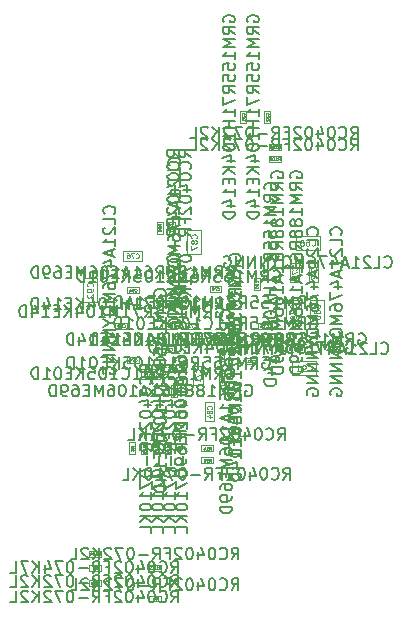
<source format=gbr>
%TF.GenerationSoftware,KiCad,Pcbnew,8.0.4*%
%TF.CreationDate,2024-11-18T22:27:40+01:00*%
%TF.ProjectId,hd_64_v0,68645f36-345f-4763-902e-6b696361645f,0.1*%
%TF.SameCoordinates,PX4737720PY55fe290*%
%TF.FileFunction,AssemblyDrawing,Bot*%
%FSLAX46Y46*%
G04 Gerber Fmt 4.6, Leading zero omitted, Abs format (unit mm)*
G04 Created by KiCad (PCBNEW 8.0.4) date 2024-11-18 22:27:40*
%MOMM*%
%LPD*%
G01*
G04 APERTURE LIST*
%ADD10C,0.150000*%
%ADD11C,0.080000*%
%ADD12C,0.040000*%
%ADD13C,0.060000*%
%ADD14C,0.100000*%
G04 APERTURE END LIST*
D10*
X26933580Y44370001D02*
X26981200Y44417620D01*
X26981200Y44417620D02*
X27028819Y44560477D01*
X27028819Y44560477D02*
X27028819Y44655715D01*
X27028819Y44655715D02*
X26981200Y44798572D01*
X26981200Y44798572D02*
X26885961Y44893810D01*
X26885961Y44893810D02*
X26790723Y44941429D01*
X26790723Y44941429D02*
X26600247Y44989048D01*
X26600247Y44989048D02*
X26457390Y44989048D01*
X26457390Y44989048D02*
X26266914Y44941429D01*
X26266914Y44941429D02*
X26171676Y44893810D01*
X26171676Y44893810D02*
X26076438Y44798572D01*
X26076438Y44798572D02*
X26028819Y44655715D01*
X26028819Y44655715D02*
X26028819Y44560477D01*
X26028819Y44560477D02*
X26076438Y44417620D01*
X26076438Y44417620D02*
X26124057Y44370001D01*
X27028819Y43465239D02*
X27028819Y43941429D01*
X27028819Y43941429D02*
X26028819Y43941429D01*
X26124057Y43179524D02*
X26076438Y43131905D01*
X26076438Y43131905D02*
X26028819Y43036667D01*
X26028819Y43036667D02*
X26028819Y42798572D01*
X26028819Y42798572D02*
X26076438Y42703334D01*
X26076438Y42703334D02*
X26124057Y42655715D01*
X26124057Y42655715D02*
X26219295Y42608096D01*
X26219295Y42608096D02*
X26314533Y42608096D01*
X26314533Y42608096D02*
X26457390Y42655715D01*
X26457390Y42655715D02*
X27028819Y43227143D01*
X27028819Y43227143D02*
X27028819Y42608096D01*
X27028819Y41655715D02*
X27028819Y42227143D01*
X27028819Y41941429D02*
X26028819Y41941429D01*
X26028819Y41941429D02*
X26171676Y42036667D01*
X26171676Y42036667D02*
X26266914Y42131905D01*
X26266914Y42131905D02*
X26314533Y42227143D01*
X26743104Y41274762D02*
X26743104Y40798572D01*
X27028819Y41370000D02*
X26028819Y41036667D01*
X26028819Y41036667D02*
X27028819Y40703334D01*
X26362152Y39941429D02*
X27028819Y39941429D01*
X25981200Y40179524D02*
X26695485Y40417619D01*
X26695485Y40417619D02*
X26695485Y39798572D01*
X26028819Y39512857D02*
X26028819Y38846191D01*
X26028819Y38846191D02*
X27028819Y39274762D01*
X26028819Y38036667D02*
X26028819Y38227143D01*
X26028819Y38227143D02*
X26076438Y38322381D01*
X26076438Y38322381D02*
X26124057Y38370000D01*
X26124057Y38370000D02*
X26266914Y38465238D01*
X26266914Y38465238D02*
X26457390Y38512857D01*
X26457390Y38512857D02*
X26838342Y38512857D01*
X26838342Y38512857D02*
X26933580Y38465238D01*
X26933580Y38465238D02*
X26981200Y38417619D01*
X26981200Y38417619D02*
X27028819Y38322381D01*
X27028819Y38322381D02*
X27028819Y38131905D01*
X27028819Y38131905D02*
X26981200Y38036667D01*
X26981200Y38036667D02*
X26933580Y37989048D01*
X26933580Y37989048D02*
X26838342Y37941429D01*
X26838342Y37941429D02*
X26600247Y37941429D01*
X26600247Y37941429D02*
X26505009Y37989048D01*
X26505009Y37989048D02*
X26457390Y38036667D01*
X26457390Y38036667D02*
X26409771Y38131905D01*
X26409771Y38131905D02*
X26409771Y38322381D01*
X26409771Y38322381D02*
X26457390Y38417619D01*
X26457390Y38417619D02*
X26505009Y38465238D01*
X26505009Y38465238D02*
X26600247Y38512857D01*
X27028819Y37512857D02*
X26028819Y37512857D01*
X26028819Y37512857D02*
X26743104Y37179524D01*
X26743104Y37179524D02*
X26028819Y36846191D01*
X26028819Y36846191D02*
X27028819Y36846191D01*
X27124057Y35703334D02*
X27076438Y35798572D01*
X27076438Y35798572D02*
X26981200Y35893810D01*
X26981200Y35893810D02*
X26838342Y36036667D01*
X26838342Y36036667D02*
X26790723Y36131905D01*
X26790723Y36131905D02*
X26790723Y36227143D01*
X27028819Y36179524D02*
X26981200Y36274762D01*
X26981200Y36274762D02*
X26885961Y36370000D01*
X26885961Y36370000D02*
X26695485Y36417619D01*
X26695485Y36417619D02*
X26362152Y36417619D01*
X26362152Y36417619D02*
X26171676Y36370000D01*
X26171676Y36370000D02*
X26076438Y36274762D01*
X26076438Y36274762D02*
X26028819Y36179524D01*
X26028819Y36179524D02*
X26028819Y35989048D01*
X26028819Y35989048D02*
X26076438Y35893810D01*
X26076438Y35893810D02*
X26171676Y35798572D01*
X26171676Y35798572D02*
X26362152Y35750953D01*
X26362152Y35750953D02*
X26695485Y35750953D01*
X26695485Y35750953D02*
X26885961Y35798572D01*
X26885961Y35798572D02*
X26981200Y35893810D01*
X26981200Y35893810D02*
X27028819Y35989048D01*
X27028819Y35989048D02*
X27028819Y36179524D01*
X26552628Y35131905D02*
X27028819Y35131905D01*
X26028819Y35465238D02*
X26552628Y35131905D01*
X26552628Y35131905D02*
X26028819Y34798572D01*
X27028819Y34465238D02*
X26028819Y34465238D01*
X26028819Y34465238D02*
X27028819Y33893810D01*
X27028819Y33893810D02*
X26028819Y33893810D01*
X27028819Y33417619D02*
X26028819Y33417619D01*
X26028819Y33417619D02*
X27028819Y32846191D01*
X27028819Y32846191D02*
X26028819Y32846191D01*
X27028819Y32370000D02*
X26028819Y32370000D01*
X26028819Y32370000D02*
X27028819Y31798572D01*
X27028819Y31798572D02*
X26028819Y31798572D01*
X26076438Y30798572D02*
X26028819Y30893810D01*
X26028819Y30893810D02*
X26028819Y31036667D01*
X26028819Y31036667D02*
X26076438Y31179524D01*
X26076438Y31179524D02*
X26171676Y31274762D01*
X26171676Y31274762D02*
X26266914Y31322381D01*
X26266914Y31322381D02*
X26457390Y31370000D01*
X26457390Y31370000D02*
X26600247Y31370000D01*
X26600247Y31370000D02*
X26790723Y31322381D01*
X26790723Y31322381D02*
X26885961Y31274762D01*
X26885961Y31274762D02*
X26981200Y31179524D01*
X26981200Y31179524D02*
X27028819Y31036667D01*
X27028819Y31036667D02*
X27028819Y30941429D01*
X27028819Y30941429D02*
X26981200Y30798572D01*
X26981200Y30798572D02*
X26933580Y30750953D01*
X26933580Y30750953D02*
X26600247Y30750953D01*
X26600247Y30750953D02*
X26600247Y30941429D01*
D11*
X25103530Y38191429D02*
X25127340Y38215238D01*
X25127340Y38215238D02*
X25151149Y38286667D01*
X25151149Y38286667D02*
X25151149Y38334286D01*
X25151149Y38334286D02*
X25127340Y38405714D01*
X25127340Y38405714D02*
X25079720Y38453333D01*
X25079720Y38453333D02*
X25032101Y38477143D01*
X25032101Y38477143D02*
X24936863Y38500952D01*
X24936863Y38500952D02*
X24865435Y38500952D01*
X24865435Y38500952D02*
X24770197Y38477143D01*
X24770197Y38477143D02*
X24722578Y38453333D01*
X24722578Y38453333D02*
X24674959Y38405714D01*
X24674959Y38405714D02*
X24651149Y38334286D01*
X24651149Y38334286D02*
X24651149Y38286667D01*
X24651149Y38286667D02*
X24674959Y38215238D01*
X24674959Y38215238D02*
X24698768Y38191429D01*
X24865435Y37905714D02*
X24841625Y37953333D01*
X24841625Y37953333D02*
X24817816Y37977143D01*
X24817816Y37977143D02*
X24770197Y38000952D01*
X24770197Y38000952D02*
X24746387Y38000952D01*
X24746387Y38000952D02*
X24698768Y37977143D01*
X24698768Y37977143D02*
X24674959Y37953333D01*
X24674959Y37953333D02*
X24651149Y37905714D01*
X24651149Y37905714D02*
X24651149Y37810476D01*
X24651149Y37810476D02*
X24674959Y37762857D01*
X24674959Y37762857D02*
X24698768Y37739048D01*
X24698768Y37739048D02*
X24746387Y37715238D01*
X24746387Y37715238D02*
X24770197Y37715238D01*
X24770197Y37715238D02*
X24817816Y37739048D01*
X24817816Y37739048D02*
X24841625Y37762857D01*
X24841625Y37762857D02*
X24865435Y37810476D01*
X24865435Y37810476D02*
X24865435Y37905714D01*
X24865435Y37905714D02*
X24889244Y37953333D01*
X24889244Y37953333D02*
X24913054Y37977143D01*
X24913054Y37977143D02*
X24960673Y38000952D01*
X24960673Y38000952D02*
X25055911Y38000952D01*
X25055911Y38000952D02*
X25103530Y37977143D01*
X25103530Y37977143D02*
X25127340Y37953333D01*
X25127340Y37953333D02*
X25151149Y37905714D01*
X25151149Y37905714D02*
X25151149Y37810476D01*
X25151149Y37810476D02*
X25127340Y37762857D01*
X25127340Y37762857D02*
X25103530Y37739048D01*
X25103530Y37739048D02*
X25055911Y37715238D01*
X25055911Y37715238D02*
X24960673Y37715238D01*
X24960673Y37715238D02*
X24913054Y37739048D01*
X24913054Y37739048D02*
X24889244Y37762857D01*
X24889244Y37762857D02*
X24865435Y37810476D01*
X24865435Y37429524D02*
X24841625Y37477143D01*
X24841625Y37477143D02*
X24817816Y37500953D01*
X24817816Y37500953D02*
X24770197Y37524762D01*
X24770197Y37524762D02*
X24746387Y37524762D01*
X24746387Y37524762D02*
X24698768Y37500953D01*
X24698768Y37500953D02*
X24674959Y37477143D01*
X24674959Y37477143D02*
X24651149Y37429524D01*
X24651149Y37429524D02*
X24651149Y37334286D01*
X24651149Y37334286D02*
X24674959Y37286667D01*
X24674959Y37286667D02*
X24698768Y37262858D01*
X24698768Y37262858D02*
X24746387Y37239048D01*
X24746387Y37239048D02*
X24770197Y37239048D01*
X24770197Y37239048D02*
X24817816Y37262858D01*
X24817816Y37262858D02*
X24841625Y37286667D01*
X24841625Y37286667D02*
X24865435Y37334286D01*
X24865435Y37334286D02*
X24865435Y37429524D01*
X24865435Y37429524D02*
X24889244Y37477143D01*
X24889244Y37477143D02*
X24913054Y37500953D01*
X24913054Y37500953D02*
X24960673Y37524762D01*
X24960673Y37524762D02*
X25055911Y37524762D01*
X25055911Y37524762D02*
X25103530Y37500953D01*
X25103530Y37500953D02*
X25127340Y37477143D01*
X25127340Y37477143D02*
X25151149Y37429524D01*
X25151149Y37429524D02*
X25151149Y37334286D01*
X25151149Y37334286D02*
X25127340Y37286667D01*
X25127340Y37286667D02*
X25103530Y37262858D01*
X25103530Y37262858D02*
X25055911Y37239048D01*
X25055911Y37239048D02*
X24960673Y37239048D01*
X24960673Y37239048D02*
X24913054Y37262858D01*
X24913054Y37262858D02*
X24889244Y37286667D01*
X24889244Y37286667D02*
X24865435Y37334286D01*
D10*
X12576381Y15745181D02*
X12909714Y16221372D01*
X13147809Y15745181D02*
X13147809Y16745181D01*
X13147809Y16745181D02*
X12766857Y16745181D01*
X12766857Y16745181D02*
X12671619Y16697562D01*
X12671619Y16697562D02*
X12624000Y16649943D01*
X12624000Y16649943D02*
X12576381Y16554705D01*
X12576381Y16554705D02*
X12576381Y16411848D01*
X12576381Y16411848D02*
X12624000Y16316610D01*
X12624000Y16316610D02*
X12671619Y16268991D01*
X12671619Y16268991D02*
X12766857Y16221372D01*
X12766857Y16221372D02*
X13147809Y16221372D01*
X11576381Y15840420D02*
X11624000Y15792800D01*
X11624000Y15792800D02*
X11766857Y15745181D01*
X11766857Y15745181D02*
X11862095Y15745181D01*
X11862095Y15745181D02*
X12004952Y15792800D01*
X12004952Y15792800D02*
X12100190Y15888039D01*
X12100190Y15888039D02*
X12147809Y15983277D01*
X12147809Y15983277D02*
X12195428Y16173753D01*
X12195428Y16173753D02*
X12195428Y16316610D01*
X12195428Y16316610D02*
X12147809Y16507086D01*
X12147809Y16507086D02*
X12100190Y16602324D01*
X12100190Y16602324D02*
X12004952Y16697562D01*
X12004952Y16697562D02*
X11862095Y16745181D01*
X11862095Y16745181D02*
X11766857Y16745181D01*
X11766857Y16745181D02*
X11624000Y16697562D01*
X11624000Y16697562D02*
X11576381Y16649943D01*
X10957333Y16745181D02*
X10862095Y16745181D01*
X10862095Y16745181D02*
X10766857Y16697562D01*
X10766857Y16697562D02*
X10719238Y16649943D01*
X10719238Y16649943D02*
X10671619Y16554705D01*
X10671619Y16554705D02*
X10624000Y16364229D01*
X10624000Y16364229D02*
X10624000Y16126134D01*
X10624000Y16126134D02*
X10671619Y15935658D01*
X10671619Y15935658D02*
X10719238Y15840420D01*
X10719238Y15840420D02*
X10766857Y15792800D01*
X10766857Y15792800D02*
X10862095Y15745181D01*
X10862095Y15745181D02*
X10957333Y15745181D01*
X10957333Y15745181D02*
X11052571Y15792800D01*
X11052571Y15792800D02*
X11100190Y15840420D01*
X11100190Y15840420D02*
X11147809Y15935658D01*
X11147809Y15935658D02*
X11195428Y16126134D01*
X11195428Y16126134D02*
X11195428Y16364229D01*
X11195428Y16364229D02*
X11147809Y16554705D01*
X11147809Y16554705D02*
X11100190Y16649943D01*
X11100190Y16649943D02*
X11052571Y16697562D01*
X11052571Y16697562D02*
X10957333Y16745181D01*
X9766857Y16411848D02*
X9766857Y15745181D01*
X10004952Y16792800D02*
X10243047Y16078515D01*
X10243047Y16078515D02*
X9624000Y16078515D01*
X9052571Y16745181D02*
X8957333Y16745181D01*
X8957333Y16745181D02*
X8862095Y16697562D01*
X8862095Y16697562D02*
X8814476Y16649943D01*
X8814476Y16649943D02*
X8766857Y16554705D01*
X8766857Y16554705D02*
X8719238Y16364229D01*
X8719238Y16364229D02*
X8719238Y16126134D01*
X8719238Y16126134D02*
X8766857Y15935658D01*
X8766857Y15935658D02*
X8814476Y15840420D01*
X8814476Y15840420D02*
X8862095Y15792800D01*
X8862095Y15792800D02*
X8957333Y15745181D01*
X8957333Y15745181D02*
X9052571Y15745181D01*
X9052571Y15745181D02*
X9147809Y15792800D01*
X9147809Y15792800D02*
X9195428Y15840420D01*
X9195428Y15840420D02*
X9243047Y15935658D01*
X9243047Y15935658D02*
X9290666Y16126134D01*
X9290666Y16126134D02*
X9290666Y16364229D01*
X9290666Y16364229D02*
X9243047Y16554705D01*
X9243047Y16554705D02*
X9195428Y16649943D01*
X9195428Y16649943D02*
X9147809Y16697562D01*
X9147809Y16697562D02*
X9052571Y16745181D01*
X8338285Y16649943D02*
X8290666Y16697562D01*
X8290666Y16697562D02*
X8195428Y16745181D01*
X8195428Y16745181D02*
X7957333Y16745181D01*
X7957333Y16745181D02*
X7862095Y16697562D01*
X7862095Y16697562D02*
X7814476Y16649943D01*
X7814476Y16649943D02*
X7766857Y16554705D01*
X7766857Y16554705D02*
X7766857Y16459467D01*
X7766857Y16459467D02*
X7814476Y16316610D01*
X7814476Y16316610D02*
X8385904Y15745181D01*
X8385904Y15745181D02*
X7766857Y15745181D01*
X7004952Y16268991D02*
X7338285Y16268991D01*
X7338285Y15745181D02*
X7338285Y16745181D01*
X7338285Y16745181D02*
X6862095Y16745181D01*
X5909714Y15745181D02*
X6243047Y16221372D01*
X6481142Y15745181D02*
X6481142Y16745181D01*
X6481142Y16745181D02*
X6100190Y16745181D01*
X6100190Y16745181D02*
X6004952Y16697562D01*
X6004952Y16697562D02*
X5957333Y16649943D01*
X5957333Y16649943D02*
X5909714Y16554705D01*
X5909714Y16554705D02*
X5909714Y16411848D01*
X5909714Y16411848D02*
X5957333Y16316610D01*
X5957333Y16316610D02*
X6004952Y16268991D01*
X6004952Y16268991D02*
X6100190Y16221372D01*
X6100190Y16221372D02*
X6481142Y16221372D01*
X5481142Y16126134D02*
X4719238Y16126134D01*
X4052571Y16745181D02*
X3957333Y16745181D01*
X3957333Y16745181D02*
X3862095Y16697562D01*
X3862095Y16697562D02*
X3814476Y16649943D01*
X3814476Y16649943D02*
X3766857Y16554705D01*
X3766857Y16554705D02*
X3719238Y16364229D01*
X3719238Y16364229D02*
X3719238Y16126134D01*
X3719238Y16126134D02*
X3766857Y15935658D01*
X3766857Y15935658D02*
X3814476Y15840420D01*
X3814476Y15840420D02*
X3862095Y15792800D01*
X3862095Y15792800D02*
X3957333Y15745181D01*
X3957333Y15745181D02*
X4052571Y15745181D01*
X4052571Y15745181D02*
X4147809Y15792800D01*
X4147809Y15792800D02*
X4195428Y15840420D01*
X4195428Y15840420D02*
X4243047Y15935658D01*
X4243047Y15935658D02*
X4290666Y16126134D01*
X4290666Y16126134D02*
X4290666Y16364229D01*
X4290666Y16364229D02*
X4243047Y16554705D01*
X4243047Y16554705D02*
X4195428Y16649943D01*
X4195428Y16649943D02*
X4147809Y16697562D01*
X4147809Y16697562D02*
X4052571Y16745181D01*
X3385904Y16745181D02*
X2719238Y16745181D01*
X2719238Y16745181D02*
X3147809Y15745181D01*
X1909714Y16411848D02*
X1909714Y15745181D01*
X2147809Y16792800D02*
X2385904Y16078515D01*
X2385904Y16078515D02*
X1766857Y16078515D01*
X1385904Y15745181D02*
X1385904Y16745181D01*
X814476Y15745181D02*
X1243047Y16316610D01*
X814476Y16745181D02*
X1385904Y16173753D01*
X481142Y16745181D02*
X-185524Y16745181D01*
X-185524Y16745181D02*
X243047Y15745181D01*
X-1042667Y15745181D02*
X-566477Y15745181D01*
X-566477Y15745181D02*
X-566477Y16745181D01*
D12*
X6403761Y17256426D02*
X6487094Y17375473D01*
X6546618Y17256426D02*
X6546618Y17506426D01*
X6546618Y17506426D02*
X6451380Y17506426D01*
X6451380Y17506426D02*
X6427570Y17494521D01*
X6427570Y17494521D02*
X6415665Y17482616D01*
X6415665Y17482616D02*
X6403761Y17458807D01*
X6403761Y17458807D02*
X6403761Y17423092D01*
X6403761Y17423092D02*
X6415665Y17399283D01*
X6415665Y17399283D02*
X6427570Y17387378D01*
X6427570Y17387378D02*
X6451380Y17375473D01*
X6451380Y17375473D02*
X6546618Y17375473D01*
X6165665Y17256426D02*
X6308522Y17256426D01*
X6237094Y17256426D02*
X6237094Y17506426D01*
X6237094Y17506426D02*
X6260903Y17470711D01*
X6260903Y17470711D02*
X6284713Y17446902D01*
X6284713Y17446902D02*
X6308522Y17434997D01*
X6010904Y17506426D02*
X5987094Y17506426D01*
X5987094Y17506426D02*
X5963285Y17494521D01*
X5963285Y17494521D02*
X5951380Y17482616D01*
X5951380Y17482616D02*
X5939475Y17458807D01*
X5939475Y17458807D02*
X5927570Y17411188D01*
X5927570Y17411188D02*
X5927570Y17351664D01*
X5927570Y17351664D02*
X5939475Y17304045D01*
X5939475Y17304045D02*
X5951380Y17280235D01*
X5951380Y17280235D02*
X5963285Y17268330D01*
X5963285Y17268330D02*
X5987094Y17256426D01*
X5987094Y17256426D02*
X6010904Y17256426D01*
X6010904Y17256426D02*
X6034713Y17268330D01*
X6034713Y17268330D02*
X6046618Y17280235D01*
X6046618Y17280235D02*
X6058523Y17304045D01*
X6058523Y17304045D02*
X6070427Y17351664D01*
X6070427Y17351664D02*
X6070427Y17411188D01*
X6070427Y17411188D02*
X6058523Y17458807D01*
X6058523Y17458807D02*
X6046618Y17482616D01*
X6046618Y17482616D02*
X6034713Y17494521D01*
X6034713Y17494521D02*
X6010904Y17506426D01*
X5713285Y17423092D02*
X5713285Y17256426D01*
X5772809Y17518330D02*
X5832332Y17339759D01*
X5832332Y17339759D02*
X5677571Y17339759D01*
D10*
X24347809Y37337562D02*
X24443047Y37385181D01*
X24443047Y37385181D02*
X24585904Y37385181D01*
X24585904Y37385181D02*
X24728761Y37337562D01*
X24728761Y37337562D02*
X24823999Y37242324D01*
X24823999Y37242324D02*
X24871618Y37147086D01*
X24871618Y37147086D02*
X24919237Y36956610D01*
X24919237Y36956610D02*
X24919237Y36813753D01*
X24919237Y36813753D02*
X24871618Y36623277D01*
X24871618Y36623277D02*
X24823999Y36528039D01*
X24823999Y36528039D02*
X24728761Y36432800D01*
X24728761Y36432800D02*
X24585904Y36385181D01*
X24585904Y36385181D02*
X24490666Y36385181D01*
X24490666Y36385181D02*
X24347809Y36432800D01*
X24347809Y36432800D02*
X24300190Y36480420D01*
X24300190Y36480420D02*
X24300190Y36813753D01*
X24300190Y36813753D02*
X24490666Y36813753D01*
X23300190Y36385181D02*
X23633523Y36861372D01*
X23871618Y36385181D02*
X23871618Y37385181D01*
X23871618Y37385181D02*
X23490666Y37385181D01*
X23490666Y37385181D02*
X23395428Y37337562D01*
X23395428Y37337562D02*
X23347809Y37289943D01*
X23347809Y37289943D02*
X23300190Y37194705D01*
X23300190Y37194705D02*
X23300190Y37051848D01*
X23300190Y37051848D02*
X23347809Y36956610D01*
X23347809Y36956610D02*
X23395428Y36908991D01*
X23395428Y36908991D02*
X23490666Y36861372D01*
X23490666Y36861372D02*
X23871618Y36861372D01*
X22871618Y36385181D02*
X22871618Y37385181D01*
X22871618Y37385181D02*
X22538285Y36670896D01*
X22538285Y36670896D02*
X22204952Y37385181D01*
X22204952Y37385181D02*
X22204952Y36385181D01*
X21204952Y36385181D02*
X21776380Y36385181D01*
X21490666Y36385181D02*
X21490666Y37385181D01*
X21490666Y37385181D02*
X21585904Y37242324D01*
X21585904Y37242324D02*
X21681142Y37147086D01*
X21681142Y37147086D02*
X21776380Y37099467D01*
X20300190Y37385181D02*
X20776380Y37385181D01*
X20776380Y37385181D02*
X20823999Y36908991D01*
X20823999Y36908991D02*
X20776380Y36956610D01*
X20776380Y36956610D02*
X20681142Y37004229D01*
X20681142Y37004229D02*
X20443047Y37004229D01*
X20443047Y37004229D02*
X20347809Y36956610D01*
X20347809Y36956610D02*
X20300190Y36908991D01*
X20300190Y36908991D02*
X20252571Y36813753D01*
X20252571Y36813753D02*
X20252571Y36575658D01*
X20252571Y36575658D02*
X20300190Y36480420D01*
X20300190Y36480420D02*
X20347809Y36432800D01*
X20347809Y36432800D02*
X20443047Y36385181D01*
X20443047Y36385181D02*
X20681142Y36385181D01*
X20681142Y36385181D02*
X20776380Y36432800D01*
X20776380Y36432800D02*
X20823999Y36480420D01*
X19347809Y37385181D02*
X19823999Y37385181D01*
X19823999Y37385181D02*
X19871618Y36908991D01*
X19871618Y36908991D02*
X19823999Y36956610D01*
X19823999Y36956610D02*
X19728761Y37004229D01*
X19728761Y37004229D02*
X19490666Y37004229D01*
X19490666Y37004229D02*
X19395428Y36956610D01*
X19395428Y36956610D02*
X19347809Y36908991D01*
X19347809Y36908991D02*
X19300190Y36813753D01*
X19300190Y36813753D02*
X19300190Y36575658D01*
X19300190Y36575658D02*
X19347809Y36480420D01*
X19347809Y36480420D02*
X19395428Y36432800D01*
X19395428Y36432800D02*
X19490666Y36385181D01*
X19490666Y36385181D02*
X19728761Y36385181D01*
X19728761Y36385181D02*
X19823999Y36432800D01*
X19823999Y36432800D02*
X19871618Y36480420D01*
X18300190Y36385181D02*
X18633523Y36861372D01*
X18871618Y36385181D02*
X18871618Y37385181D01*
X18871618Y37385181D02*
X18490666Y37385181D01*
X18490666Y37385181D02*
X18395428Y37337562D01*
X18395428Y37337562D02*
X18347809Y37289943D01*
X18347809Y37289943D02*
X18300190Y37194705D01*
X18300190Y37194705D02*
X18300190Y37051848D01*
X18300190Y37051848D02*
X18347809Y36956610D01*
X18347809Y36956610D02*
X18395428Y36908991D01*
X18395428Y36908991D02*
X18490666Y36861372D01*
X18490666Y36861372D02*
X18871618Y36861372D01*
X17443047Y37385181D02*
X17633523Y37385181D01*
X17633523Y37385181D02*
X17728761Y37337562D01*
X17728761Y37337562D02*
X17776380Y37289943D01*
X17776380Y37289943D02*
X17871618Y37147086D01*
X17871618Y37147086D02*
X17919237Y36956610D01*
X17919237Y36956610D02*
X17919237Y36575658D01*
X17919237Y36575658D02*
X17871618Y36480420D01*
X17871618Y36480420D02*
X17823999Y36432800D01*
X17823999Y36432800D02*
X17728761Y36385181D01*
X17728761Y36385181D02*
X17538285Y36385181D01*
X17538285Y36385181D02*
X17443047Y36432800D01*
X17443047Y36432800D02*
X17395428Y36480420D01*
X17395428Y36480420D02*
X17347809Y36575658D01*
X17347809Y36575658D02*
X17347809Y36813753D01*
X17347809Y36813753D02*
X17395428Y36908991D01*
X17395428Y36908991D02*
X17443047Y36956610D01*
X17443047Y36956610D02*
X17538285Y37004229D01*
X17538285Y37004229D02*
X17728761Y37004229D01*
X17728761Y37004229D02*
X17823999Y36956610D01*
X17823999Y36956610D02*
X17871618Y36908991D01*
X17871618Y36908991D02*
X17919237Y36813753D01*
X16395428Y36385181D02*
X16966856Y36385181D01*
X16681142Y36385181D02*
X16681142Y37385181D01*
X16681142Y37385181D02*
X16776380Y37242324D01*
X16776380Y37242324D02*
X16871618Y37147086D01*
X16871618Y37147086D02*
X16966856Y37099467D01*
X15395428Y36480420D02*
X15443047Y36432800D01*
X15443047Y36432800D02*
X15585904Y36385181D01*
X15585904Y36385181D02*
X15681142Y36385181D01*
X15681142Y36385181D02*
X15823999Y36432800D01*
X15823999Y36432800D02*
X15919237Y36528039D01*
X15919237Y36528039D02*
X15966856Y36623277D01*
X15966856Y36623277D02*
X16014475Y36813753D01*
X16014475Y36813753D02*
X16014475Y36956610D01*
X16014475Y36956610D02*
X15966856Y37147086D01*
X15966856Y37147086D02*
X15919237Y37242324D01*
X15919237Y37242324D02*
X15823999Y37337562D01*
X15823999Y37337562D02*
X15681142Y37385181D01*
X15681142Y37385181D02*
X15585904Y37385181D01*
X15585904Y37385181D02*
X15443047Y37337562D01*
X15443047Y37337562D02*
X15395428Y37289943D01*
X14443047Y36385181D02*
X15014475Y36385181D01*
X14728761Y36385181D02*
X14728761Y37385181D01*
X14728761Y37385181D02*
X14823999Y37242324D01*
X14823999Y37242324D02*
X14919237Y37147086D01*
X14919237Y37147086D02*
X15014475Y37099467D01*
X13823999Y37385181D02*
X13728761Y37385181D01*
X13728761Y37385181D02*
X13633523Y37337562D01*
X13633523Y37337562D02*
X13585904Y37289943D01*
X13585904Y37289943D02*
X13538285Y37194705D01*
X13538285Y37194705D02*
X13490666Y37004229D01*
X13490666Y37004229D02*
X13490666Y36766134D01*
X13490666Y36766134D02*
X13538285Y36575658D01*
X13538285Y36575658D02*
X13585904Y36480420D01*
X13585904Y36480420D02*
X13633523Y36432800D01*
X13633523Y36432800D02*
X13728761Y36385181D01*
X13728761Y36385181D02*
X13823999Y36385181D01*
X13823999Y36385181D02*
X13919237Y36432800D01*
X13919237Y36432800D02*
X13966856Y36480420D01*
X13966856Y36480420D02*
X14014475Y36575658D01*
X14014475Y36575658D02*
X14062094Y36766134D01*
X14062094Y36766134D02*
X14062094Y37004229D01*
X14062094Y37004229D02*
X14014475Y37194705D01*
X14014475Y37194705D02*
X13966856Y37289943D01*
X13966856Y37289943D02*
X13919237Y37337562D01*
X13919237Y37337562D02*
X13823999Y37385181D01*
X12585904Y37385181D02*
X13062094Y37385181D01*
X13062094Y37385181D02*
X13109713Y36908991D01*
X13109713Y36908991D02*
X13062094Y36956610D01*
X13062094Y36956610D02*
X12966856Y37004229D01*
X12966856Y37004229D02*
X12728761Y37004229D01*
X12728761Y37004229D02*
X12633523Y36956610D01*
X12633523Y36956610D02*
X12585904Y36908991D01*
X12585904Y36908991D02*
X12538285Y36813753D01*
X12538285Y36813753D02*
X12538285Y36575658D01*
X12538285Y36575658D02*
X12585904Y36480420D01*
X12585904Y36480420D02*
X12633523Y36432800D01*
X12633523Y36432800D02*
X12728761Y36385181D01*
X12728761Y36385181D02*
X12966856Y36385181D01*
X12966856Y36385181D02*
X13062094Y36432800D01*
X13062094Y36432800D02*
X13109713Y36480420D01*
X12109713Y36385181D02*
X12109713Y37385181D01*
X11538285Y36385181D02*
X11966856Y36956610D01*
X11538285Y37385181D02*
X12109713Y36813753D01*
X11109713Y36908991D02*
X10776380Y36908991D01*
X10633523Y36385181D02*
X11109713Y36385181D01*
X11109713Y36385181D02*
X11109713Y37385181D01*
X11109713Y37385181D02*
X10633523Y37385181D01*
X10014475Y37385181D02*
X9919237Y37385181D01*
X9919237Y37385181D02*
X9823999Y37337562D01*
X9823999Y37337562D02*
X9776380Y37289943D01*
X9776380Y37289943D02*
X9728761Y37194705D01*
X9728761Y37194705D02*
X9681142Y37004229D01*
X9681142Y37004229D02*
X9681142Y36766134D01*
X9681142Y36766134D02*
X9728761Y36575658D01*
X9728761Y36575658D02*
X9776380Y36480420D01*
X9776380Y36480420D02*
X9823999Y36432800D01*
X9823999Y36432800D02*
X9919237Y36385181D01*
X9919237Y36385181D02*
X10014475Y36385181D01*
X10014475Y36385181D02*
X10109713Y36432800D01*
X10109713Y36432800D02*
X10157332Y36480420D01*
X10157332Y36480420D02*
X10204951Y36575658D01*
X10204951Y36575658D02*
X10252570Y36766134D01*
X10252570Y36766134D02*
X10252570Y37004229D01*
X10252570Y37004229D02*
X10204951Y37194705D01*
X10204951Y37194705D02*
X10157332Y37289943D01*
X10157332Y37289943D02*
X10109713Y37337562D01*
X10109713Y37337562D02*
X10014475Y37385181D01*
X8728761Y36385181D02*
X9300189Y36385181D01*
X9014475Y36385181D02*
X9014475Y37385181D01*
X9014475Y37385181D02*
X9109713Y37242324D01*
X9109713Y37242324D02*
X9204951Y37147086D01*
X9204951Y37147086D02*
X9300189Y37099467D01*
X8300189Y36385181D02*
X8300189Y37385181D01*
X8300189Y37385181D02*
X8062094Y37385181D01*
X8062094Y37385181D02*
X7919237Y37337562D01*
X7919237Y37337562D02*
X7823999Y37242324D01*
X7823999Y37242324D02*
X7776380Y37147086D01*
X7776380Y37147086D02*
X7728761Y36956610D01*
X7728761Y36956610D02*
X7728761Y36813753D01*
X7728761Y36813753D02*
X7776380Y36623277D01*
X7776380Y36623277D02*
X7823999Y36528039D01*
X7823999Y36528039D02*
X7919237Y36432800D01*
X7919237Y36432800D02*
X8062094Y36385181D01*
X8062094Y36385181D02*
X8300189Y36385181D01*
D12*
X16484714Y35580235D02*
X16496618Y35568330D01*
X16496618Y35568330D02*
X16532333Y35556426D01*
X16532333Y35556426D02*
X16556142Y35556426D01*
X16556142Y35556426D02*
X16591856Y35568330D01*
X16591856Y35568330D02*
X16615666Y35592140D01*
X16615666Y35592140D02*
X16627571Y35615950D01*
X16627571Y35615950D02*
X16639475Y35663569D01*
X16639475Y35663569D02*
X16639475Y35699283D01*
X16639475Y35699283D02*
X16627571Y35746902D01*
X16627571Y35746902D02*
X16615666Y35770711D01*
X16615666Y35770711D02*
X16591856Y35794521D01*
X16591856Y35794521D02*
X16556142Y35806426D01*
X16556142Y35806426D02*
X16532333Y35806426D01*
X16532333Y35806426D02*
X16496618Y35794521D01*
X16496618Y35794521D02*
X16484714Y35782616D01*
X16270428Y35806426D02*
X16318047Y35806426D01*
X16318047Y35806426D02*
X16341856Y35794521D01*
X16341856Y35794521D02*
X16353761Y35782616D01*
X16353761Y35782616D02*
X16377571Y35746902D01*
X16377571Y35746902D02*
X16389475Y35699283D01*
X16389475Y35699283D02*
X16389475Y35604045D01*
X16389475Y35604045D02*
X16377571Y35580235D01*
X16377571Y35580235D02*
X16365666Y35568330D01*
X16365666Y35568330D02*
X16341856Y35556426D01*
X16341856Y35556426D02*
X16294237Y35556426D01*
X16294237Y35556426D02*
X16270428Y35568330D01*
X16270428Y35568330D02*
X16258523Y35580235D01*
X16258523Y35580235D02*
X16246618Y35604045D01*
X16246618Y35604045D02*
X16246618Y35663569D01*
X16246618Y35663569D02*
X16258523Y35687378D01*
X16258523Y35687378D02*
X16270428Y35699283D01*
X16270428Y35699283D02*
X16294237Y35711188D01*
X16294237Y35711188D02*
X16341856Y35711188D01*
X16341856Y35711188D02*
X16365666Y35699283D01*
X16365666Y35699283D02*
X16377571Y35687378D01*
X16377571Y35687378D02*
X16389475Y35663569D01*
X16020428Y35806426D02*
X16139476Y35806426D01*
X16139476Y35806426D02*
X16151380Y35687378D01*
X16151380Y35687378D02*
X16139476Y35699283D01*
X16139476Y35699283D02*
X16115666Y35711188D01*
X16115666Y35711188D02*
X16056142Y35711188D01*
X16056142Y35711188D02*
X16032333Y35699283D01*
X16032333Y35699283D02*
X16020428Y35687378D01*
X16020428Y35687378D02*
X16008523Y35663569D01*
X16008523Y35663569D02*
X16008523Y35604045D01*
X16008523Y35604045D02*
X16020428Y35580235D01*
X16020428Y35580235D02*
X16032333Y35568330D01*
X16032333Y35568330D02*
X16056142Y35556426D01*
X16056142Y35556426D02*
X16115666Y35556426D01*
X16115666Y35556426D02*
X16139476Y35568330D01*
X16139476Y35568330D02*
X16151380Y35580235D01*
D10*
X27371619Y35337562D02*
X27466857Y35385181D01*
X27466857Y35385181D02*
X27609714Y35385181D01*
X27609714Y35385181D02*
X27752571Y35337562D01*
X27752571Y35337562D02*
X27847809Y35242324D01*
X27847809Y35242324D02*
X27895428Y35147086D01*
X27895428Y35147086D02*
X27943047Y34956610D01*
X27943047Y34956610D02*
X27943047Y34813753D01*
X27943047Y34813753D02*
X27895428Y34623277D01*
X27895428Y34623277D02*
X27847809Y34528039D01*
X27847809Y34528039D02*
X27752571Y34432800D01*
X27752571Y34432800D02*
X27609714Y34385181D01*
X27609714Y34385181D02*
X27514476Y34385181D01*
X27514476Y34385181D02*
X27371619Y34432800D01*
X27371619Y34432800D02*
X27324000Y34480420D01*
X27324000Y34480420D02*
X27324000Y34813753D01*
X27324000Y34813753D02*
X27514476Y34813753D01*
X26324000Y34385181D02*
X26657333Y34861372D01*
X26895428Y34385181D02*
X26895428Y35385181D01*
X26895428Y35385181D02*
X26514476Y35385181D01*
X26514476Y35385181D02*
X26419238Y35337562D01*
X26419238Y35337562D02*
X26371619Y35289943D01*
X26371619Y35289943D02*
X26324000Y35194705D01*
X26324000Y35194705D02*
X26324000Y35051848D01*
X26324000Y35051848D02*
X26371619Y34956610D01*
X26371619Y34956610D02*
X26419238Y34908991D01*
X26419238Y34908991D02*
X26514476Y34861372D01*
X26514476Y34861372D02*
X26895428Y34861372D01*
X25895428Y34385181D02*
X25895428Y35385181D01*
X25895428Y35385181D02*
X25562095Y34670896D01*
X25562095Y34670896D02*
X25228762Y35385181D01*
X25228762Y35385181D02*
X25228762Y34385181D01*
X24228762Y34385181D02*
X24800190Y34385181D01*
X24514476Y34385181D02*
X24514476Y35385181D01*
X24514476Y35385181D02*
X24609714Y35242324D01*
X24609714Y35242324D02*
X24704952Y35147086D01*
X24704952Y35147086D02*
X24800190Y35099467D01*
X23324000Y35385181D02*
X23800190Y35385181D01*
X23800190Y35385181D02*
X23847809Y34908991D01*
X23847809Y34908991D02*
X23800190Y34956610D01*
X23800190Y34956610D02*
X23704952Y35004229D01*
X23704952Y35004229D02*
X23466857Y35004229D01*
X23466857Y35004229D02*
X23371619Y34956610D01*
X23371619Y34956610D02*
X23324000Y34908991D01*
X23324000Y34908991D02*
X23276381Y34813753D01*
X23276381Y34813753D02*
X23276381Y34575658D01*
X23276381Y34575658D02*
X23324000Y34480420D01*
X23324000Y34480420D02*
X23371619Y34432800D01*
X23371619Y34432800D02*
X23466857Y34385181D01*
X23466857Y34385181D02*
X23704952Y34385181D01*
X23704952Y34385181D02*
X23800190Y34432800D01*
X23800190Y34432800D02*
X23847809Y34480420D01*
X22371619Y35385181D02*
X22847809Y35385181D01*
X22847809Y35385181D02*
X22895428Y34908991D01*
X22895428Y34908991D02*
X22847809Y34956610D01*
X22847809Y34956610D02*
X22752571Y35004229D01*
X22752571Y35004229D02*
X22514476Y35004229D01*
X22514476Y35004229D02*
X22419238Y34956610D01*
X22419238Y34956610D02*
X22371619Y34908991D01*
X22371619Y34908991D02*
X22324000Y34813753D01*
X22324000Y34813753D02*
X22324000Y34575658D01*
X22324000Y34575658D02*
X22371619Y34480420D01*
X22371619Y34480420D02*
X22419238Y34432800D01*
X22419238Y34432800D02*
X22514476Y34385181D01*
X22514476Y34385181D02*
X22752571Y34385181D01*
X22752571Y34385181D02*
X22847809Y34432800D01*
X22847809Y34432800D02*
X22895428Y34480420D01*
X21324000Y34385181D02*
X21657333Y34861372D01*
X21895428Y34385181D02*
X21895428Y35385181D01*
X21895428Y35385181D02*
X21514476Y35385181D01*
X21514476Y35385181D02*
X21419238Y35337562D01*
X21419238Y35337562D02*
X21371619Y35289943D01*
X21371619Y35289943D02*
X21324000Y35194705D01*
X21324000Y35194705D02*
X21324000Y35051848D01*
X21324000Y35051848D02*
X21371619Y34956610D01*
X21371619Y34956610D02*
X21419238Y34908991D01*
X21419238Y34908991D02*
X21514476Y34861372D01*
X21514476Y34861372D02*
X21895428Y34861372D01*
X20990666Y35385181D02*
X20324000Y35385181D01*
X20324000Y35385181D02*
X20752571Y34385181D01*
X19419238Y34385181D02*
X19990666Y34385181D01*
X19704952Y34385181D02*
X19704952Y35385181D01*
X19704952Y35385181D02*
X19800190Y35242324D01*
X19800190Y35242324D02*
X19895428Y35147086D01*
X19895428Y35147086D02*
X19990666Y35099467D01*
X18990666Y34385181D02*
X18990666Y35385181D01*
X18990666Y34908991D02*
X18419238Y34908991D01*
X18419238Y34385181D02*
X18419238Y35385181D01*
X17419238Y34385181D02*
X17990666Y34385181D01*
X17704952Y34385181D02*
X17704952Y35385181D01*
X17704952Y35385181D02*
X17800190Y35242324D01*
X17800190Y35242324D02*
X17895428Y35147086D01*
X17895428Y35147086D02*
X17990666Y35099467D01*
X16800190Y35385181D02*
X16704952Y35385181D01*
X16704952Y35385181D02*
X16609714Y35337562D01*
X16609714Y35337562D02*
X16562095Y35289943D01*
X16562095Y35289943D02*
X16514476Y35194705D01*
X16514476Y35194705D02*
X16466857Y35004229D01*
X16466857Y35004229D02*
X16466857Y34766134D01*
X16466857Y34766134D02*
X16514476Y34575658D01*
X16514476Y34575658D02*
X16562095Y34480420D01*
X16562095Y34480420D02*
X16609714Y34432800D01*
X16609714Y34432800D02*
X16704952Y34385181D01*
X16704952Y34385181D02*
X16800190Y34385181D01*
X16800190Y34385181D02*
X16895428Y34432800D01*
X16895428Y34432800D02*
X16943047Y34480420D01*
X16943047Y34480420D02*
X16990666Y34575658D01*
X16990666Y34575658D02*
X17038285Y34766134D01*
X17038285Y34766134D02*
X17038285Y35004229D01*
X17038285Y35004229D02*
X16990666Y35194705D01*
X16990666Y35194705D02*
X16943047Y35289943D01*
X16943047Y35289943D02*
X16895428Y35337562D01*
X16895428Y35337562D02*
X16800190Y35385181D01*
X15609714Y35051848D02*
X15609714Y34385181D01*
X15847809Y35432800D02*
X16085904Y34718515D01*
X16085904Y34718515D02*
X15466857Y34718515D01*
X15085904Y34385181D02*
X15085904Y35385181D01*
X14514476Y34385181D02*
X14943047Y34956610D01*
X14514476Y35385181D02*
X15085904Y34813753D01*
X14085904Y34908991D02*
X13752571Y34908991D01*
X13609714Y34385181D02*
X14085904Y34385181D01*
X14085904Y34385181D02*
X14085904Y35385181D01*
X14085904Y35385181D02*
X13609714Y35385181D01*
X12657333Y34385181D02*
X13228761Y34385181D01*
X12943047Y34385181D02*
X12943047Y35385181D01*
X12943047Y35385181D02*
X13038285Y35242324D01*
X13038285Y35242324D02*
X13133523Y35147086D01*
X13133523Y35147086D02*
X13228761Y35099467D01*
X11800190Y35051848D02*
X11800190Y34385181D01*
X12038285Y35432800D02*
X12276380Y34718515D01*
X12276380Y34718515D02*
X11657333Y34718515D01*
X11276380Y34385181D02*
X11276380Y35385181D01*
X11276380Y35385181D02*
X11038285Y35385181D01*
X11038285Y35385181D02*
X10895428Y35337562D01*
X10895428Y35337562D02*
X10800190Y35242324D01*
X10800190Y35242324D02*
X10752571Y35147086D01*
X10752571Y35147086D02*
X10704952Y34956610D01*
X10704952Y34956610D02*
X10704952Y34813753D01*
X10704952Y34813753D02*
X10752571Y34623277D01*
X10752571Y34623277D02*
X10800190Y34528039D01*
X10800190Y34528039D02*
X10895428Y34432800D01*
X10895428Y34432800D02*
X11038285Y34385181D01*
X11038285Y34385181D02*
X11276380Y34385181D01*
D12*
X19484714Y33580235D02*
X19496618Y33568330D01*
X19496618Y33568330D02*
X19532333Y33556426D01*
X19532333Y33556426D02*
X19556142Y33556426D01*
X19556142Y33556426D02*
X19591856Y33568330D01*
X19591856Y33568330D02*
X19615666Y33592140D01*
X19615666Y33592140D02*
X19627571Y33615950D01*
X19627571Y33615950D02*
X19639475Y33663569D01*
X19639475Y33663569D02*
X19639475Y33699283D01*
X19639475Y33699283D02*
X19627571Y33746902D01*
X19627571Y33746902D02*
X19615666Y33770711D01*
X19615666Y33770711D02*
X19591856Y33794521D01*
X19591856Y33794521D02*
X19556142Y33806426D01*
X19556142Y33806426D02*
X19532333Y33806426D01*
X19532333Y33806426D02*
X19496618Y33794521D01*
X19496618Y33794521D02*
X19484714Y33782616D01*
X19341856Y33699283D02*
X19365666Y33711188D01*
X19365666Y33711188D02*
X19377571Y33723092D01*
X19377571Y33723092D02*
X19389475Y33746902D01*
X19389475Y33746902D02*
X19389475Y33758807D01*
X19389475Y33758807D02*
X19377571Y33782616D01*
X19377571Y33782616D02*
X19365666Y33794521D01*
X19365666Y33794521D02*
X19341856Y33806426D01*
X19341856Y33806426D02*
X19294237Y33806426D01*
X19294237Y33806426D02*
X19270428Y33794521D01*
X19270428Y33794521D02*
X19258523Y33782616D01*
X19258523Y33782616D02*
X19246618Y33758807D01*
X19246618Y33758807D02*
X19246618Y33746902D01*
X19246618Y33746902D02*
X19258523Y33723092D01*
X19258523Y33723092D02*
X19270428Y33711188D01*
X19270428Y33711188D02*
X19294237Y33699283D01*
X19294237Y33699283D02*
X19341856Y33699283D01*
X19341856Y33699283D02*
X19365666Y33687378D01*
X19365666Y33687378D02*
X19377571Y33675473D01*
X19377571Y33675473D02*
X19389475Y33651664D01*
X19389475Y33651664D02*
X19389475Y33604045D01*
X19389475Y33604045D02*
X19377571Y33580235D01*
X19377571Y33580235D02*
X19365666Y33568330D01*
X19365666Y33568330D02*
X19341856Y33556426D01*
X19341856Y33556426D02*
X19294237Y33556426D01*
X19294237Y33556426D02*
X19270428Y33568330D01*
X19270428Y33568330D02*
X19258523Y33580235D01*
X19258523Y33580235D02*
X19246618Y33604045D01*
X19246618Y33604045D02*
X19246618Y33651664D01*
X19246618Y33651664D02*
X19258523Y33675473D01*
X19258523Y33675473D02*
X19270428Y33687378D01*
X19270428Y33687378D02*
X19294237Y33699283D01*
X19008523Y33556426D02*
X19151380Y33556426D01*
X19079952Y33556426D02*
X19079952Y33806426D01*
X19079952Y33806426D02*
X19103761Y33770711D01*
X19103761Y33770711D02*
X19127571Y33746902D01*
X19127571Y33746902D02*
X19151380Y33734997D01*
D10*
X11156438Y39217620D02*
X11108819Y39312858D01*
X11108819Y39312858D02*
X11108819Y39455715D01*
X11108819Y39455715D02*
X11156438Y39598572D01*
X11156438Y39598572D02*
X11251676Y39693810D01*
X11251676Y39693810D02*
X11346914Y39741429D01*
X11346914Y39741429D02*
X11537390Y39789048D01*
X11537390Y39789048D02*
X11680247Y39789048D01*
X11680247Y39789048D02*
X11870723Y39741429D01*
X11870723Y39741429D02*
X11965961Y39693810D01*
X11965961Y39693810D02*
X12061200Y39598572D01*
X12061200Y39598572D02*
X12108819Y39455715D01*
X12108819Y39455715D02*
X12108819Y39360477D01*
X12108819Y39360477D02*
X12061200Y39217620D01*
X12061200Y39217620D02*
X12013580Y39170001D01*
X12013580Y39170001D02*
X11680247Y39170001D01*
X11680247Y39170001D02*
X11680247Y39360477D01*
X12108819Y38170001D02*
X11632628Y38503334D01*
X12108819Y38741429D02*
X11108819Y38741429D01*
X11108819Y38741429D02*
X11108819Y38360477D01*
X11108819Y38360477D02*
X11156438Y38265239D01*
X11156438Y38265239D02*
X11204057Y38217620D01*
X11204057Y38217620D02*
X11299295Y38170001D01*
X11299295Y38170001D02*
X11442152Y38170001D01*
X11442152Y38170001D02*
X11537390Y38217620D01*
X11537390Y38217620D02*
X11585009Y38265239D01*
X11585009Y38265239D02*
X11632628Y38360477D01*
X11632628Y38360477D02*
X11632628Y38741429D01*
X12108819Y37741429D02*
X11108819Y37741429D01*
X11108819Y37741429D02*
X11823104Y37408096D01*
X11823104Y37408096D02*
X11108819Y37074763D01*
X11108819Y37074763D02*
X12108819Y37074763D01*
X12108819Y36074763D02*
X12108819Y36646191D01*
X12108819Y36360477D02*
X11108819Y36360477D01*
X11108819Y36360477D02*
X11251676Y36455715D01*
X11251676Y36455715D02*
X11346914Y36550953D01*
X11346914Y36550953D02*
X11394533Y36646191D01*
X11108819Y35170001D02*
X11108819Y35646191D01*
X11108819Y35646191D02*
X11585009Y35693810D01*
X11585009Y35693810D02*
X11537390Y35646191D01*
X11537390Y35646191D02*
X11489771Y35550953D01*
X11489771Y35550953D02*
X11489771Y35312858D01*
X11489771Y35312858D02*
X11537390Y35217620D01*
X11537390Y35217620D02*
X11585009Y35170001D01*
X11585009Y35170001D02*
X11680247Y35122382D01*
X11680247Y35122382D02*
X11918342Y35122382D01*
X11918342Y35122382D02*
X12013580Y35170001D01*
X12013580Y35170001D02*
X12061200Y35217620D01*
X12061200Y35217620D02*
X12108819Y35312858D01*
X12108819Y35312858D02*
X12108819Y35550953D01*
X12108819Y35550953D02*
X12061200Y35646191D01*
X12061200Y35646191D02*
X12013580Y35693810D01*
X11108819Y34217620D02*
X11108819Y34693810D01*
X11108819Y34693810D02*
X11585009Y34741429D01*
X11585009Y34741429D02*
X11537390Y34693810D01*
X11537390Y34693810D02*
X11489771Y34598572D01*
X11489771Y34598572D02*
X11489771Y34360477D01*
X11489771Y34360477D02*
X11537390Y34265239D01*
X11537390Y34265239D02*
X11585009Y34217620D01*
X11585009Y34217620D02*
X11680247Y34170001D01*
X11680247Y34170001D02*
X11918342Y34170001D01*
X11918342Y34170001D02*
X12013580Y34217620D01*
X12013580Y34217620D02*
X12061200Y34265239D01*
X12061200Y34265239D02*
X12108819Y34360477D01*
X12108819Y34360477D02*
X12108819Y34598572D01*
X12108819Y34598572D02*
X12061200Y34693810D01*
X12061200Y34693810D02*
X12013580Y34741429D01*
X12108819Y33170001D02*
X11632628Y33503334D01*
X12108819Y33741429D02*
X11108819Y33741429D01*
X11108819Y33741429D02*
X11108819Y33360477D01*
X11108819Y33360477D02*
X11156438Y33265239D01*
X11156438Y33265239D02*
X11204057Y33217620D01*
X11204057Y33217620D02*
X11299295Y33170001D01*
X11299295Y33170001D02*
X11442152Y33170001D01*
X11442152Y33170001D02*
X11537390Y33217620D01*
X11537390Y33217620D02*
X11585009Y33265239D01*
X11585009Y33265239D02*
X11632628Y33360477D01*
X11632628Y33360477D02*
X11632628Y33741429D01*
X11108819Y32836667D02*
X11108819Y32170001D01*
X11108819Y32170001D02*
X12108819Y32598572D01*
X12108819Y31265239D02*
X12108819Y31836667D01*
X12108819Y31550953D02*
X11108819Y31550953D01*
X11108819Y31550953D02*
X11251676Y31646191D01*
X11251676Y31646191D02*
X11346914Y31741429D01*
X11346914Y31741429D02*
X11394533Y31836667D01*
X12108819Y30836667D02*
X11108819Y30836667D01*
X11585009Y30836667D02*
X11585009Y30265239D01*
X12108819Y30265239D02*
X11108819Y30265239D01*
X12108819Y29265239D02*
X12108819Y29836667D01*
X12108819Y29550953D02*
X11108819Y29550953D01*
X11108819Y29550953D02*
X11251676Y29646191D01*
X11251676Y29646191D02*
X11346914Y29741429D01*
X11346914Y29741429D02*
X11394533Y29836667D01*
X11108819Y28646191D02*
X11108819Y28550953D01*
X11108819Y28550953D02*
X11156438Y28455715D01*
X11156438Y28455715D02*
X11204057Y28408096D01*
X11204057Y28408096D02*
X11299295Y28360477D01*
X11299295Y28360477D02*
X11489771Y28312858D01*
X11489771Y28312858D02*
X11727866Y28312858D01*
X11727866Y28312858D02*
X11918342Y28360477D01*
X11918342Y28360477D02*
X12013580Y28408096D01*
X12013580Y28408096D02*
X12061200Y28455715D01*
X12061200Y28455715D02*
X12108819Y28550953D01*
X12108819Y28550953D02*
X12108819Y28646191D01*
X12108819Y28646191D02*
X12061200Y28741429D01*
X12061200Y28741429D02*
X12013580Y28789048D01*
X12013580Y28789048D02*
X11918342Y28836667D01*
X11918342Y28836667D02*
X11727866Y28884286D01*
X11727866Y28884286D02*
X11489771Y28884286D01*
X11489771Y28884286D02*
X11299295Y28836667D01*
X11299295Y28836667D02*
X11204057Y28789048D01*
X11204057Y28789048D02*
X11156438Y28741429D01*
X11156438Y28741429D02*
X11108819Y28646191D01*
X11442152Y27455715D02*
X12108819Y27455715D01*
X11061200Y27693810D02*
X11775485Y27931905D01*
X11775485Y27931905D02*
X11775485Y27312858D01*
X12108819Y26931905D02*
X11108819Y26931905D01*
X12108819Y26360477D02*
X11537390Y26789048D01*
X11108819Y26360477D02*
X11680247Y26931905D01*
X11585009Y25931905D02*
X11585009Y25598572D01*
X12108819Y25455715D02*
X12108819Y25931905D01*
X12108819Y25931905D02*
X11108819Y25931905D01*
X11108819Y25931905D02*
X11108819Y25455715D01*
X12108819Y24503334D02*
X12108819Y25074762D01*
X12108819Y24789048D02*
X11108819Y24789048D01*
X11108819Y24789048D02*
X11251676Y24884286D01*
X11251676Y24884286D02*
X11346914Y24979524D01*
X11346914Y24979524D02*
X11394533Y25074762D01*
X11442152Y23646191D02*
X12108819Y23646191D01*
X11061200Y23884286D02*
X11775485Y24122381D01*
X11775485Y24122381D02*
X11775485Y23503334D01*
X12108819Y23122381D02*
X11108819Y23122381D01*
X11108819Y23122381D02*
X11108819Y22884286D01*
X11108819Y22884286D02*
X11156438Y22741429D01*
X11156438Y22741429D02*
X11251676Y22646191D01*
X11251676Y22646191D02*
X11346914Y22598572D01*
X11346914Y22598572D02*
X11537390Y22550953D01*
X11537390Y22550953D02*
X11680247Y22550953D01*
X11680247Y22550953D02*
X11870723Y22598572D01*
X11870723Y22598572D02*
X11965961Y22646191D01*
X11965961Y22646191D02*
X12061200Y22741429D01*
X12061200Y22741429D02*
X12108819Y22884286D01*
X12108819Y22884286D02*
X12108819Y23122381D01*
D12*
X12913765Y31330715D02*
X12925670Y31342619D01*
X12925670Y31342619D02*
X12937574Y31378334D01*
X12937574Y31378334D02*
X12937574Y31402143D01*
X12937574Y31402143D02*
X12925670Y31437857D01*
X12925670Y31437857D02*
X12901860Y31461667D01*
X12901860Y31461667D02*
X12878050Y31473572D01*
X12878050Y31473572D02*
X12830431Y31485476D01*
X12830431Y31485476D02*
X12794717Y31485476D01*
X12794717Y31485476D02*
X12747098Y31473572D01*
X12747098Y31473572D02*
X12723289Y31461667D01*
X12723289Y31461667D02*
X12699479Y31437857D01*
X12699479Y31437857D02*
X12687574Y31402143D01*
X12687574Y31402143D02*
X12687574Y31378334D01*
X12687574Y31378334D02*
X12699479Y31342619D01*
X12699479Y31342619D02*
X12711384Y31330715D01*
X12794717Y31187857D02*
X12782812Y31211667D01*
X12782812Y31211667D02*
X12770908Y31223572D01*
X12770908Y31223572D02*
X12747098Y31235476D01*
X12747098Y31235476D02*
X12735193Y31235476D01*
X12735193Y31235476D02*
X12711384Y31223572D01*
X12711384Y31223572D02*
X12699479Y31211667D01*
X12699479Y31211667D02*
X12687574Y31187857D01*
X12687574Y31187857D02*
X12687574Y31140238D01*
X12687574Y31140238D02*
X12699479Y31116429D01*
X12699479Y31116429D02*
X12711384Y31104524D01*
X12711384Y31104524D02*
X12735193Y31092619D01*
X12735193Y31092619D02*
X12747098Y31092619D01*
X12747098Y31092619D02*
X12770908Y31104524D01*
X12770908Y31104524D02*
X12782812Y31116429D01*
X12782812Y31116429D02*
X12794717Y31140238D01*
X12794717Y31140238D02*
X12794717Y31187857D01*
X12794717Y31187857D02*
X12806622Y31211667D01*
X12806622Y31211667D02*
X12818527Y31223572D01*
X12818527Y31223572D02*
X12842336Y31235476D01*
X12842336Y31235476D02*
X12889955Y31235476D01*
X12889955Y31235476D02*
X12913765Y31223572D01*
X12913765Y31223572D02*
X12925670Y31211667D01*
X12925670Y31211667D02*
X12937574Y31187857D01*
X12937574Y31187857D02*
X12937574Y31140238D01*
X12937574Y31140238D02*
X12925670Y31116429D01*
X12925670Y31116429D02*
X12913765Y31104524D01*
X12913765Y31104524D02*
X12889955Y31092619D01*
X12889955Y31092619D02*
X12842336Y31092619D01*
X12842336Y31092619D02*
X12818527Y31104524D01*
X12818527Y31104524D02*
X12806622Y31116429D01*
X12806622Y31116429D02*
X12794717Y31140238D01*
X12687574Y30866429D02*
X12687574Y30985477D01*
X12687574Y30985477D02*
X12806622Y30997381D01*
X12806622Y30997381D02*
X12794717Y30985477D01*
X12794717Y30985477D02*
X12782812Y30961667D01*
X12782812Y30961667D02*
X12782812Y30902143D01*
X12782812Y30902143D02*
X12794717Y30878334D01*
X12794717Y30878334D02*
X12806622Y30866429D01*
X12806622Y30866429D02*
X12830431Y30854524D01*
X12830431Y30854524D02*
X12889955Y30854524D01*
X12889955Y30854524D02*
X12913765Y30866429D01*
X12913765Y30866429D02*
X12925670Y30878334D01*
X12925670Y30878334D02*
X12937574Y30902143D01*
X12937574Y30902143D02*
X12937574Y30961667D01*
X12937574Y30961667D02*
X12925670Y30985477D01*
X12925670Y30985477D02*
X12913765Y30997381D01*
D10*
X13943819Y32741382D02*
X13467628Y33074715D01*
X13943819Y33312810D02*
X12943819Y33312810D01*
X12943819Y33312810D02*
X12943819Y32931858D01*
X12943819Y32931858D02*
X12991438Y32836620D01*
X12991438Y32836620D02*
X13039057Y32789001D01*
X13039057Y32789001D02*
X13134295Y32741382D01*
X13134295Y32741382D02*
X13277152Y32741382D01*
X13277152Y32741382D02*
X13372390Y32789001D01*
X13372390Y32789001D02*
X13420009Y32836620D01*
X13420009Y32836620D02*
X13467628Y32931858D01*
X13467628Y32931858D02*
X13467628Y33312810D01*
X13848580Y31741382D02*
X13896200Y31789001D01*
X13896200Y31789001D02*
X13943819Y31931858D01*
X13943819Y31931858D02*
X13943819Y32027096D01*
X13943819Y32027096D02*
X13896200Y32169953D01*
X13896200Y32169953D02*
X13800961Y32265191D01*
X13800961Y32265191D02*
X13705723Y32312810D01*
X13705723Y32312810D02*
X13515247Y32360429D01*
X13515247Y32360429D02*
X13372390Y32360429D01*
X13372390Y32360429D02*
X13181914Y32312810D01*
X13181914Y32312810D02*
X13086676Y32265191D01*
X13086676Y32265191D02*
X12991438Y32169953D01*
X12991438Y32169953D02*
X12943819Y32027096D01*
X12943819Y32027096D02*
X12943819Y31931858D01*
X12943819Y31931858D02*
X12991438Y31789001D01*
X12991438Y31789001D02*
X13039057Y31741382D01*
X12943819Y31122334D02*
X12943819Y31027096D01*
X12943819Y31027096D02*
X12991438Y30931858D01*
X12991438Y30931858D02*
X13039057Y30884239D01*
X13039057Y30884239D02*
X13134295Y30836620D01*
X13134295Y30836620D02*
X13324771Y30789001D01*
X13324771Y30789001D02*
X13562866Y30789001D01*
X13562866Y30789001D02*
X13753342Y30836620D01*
X13753342Y30836620D02*
X13848580Y30884239D01*
X13848580Y30884239D02*
X13896200Y30931858D01*
X13896200Y30931858D02*
X13943819Y31027096D01*
X13943819Y31027096D02*
X13943819Y31122334D01*
X13943819Y31122334D02*
X13896200Y31217572D01*
X13896200Y31217572D02*
X13848580Y31265191D01*
X13848580Y31265191D02*
X13753342Y31312810D01*
X13753342Y31312810D02*
X13562866Y31360429D01*
X13562866Y31360429D02*
X13324771Y31360429D01*
X13324771Y31360429D02*
X13134295Y31312810D01*
X13134295Y31312810D02*
X13039057Y31265191D01*
X13039057Y31265191D02*
X12991438Y31217572D01*
X12991438Y31217572D02*
X12943819Y31122334D01*
X13277152Y29931858D02*
X13943819Y29931858D01*
X12896200Y30169953D02*
X13610485Y30408048D01*
X13610485Y30408048D02*
X13610485Y29789001D01*
X12943819Y29217572D02*
X12943819Y29122334D01*
X12943819Y29122334D02*
X12991438Y29027096D01*
X12991438Y29027096D02*
X13039057Y28979477D01*
X13039057Y28979477D02*
X13134295Y28931858D01*
X13134295Y28931858D02*
X13324771Y28884239D01*
X13324771Y28884239D02*
X13562866Y28884239D01*
X13562866Y28884239D02*
X13753342Y28931858D01*
X13753342Y28931858D02*
X13848580Y28979477D01*
X13848580Y28979477D02*
X13896200Y29027096D01*
X13896200Y29027096D02*
X13943819Y29122334D01*
X13943819Y29122334D02*
X13943819Y29217572D01*
X13943819Y29217572D02*
X13896200Y29312810D01*
X13896200Y29312810D02*
X13848580Y29360429D01*
X13848580Y29360429D02*
X13753342Y29408048D01*
X13753342Y29408048D02*
X13562866Y29455667D01*
X13562866Y29455667D02*
X13324771Y29455667D01*
X13324771Y29455667D02*
X13134295Y29408048D01*
X13134295Y29408048D02*
X13039057Y29360429D01*
X13039057Y29360429D02*
X12991438Y29312810D01*
X12991438Y29312810D02*
X12943819Y29217572D01*
X13039057Y28503286D02*
X12991438Y28455667D01*
X12991438Y28455667D02*
X12943819Y28360429D01*
X12943819Y28360429D02*
X12943819Y28122334D01*
X12943819Y28122334D02*
X12991438Y28027096D01*
X12991438Y28027096D02*
X13039057Y27979477D01*
X13039057Y27979477D02*
X13134295Y27931858D01*
X13134295Y27931858D02*
X13229533Y27931858D01*
X13229533Y27931858D02*
X13372390Y27979477D01*
X13372390Y27979477D02*
X13943819Y28550905D01*
X13943819Y28550905D02*
X13943819Y27931858D01*
X13420009Y27169953D02*
X13420009Y27503286D01*
X13943819Y27503286D02*
X12943819Y27503286D01*
X12943819Y27503286D02*
X12943819Y27027096D01*
X13943819Y26074715D02*
X13467628Y26408048D01*
X13943819Y26646143D02*
X12943819Y26646143D01*
X12943819Y26646143D02*
X12943819Y26265191D01*
X12943819Y26265191D02*
X12991438Y26169953D01*
X12991438Y26169953D02*
X13039057Y26122334D01*
X13039057Y26122334D02*
X13134295Y26074715D01*
X13134295Y26074715D02*
X13277152Y26074715D01*
X13277152Y26074715D02*
X13372390Y26122334D01*
X13372390Y26122334D02*
X13420009Y26169953D01*
X13420009Y26169953D02*
X13467628Y26265191D01*
X13467628Y26265191D02*
X13467628Y26646143D01*
X13562866Y25646143D02*
X13562866Y24884238D01*
X12943819Y24217572D02*
X12943819Y24122334D01*
X12943819Y24122334D02*
X12991438Y24027096D01*
X12991438Y24027096D02*
X13039057Y23979477D01*
X13039057Y23979477D02*
X13134295Y23931858D01*
X13134295Y23931858D02*
X13324771Y23884239D01*
X13324771Y23884239D02*
X13562866Y23884239D01*
X13562866Y23884239D02*
X13753342Y23931858D01*
X13753342Y23931858D02*
X13848580Y23979477D01*
X13848580Y23979477D02*
X13896200Y24027096D01*
X13896200Y24027096D02*
X13943819Y24122334D01*
X13943819Y24122334D02*
X13943819Y24217572D01*
X13943819Y24217572D02*
X13896200Y24312810D01*
X13896200Y24312810D02*
X13848580Y24360429D01*
X13848580Y24360429D02*
X13753342Y24408048D01*
X13753342Y24408048D02*
X13562866Y24455667D01*
X13562866Y24455667D02*
X13324771Y24455667D01*
X13324771Y24455667D02*
X13134295Y24408048D01*
X13134295Y24408048D02*
X13039057Y24360429D01*
X13039057Y24360429D02*
X12991438Y24312810D01*
X12991438Y24312810D02*
X12943819Y24217572D01*
X12943819Y23550905D02*
X12943819Y22884239D01*
X12943819Y22884239D02*
X13943819Y23312810D01*
X13943819Y21979477D02*
X13943819Y22550905D01*
X13943819Y22265191D02*
X12943819Y22265191D01*
X12943819Y22265191D02*
X13086676Y22360429D01*
X13086676Y22360429D02*
X13181914Y22455667D01*
X13181914Y22455667D02*
X13229533Y22550905D01*
X12943819Y21360429D02*
X12943819Y21265191D01*
X12943819Y21265191D02*
X12991438Y21169953D01*
X12991438Y21169953D02*
X13039057Y21122334D01*
X13039057Y21122334D02*
X13134295Y21074715D01*
X13134295Y21074715D02*
X13324771Y21027096D01*
X13324771Y21027096D02*
X13562866Y21027096D01*
X13562866Y21027096D02*
X13753342Y21074715D01*
X13753342Y21074715D02*
X13848580Y21122334D01*
X13848580Y21122334D02*
X13896200Y21169953D01*
X13896200Y21169953D02*
X13943819Y21265191D01*
X13943819Y21265191D02*
X13943819Y21360429D01*
X13943819Y21360429D02*
X13896200Y21455667D01*
X13896200Y21455667D02*
X13848580Y21503286D01*
X13848580Y21503286D02*
X13753342Y21550905D01*
X13753342Y21550905D02*
X13562866Y21598524D01*
X13562866Y21598524D02*
X13324771Y21598524D01*
X13324771Y21598524D02*
X13134295Y21550905D01*
X13134295Y21550905D02*
X13039057Y21503286D01*
X13039057Y21503286D02*
X12991438Y21455667D01*
X12991438Y21455667D02*
X12943819Y21360429D01*
X13943819Y20598524D02*
X12943819Y20598524D01*
X13943819Y20027096D02*
X13372390Y20455667D01*
X12943819Y20027096D02*
X13515247Y20598524D01*
X13943819Y19122334D02*
X13943819Y19598524D01*
X13943819Y19598524D02*
X12943819Y19598524D01*
D12*
X12432574Y26568762D02*
X12313527Y26652095D01*
X12432574Y26711619D02*
X12182574Y26711619D01*
X12182574Y26711619D02*
X12182574Y26616381D01*
X12182574Y26616381D02*
X12194479Y26592571D01*
X12194479Y26592571D02*
X12206384Y26580666D01*
X12206384Y26580666D02*
X12230193Y26568762D01*
X12230193Y26568762D02*
X12265908Y26568762D01*
X12265908Y26568762D02*
X12289717Y26580666D01*
X12289717Y26580666D02*
X12301622Y26592571D01*
X12301622Y26592571D02*
X12313527Y26616381D01*
X12313527Y26616381D02*
X12313527Y26711619D01*
X12432574Y26330666D02*
X12432574Y26473523D01*
X12432574Y26402095D02*
X12182574Y26402095D01*
X12182574Y26402095D02*
X12218289Y26425904D01*
X12218289Y26425904D02*
X12242098Y26449714D01*
X12242098Y26449714D02*
X12254003Y26473523D01*
X12432574Y26092571D02*
X12432574Y26235428D01*
X12432574Y26164000D02*
X12182574Y26164000D01*
X12182574Y26164000D02*
X12218289Y26187809D01*
X12218289Y26187809D02*
X12242098Y26211619D01*
X12242098Y26211619D02*
X12254003Y26235428D01*
X12182574Y25866381D02*
X12182574Y25985429D01*
X12182574Y25985429D02*
X12301622Y25997333D01*
X12301622Y25997333D02*
X12289717Y25985429D01*
X12289717Y25985429D02*
X12277812Y25961619D01*
X12277812Y25961619D02*
X12277812Y25902095D01*
X12277812Y25902095D02*
X12289717Y25878286D01*
X12289717Y25878286D02*
X12301622Y25866381D01*
X12301622Y25866381D02*
X12325431Y25854476D01*
X12325431Y25854476D02*
X12384955Y25854476D01*
X12384955Y25854476D02*
X12408765Y25866381D01*
X12408765Y25866381D02*
X12420670Y25878286D01*
X12420670Y25878286D02*
X12432574Y25902095D01*
X12432574Y25902095D02*
X12432574Y25961619D01*
X12432574Y25961619D02*
X12420670Y25985429D01*
X12420670Y25985429D02*
X12408765Y25997333D01*
D10*
X16371619Y38337562D02*
X16466857Y38385181D01*
X16466857Y38385181D02*
X16609714Y38385181D01*
X16609714Y38385181D02*
X16752571Y38337562D01*
X16752571Y38337562D02*
X16847809Y38242324D01*
X16847809Y38242324D02*
X16895428Y38147086D01*
X16895428Y38147086D02*
X16943047Y37956610D01*
X16943047Y37956610D02*
X16943047Y37813753D01*
X16943047Y37813753D02*
X16895428Y37623277D01*
X16895428Y37623277D02*
X16847809Y37528039D01*
X16847809Y37528039D02*
X16752571Y37432800D01*
X16752571Y37432800D02*
X16609714Y37385181D01*
X16609714Y37385181D02*
X16514476Y37385181D01*
X16514476Y37385181D02*
X16371619Y37432800D01*
X16371619Y37432800D02*
X16324000Y37480420D01*
X16324000Y37480420D02*
X16324000Y37813753D01*
X16324000Y37813753D02*
X16514476Y37813753D01*
X15324000Y37385181D02*
X15657333Y37861372D01*
X15895428Y37385181D02*
X15895428Y38385181D01*
X15895428Y38385181D02*
X15514476Y38385181D01*
X15514476Y38385181D02*
X15419238Y38337562D01*
X15419238Y38337562D02*
X15371619Y38289943D01*
X15371619Y38289943D02*
X15324000Y38194705D01*
X15324000Y38194705D02*
X15324000Y38051848D01*
X15324000Y38051848D02*
X15371619Y37956610D01*
X15371619Y37956610D02*
X15419238Y37908991D01*
X15419238Y37908991D02*
X15514476Y37861372D01*
X15514476Y37861372D02*
X15895428Y37861372D01*
X14895428Y37385181D02*
X14895428Y38385181D01*
X14895428Y38385181D02*
X14562095Y37670896D01*
X14562095Y37670896D02*
X14228762Y38385181D01*
X14228762Y38385181D02*
X14228762Y37385181D01*
X13228762Y37385181D02*
X13800190Y37385181D01*
X13514476Y37385181D02*
X13514476Y38385181D01*
X13514476Y38385181D02*
X13609714Y38242324D01*
X13609714Y38242324D02*
X13704952Y38147086D01*
X13704952Y38147086D02*
X13800190Y38099467D01*
X12324000Y38385181D02*
X12800190Y38385181D01*
X12800190Y38385181D02*
X12847809Y37908991D01*
X12847809Y37908991D02*
X12800190Y37956610D01*
X12800190Y37956610D02*
X12704952Y38004229D01*
X12704952Y38004229D02*
X12466857Y38004229D01*
X12466857Y38004229D02*
X12371619Y37956610D01*
X12371619Y37956610D02*
X12324000Y37908991D01*
X12324000Y37908991D02*
X12276381Y37813753D01*
X12276381Y37813753D02*
X12276381Y37575658D01*
X12276381Y37575658D02*
X12324000Y37480420D01*
X12324000Y37480420D02*
X12371619Y37432800D01*
X12371619Y37432800D02*
X12466857Y37385181D01*
X12466857Y37385181D02*
X12704952Y37385181D01*
X12704952Y37385181D02*
X12800190Y37432800D01*
X12800190Y37432800D02*
X12847809Y37480420D01*
X11371619Y38385181D02*
X11847809Y38385181D01*
X11847809Y38385181D02*
X11895428Y37908991D01*
X11895428Y37908991D02*
X11847809Y37956610D01*
X11847809Y37956610D02*
X11752571Y38004229D01*
X11752571Y38004229D02*
X11514476Y38004229D01*
X11514476Y38004229D02*
X11419238Y37956610D01*
X11419238Y37956610D02*
X11371619Y37908991D01*
X11371619Y37908991D02*
X11324000Y37813753D01*
X11324000Y37813753D02*
X11324000Y37575658D01*
X11324000Y37575658D02*
X11371619Y37480420D01*
X11371619Y37480420D02*
X11419238Y37432800D01*
X11419238Y37432800D02*
X11514476Y37385181D01*
X11514476Y37385181D02*
X11752571Y37385181D01*
X11752571Y37385181D02*
X11847809Y37432800D01*
X11847809Y37432800D02*
X11895428Y37480420D01*
X10324000Y37385181D02*
X10657333Y37861372D01*
X10895428Y37385181D02*
X10895428Y38385181D01*
X10895428Y38385181D02*
X10514476Y38385181D01*
X10514476Y38385181D02*
X10419238Y38337562D01*
X10419238Y38337562D02*
X10371619Y38289943D01*
X10371619Y38289943D02*
X10324000Y38194705D01*
X10324000Y38194705D02*
X10324000Y38051848D01*
X10324000Y38051848D02*
X10371619Y37956610D01*
X10371619Y37956610D02*
X10419238Y37908991D01*
X10419238Y37908991D02*
X10514476Y37861372D01*
X10514476Y37861372D02*
X10895428Y37861372D01*
X9990666Y38385181D02*
X9324000Y38385181D01*
X9324000Y38385181D02*
X9752571Y37385181D01*
X8419238Y37385181D02*
X8990666Y37385181D01*
X8704952Y37385181D02*
X8704952Y38385181D01*
X8704952Y38385181D02*
X8800190Y38242324D01*
X8800190Y38242324D02*
X8895428Y38147086D01*
X8895428Y38147086D02*
X8990666Y38099467D01*
X7990666Y37385181D02*
X7990666Y38385181D01*
X7990666Y37908991D02*
X7419238Y37908991D01*
X7419238Y37385181D02*
X7419238Y38385181D01*
X6419238Y37385181D02*
X6990666Y37385181D01*
X6704952Y37385181D02*
X6704952Y38385181D01*
X6704952Y38385181D02*
X6800190Y38242324D01*
X6800190Y38242324D02*
X6895428Y38147086D01*
X6895428Y38147086D02*
X6990666Y38099467D01*
X5800190Y38385181D02*
X5704952Y38385181D01*
X5704952Y38385181D02*
X5609714Y38337562D01*
X5609714Y38337562D02*
X5562095Y38289943D01*
X5562095Y38289943D02*
X5514476Y38194705D01*
X5514476Y38194705D02*
X5466857Y38004229D01*
X5466857Y38004229D02*
X5466857Y37766134D01*
X5466857Y37766134D02*
X5514476Y37575658D01*
X5514476Y37575658D02*
X5562095Y37480420D01*
X5562095Y37480420D02*
X5609714Y37432800D01*
X5609714Y37432800D02*
X5704952Y37385181D01*
X5704952Y37385181D02*
X5800190Y37385181D01*
X5800190Y37385181D02*
X5895428Y37432800D01*
X5895428Y37432800D02*
X5943047Y37480420D01*
X5943047Y37480420D02*
X5990666Y37575658D01*
X5990666Y37575658D02*
X6038285Y37766134D01*
X6038285Y37766134D02*
X6038285Y38004229D01*
X6038285Y38004229D02*
X5990666Y38194705D01*
X5990666Y38194705D02*
X5943047Y38289943D01*
X5943047Y38289943D02*
X5895428Y38337562D01*
X5895428Y38337562D02*
X5800190Y38385181D01*
X4609714Y38051848D02*
X4609714Y37385181D01*
X4847809Y38432800D02*
X5085904Y37718515D01*
X5085904Y37718515D02*
X4466857Y37718515D01*
X4085904Y37385181D02*
X4085904Y38385181D01*
X3514476Y37385181D02*
X3943047Y37956610D01*
X3514476Y38385181D02*
X4085904Y37813753D01*
X3085904Y37908991D02*
X2752571Y37908991D01*
X2609714Y37385181D02*
X3085904Y37385181D01*
X3085904Y37385181D02*
X3085904Y38385181D01*
X3085904Y38385181D02*
X2609714Y38385181D01*
X1657333Y37385181D02*
X2228761Y37385181D01*
X1943047Y37385181D02*
X1943047Y38385181D01*
X1943047Y38385181D02*
X2038285Y38242324D01*
X2038285Y38242324D02*
X2133523Y38147086D01*
X2133523Y38147086D02*
X2228761Y38099467D01*
X800190Y38051848D02*
X800190Y37385181D01*
X1038285Y38432800D02*
X1276380Y37718515D01*
X1276380Y37718515D02*
X657333Y37718515D01*
X276380Y37385181D02*
X276380Y38385181D01*
X276380Y38385181D02*
X38285Y38385181D01*
X38285Y38385181D02*
X-104572Y38337562D01*
X-104572Y38337562D02*
X-199810Y38242324D01*
X-199810Y38242324D02*
X-247429Y38147086D01*
X-247429Y38147086D02*
X-295048Y37956610D01*
X-295048Y37956610D02*
X-295048Y37813753D01*
X-295048Y37813753D02*
X-247429Y37623277D01*
X-247429Y37623277D02*
X-199810Y37528039D01*
X-199810Y37528039D02*
X-104572Y37432800D01*
X-104572Y37432800D02*
X38285Y37385181D01*
X38285Y37385181D02*
X276380Y37385181D01*
D12*
X8484714Y36580235D02*
X8496618Y36568330D01*
X8496618Y36568330D02*
X8532333Y36556426D01*
X8532333Y36556426D02*
X8556142Y36556426D01*
X8556142Y36556426D02*
X8591856Y36568330D01*
X8591856Y36568330D02*
X8615666Y36592140D01*
X8615666Y36592140D02*
X8627571Y36615950D01*
X8627571Y36615950D02*
X8639475Y36663569D01*
X8639475Y36663569D02*
X8639475Y36699283D01*
X8639475Y36699283D02*
X8627571Y36746902D01*
X8627571Y36746902D02*
X8615666Y36770711D01*
X8615666Y36770711D02*
X8591856Y36794521D01*
X8591856Y36794521D02*
X8556142Y36806426D01*
X8556142Y36806426D02*
X8532333Y36806426D01*
X8532333Y36806426D02*
X8496618Y36794521D01*
X8496618Y36794521D02*
X8484714Y36782616D01*
X8365666Y36556426D02*
X8318047Y36556426D01*
X8318047Y36556426D02*
X8294237Y36568330D01*
X8294237Y36568330D02*
X8282333Y36580235D01*
X8282333Y36580235D02*
X8258523Y36615950D01*
X8258523Y36615950D02*
X8246618Y36663569D01*
X8246618Y36663569D02*
X8246618Y36758807D01*
X8246618Y36758807D02*
X8258523Y36782616D01*
X8258523Y36782616D02*
X8270428Y36794521D01*
X8270428Y36794521D02*
X8294237Y36806426D01*
X8294237Y36806426D02*
X8341856Y36806426D01*
X8341856Y36806426D02*
X8365666Y36794521D01*
X8365666Y36794521D02*
X8377571Y36782616D01*
X8377571Y36782616D02*
X8389475Y36758807D01*
X8389475Y36758807D02*
X8389475Y36699283D01*
X8389475Y36699283D02*
X8377571Y36675473D01*
X8377571Y36675473D02*
X8365666Y36663569D01*
X8365666Y36663569D02*
X8341856Y36651664D01*
X8341856Y36651664D02*
X8294237Y36651664D01*
X8294237Y36651664D02*
X8270428Y36663569D01*
X8270428Y36663569D02*
X8258523Y36675473D01*
X8258523Y36675473D02*
X8246618Y36699283D01*
X8091857Y36806426D02*
X8068047Y36806426D01*
X8068047Y36806426D02*
X8044238Y36794521D01*
X8044238Y36794521D02*
X8032333Y36782616D01*
X8032333Y36782616D02*
X8020428Y36758807D01*
X8020428Y36758807D02*
X8008523Y36711188D01*
X8008523Y36711188D02*
X8008523Y36651664D01*
X8008523Y36651664D02*
X8020428Y36604045D01*
X8020428Y36604045D02*
X8032333Y36580235D01*
X8032333Y36580235D02*
X8044238Y36568330D01*
X8044238Y36568330D02*
X8068047Y36556426D01*
X8068047Y36556426D02*
X8091857Y36556426D01*
X8091857Y36556426D02*
X8115666Y36568330D01*
X8115666Y36568330D02*
X8127571Y36580235D01*
X8127571Y36580235D02*
X8139476Y36604045D01*
X8139476Y36604045D02*
X8151380Y36651664D01*
X8151380Y36651664D02*
X8151380Y36711188D01*
X8151380Y36711188D02*
X8139476Y36758807D01*
X8139476Y36758807D02*
X8127571Y36782616D01*
X8127571Y36782616D02*
X8115666Y36794521D01*
X8115666Y36794521D02*
X8091857Y36806426D01*
D10*
X28447809Y35997562D02*
X28543047Y36045181D01*
X28543047Y36045181D02*
X28685904Y36045181D01*
X28685904Y36045181D02*
X28828761Y35997562D01*
X28828761Y35997562D02*
X28923999Y35902324D01*
X28923999Y35902324D02*
X28971618Y35807086D01*
X28971618Y35807086D02*
X29019237Y35616610D01*
X29019237Y35616610D02*
X29019237Y35473753D01*
X29019237Y35473753D02*
X28971618Y35283277D01*
X28971618Y35283277D02*
X28923999Y35188039D01*
X28923999Y35188039D02*
X28828761Y35092800D01*
X28828761Y35092800D02*
X28685904Y35045181D01*
X28685904Y35045181D02*
X28590666Y35045181D01*
X28590666Y35045181D02*
X28447809Y35092800D01*
X28447809Y35092800D02*
X28400190Y35140420D01*
X28400190Y35140420D02*
X28400190Y35473753D01*
X28400190Y35473753D02*
X28590666Y35473753D01*
X27400190Y35045181D02*
X27733523Y35521372D01*
X27971618Y35045181D02*
X27971618Y36045181D01*
X27971618Y36045181D02*
X27590666Y36045181D01*
X27590666Y36045181D02*
X27495428Y35997562D01*
X27495428Y35997562D02*
X27447809Y35949943D01*
X27447809Y35949943D02*
X27400190Y35854705D01*
X27400190Y35854705D02*
X27400190Y35711848D01*
X27400190Y35711848D02*
X27447809Y35616610D01*
X27447809Y35616610D02*
X27495428Y35568991D01*
X27495428Y35568991D02*
X27590666Y35521372D01*
X27590666Y35521372D02*
X27971618Y35521372D01*
X26971618Y35045181D02*
X26971618Y36045181D01*
X26971618Y36045181D02*
X26638285Y35330896D01*
X26638285Y35330896D02*
X26304952Y36045181D01*
X26304952Y36045181D02*
X26304952Y35045181D01*
X25304952Y35045181D02*
X25876380Y35045181D01*
X25590666Y35045181D02*
X25590666Y36045181D01*
X25590666Y36045181D02*
X25685904Y35902324D01*
X25685904Y35902324D02*
X25781142Y35807086D01*
X25781142Y35807086D02*
X25876380Y35759467D01*
X24400190Y36045181D02*
X24876380Y36045181D01*
X24876380Y36045181D02*
X24923999Y35568991D01*
X24923999Y35568991D02*
X24876380Y35616610D01*
X24876380Y35616610D02*
X24781142Y35664229D01*
X24781142Y35664229D02*
X24543047Y35664229D01*
X24543047Y35664229D02*
X24447809Y35616610D01*
X24447809Y35616610D02*
X24400190Y35568991D01*
X24400190Y35568991D02*
X24352571Y35473753D01*
X24352571Y35473753D02*
X24352571Y35235658D01*
X24352571Y35235658D02*
X24400190Y35140420D01*
X24400190Y35140420D02*
X24447809Y35092800D01*
X24447809Y35092800D02*
X24543047Y35045181D01*
X24543047Y35045181D02*
X24781142Y35045181D01*
X24781142Y35045181D02*
X24876380Y35092800D01*
X24876380Y35092800D02*
X24923999Y35140420D01*
X23447809Y36045181D02*
X23923999Y36045181D01*
X23923999Y36045181D02*
X23971618Y35568991D01*
X23971618Y35568991D02*
X23923999Y35616610D01*
X23923999Y35616610D02*
X23828761Y35664229D01*
X23828761Y35664229D02*
X23590666Y35664229D01*
X23590666Y35664229D02*
X23495428Y35616610D01*
X23495428Y35616610D02*
X23447809Y35568991D01*
X23447809Y35568991D02*
X23400190Y35473753D01*
X23400190Y35473753D02*
X23400190Y35235658D01*
X23400190Y35235658D02*
X23447809Y35140420D01*
X23447809Y35140420D02*
X23495428Y35092800D01*
X23495428Y35092800D02*
X23590666Y35045181D01*
X23590666Y35045181D02*
X23828761Y35045181D01*
X23828761Y35045181D02*
X23923999Y35092800D01*
X23923999Y35092800D02*
X23971618Y35140420D01*
X22400190Y35045181D02*
X22733523Y35521372D01*
X22971618Y35045181D02*
X22971618Y36045181D01*
X22971618Y36045181D02*
X22590666Y36045181D01*
X22590666Y36045181D02*
X22495428Y35997562D01*
X22495428Y35997562D02*
X22447809Y35949943D01*
X22447809Y35949943D02*
X22400190Y35854705D01*
X22400190Y35854705D02*
X22400190Y35711848D01*
X22400190Y35711848D02*
X22447809Y35616610D01*
X22447809Y35616610D02*
X22495428Y35568991D01*
X22495428Y35568991D02*
X22590666Y35521372D01*
X22590666Y35521372D02*
X22971618Y35521372D01*
X21543047Y36045181D02*
X21733523Y36045181D01*
X21733523Y36045181D02*
X21828761Y35997562D01*
X21828761Y35997562D02*
X21876380Y35949943D01*
X21876380Y35949943D02*
X21971618Y35807086D01*
X21971618Y35807086D02*
X22019237Y35616610D01*
X22019237Y35616610D02*
X22019237Y35235658D01*
X22019237Y35235658D02*
X21971618Y35140420D01*
X21971618Y35140420D02*
X21923999Y35092800D01*
X21923999Y35092800D02*
X21828761Y35045181D01*
X21828761Y35045181D02*
X21638285Y35045181D01*
X21638285Y35045181D02*
X21543047Y35092800D01*
X21543047Y35092800D02*
X21495428Y35140420D01*
X21495428Y35140420D02*
X21447809Y35235658D01*
X21447809Y35235658D02*
X21447809Y35473753D01*
X21447809Y35473753D02*
X21495428Y35568991D01*
X21495428Y35568991D02*
X21543047Y35616610D01*
X21543047Y35616610D02*
X21638285Y35664229D01*
X21638285Y35664229D02*
X21828761Y35664229D01*
X21828761Y35664229D02*
X21923999Y35616610D01*
X21923999Y35616610D02*
X21971618Y35568991D01*
X21971618Y35568991D02*
X22019237Y35473753D01*
X20495428Y35045181D02*
X21066856Y35045181D01*
X20781142Y35045181D02*
X20781142Y36045181D01*
X20781142Y36045181D02*
X20876380Y35902324D01*
X20876380Y35902324D02*
X20971618Y35807086D01*
X20971618Y35807086D02*
X21066856Y35759467D01*
X19495428Y35140420D02*
X19543047Y35092800D01*
X19543047Y35092800D02*
X19685904Y35045181D01*
X19685904Y35045181D02*
X19781142Y35045181D01*
X19781142Y35045181D02*
X19923999Y35092800D01*
X19923999Y35092800D02*
X20019237Y35188039D01*
X20019237Y35188039D02*
X20066856Y35283277D01*
X20066856Y35283277D02*
X20114475Y35473753D01*
X20114475Y35473753D02*
X20114475Y35616610D01*
X20114475Y35616610D02*
X20066856Y35807086D01*
X20066856Y35807086D02*
X20019237Y35902324D01*
X20019237Y35902324D02*
X19923999Y35997562D01*
X19923999Y35997562D02*
X19781142Y36045181D01*
X19781142Y36045181D02*
X19685904Y36045181D01*
X19685904Y36045181D02*
X19543047Y35997562D01*
X19543047Y35997562D02*
X19495428Y35949943D01*
X18543047Y35045181D02*
X19114475Y35045181D01*
X18828761Y35045181D02*
X18828761Y36045181D01*
X18828761Y36045181D02*
X18923999Y35902324D01*
X18923999Y35902324D02*
X19019237Y35807086D01*
X19019237Y35807086D02*
X19114475Y35759467D01*
X17923999Y36045181D02*
X17828761Y36045181D01*
X17828761Y36045181D02*
X17733523Y35997562D01*
X17733523Y35997562D02*
X17685904Y35949943D01*
X17685904Y35949943D02*
X17638285Y35854705D01*
X17638285Y35854705D02*
X17590666Y35664229D01*
X17590666Y35664229D02*
X17590666Y35426134D01*
X17590666Y35426134D02*
X17638285Y35235658D01*
X17638285Y35235658D02*
X17685904Y35140420D01*
X17685904Y35140420D02*
X17733523Y35092800D01*
X17733523Y35092800D02*
X17828761Y35045181D01*
X17828761Y35045181D02*
X17923999Y35045181D01*
X17923999Y35045181D02*
X18019237Y35092800D01*
X18019237Y35092800D02*
X18066856Y35140420D01*
X18066856Y35140420D02*
X18114475Y35235658D01*
X18114475Y35235658D02*
X18162094Y35426134D01*
X18162094Y35426134D02*
X18162094Y35664229D01*
X18162094Y35664229D02*
X18114475Y35854705D01*
X18114475Y35854705D02*
X18066856Y35949943D01*
X18066856Y35949943D02*
X18019237Y35997562D01*
X18019237Y35997562D02*
X17923999Y36045181D01*
X16685904Y36045181D02*
X17162094Y36045181D01*
X17162094Y36045181D02*
X17209713Y35568991D01*
X17209713Y35568991D02*
X17162094Y35616610D01*
X17162094Y35616610D02*
X17066856Y35664229D01*
X17066856Y35664229D02*
X16828761Y35664229D01*
X16828761Y35664229D02*
X16733523Y35616610D01*
X16733523Y35616610D02*
X16685904Y35568991D01*
X16685904Y35568991D02*
X16638285Y35473753D01*
X16638285Y35473753D02*
X16638285Y35235658D01*
X16638285Y35235658D02*
X16685904Y35140420D01*
X16685904Y35140420D02*
X16733523Y35092800D01*
X16733523Y35092800D02*
X16828761Y35045181D01*
X16828761Y35045181D02*
X17066856Y35045181D01*
X17066856Y35045181D02*
X17162094Y35092800D01*
X17162094Y35092800D02*
X17209713Y35140420D01*
X16209713Y35045181D02*
X16209713Y36045181D01*
X15638285Y35045181D02*
X16066856Y35616610D01*
X15638285Y36045181D02*
X16209713Y35473753D01*
X15209713Y35568991D02*
X14876380Y35568991D01*
X14733523Y35045181D02*
X15209713Y35045181D01*
X15209713Y35045181D02*
X15209713Y36045181D01*
X15209713Y36045181D02*
X14733523Y36045181D01*
X14114475Y36045181D02*
X14019237Y36045181D01*
X14019237Y36045181D02*
X13923999Y35997562D01*
X13923999Y35997562D02*
X13876380Y35949943D01*
X13876380Y35949943D02*
X13828761Y35854705D01*
X13828761Y35854705D02*
X13781142Y35664229D01*
X13781142Y35664229D02*
X13781142Y35426134D01*
X13781142Y35426134D02*
X13828761Y35235658D01*
X13828761Y35235658D02*
X13876380Y35140420D01*
X13876380Y35140420D02*
X13923999Y35092800D01*
X13923999Y35092800D02*
X14019237Y35045181D01*
X14019237Y35045181D02*
X14114475Y35045181D01*
X14114475Y35045181D02*
X14209713Y35092800D01*
X14209713Y35092800D02*
X14257332Y35140420D01*
X14257332Y35140420D02*
X14304951Y35235658D01*
X14304951Y35235658D02*
X14352570Y35426134D01*
X14352570Y35426134D02*
X14352570Y35664229D01*
X14352570Y35664229D02*
X14304951Y35854705D01*
X14304951Y35854705D02*
X14257332Y35949943D01*
X14257332Y35949943D02*
X14209713Y35997562D01*
X14209713Y35997562D02*
X14114475Y36045181D01*
X12828761Y35045181D02*
X13400189Y35045181D01*
X13114475Y35045181D02*
X13114475Y36045181D01*
X13114475Y36045181D02*
X13209713Y35902324D01*
X13209713Y35902324D02*
X13304951Y35807086D01*
X13304951Y35807086D02*
X13400189Y35759467D01*
X12400189Y35045181D02*
X12400189Y36045181D01*
X12400189Y36045181D02*
X12162094Y36045181D01*
X12162094Y36045181D02*
X12019237Y35997562D01*
X12019237Y35997562D02*
X11923999Y35902324D01*
X11923999Y35902324D02*
X11876380Y35807086D01*
X11876380Y35807086D02*
X11828761Y35616610D01*
X11828761Y35616610D02*
X11828761Y35473753D01*
X11828761Y35473753D02*
X11876380Y35283277D01*
X11876380Y35283277D02*
X11923999Y35188039D01*
X11923999Y35188039D02*
X12019237Y35092800D01*
X12019237Y35092800D02*
X12162094Y35045181D01*
X12162094Y35045181D02*
X12400189Y35045181D01*
D12*
X20584714Y36580235D02*
X20596618Y36568330D01*
X20596618Y36568330D02*
X20632333Y36556426D01*
X20632333Y36556426D02*
X20656142Y36556426D01*
X20656142Y36556426D02*
X20691856Y36568330D01*
X20691856Y36568330D02*
X20715666Y36592140D01*
X20715666Y36592140D02*
X20727571Y36615950D01*
X20727571Y36615950D02*
X20739475Y36663569D01*
X20739475Y36663569D02*
X20739475Y36699283D01*
X20739475Y36699283D02*
X20727571Y36746902D01*
X20727571Y36746902D02*
X20715666Y36770711D01*
X20715666Y36770711D02*
X20691856Y36794521D01*
X20691856Y36794521D02*
X20656142Y36806426D01*
X20656142Y36806426D02*
X20632333Y36806426D01*
X20632333Y36806426D02*
X20596618Y36794521D01*
X20596618Y36794521D02*
X20584714Y36782616D01*
X20501380Y36806426D02*
X20334714Y36806426D01*
X20334714Y36806426D02*
X20441856Y36556426D01*
X20120428Y36806426D02*
X20239476Y36806426D01*
X20239476Y36806426D02*
X20251380Y36687378D01*
X20251380Y36687378D02*
X20239476Y36699283D01*
X20239476Y36699283D02*
X20215666Y36711188D01*
X20215666Y36711188D02*
X20156142Y36711188D01*
X20156142Y36711188D02*
X20132333Y36699283D01*
X20132333Y36699283D02*
X20120428Y36687378D01*
X20120428Y36687378D02*
X20108523Y36663569D01*
X20108523Y36663569D02*
X20108523Y36604045D01*
X20108523Y36604045D02*
X20120428Y36580235D01*
X20120428Y36580235D02*
X20132333Y36568330D01*
X20132333Y36568330D02*
X20156142Y36556426D01*
X20156142Y36556426D02*
X20215666Y36556426D01*
X20215666Y36556426D02*
X20239476Y36568330D01*
X20239476Y36568330D02*
X20251380Y36580235D01*
D10*
X20496438Y48217620D02*
X20448819Y48312858D01*
X20448819Y48312858D02*
X20448819Y48455715D01*
X20448819Y48455715D02*
X20496438Y48598572D01*
X20496438Y48598572D02*
X20591676Y48693810D01*
X20591676Y48693810D02*
X20686914Y48741429D01*
X20686914Y48741429D02*
X20877390Y48789048D01*
X20877390Y48789048D02*
X21020247Y48789048D01*
X21020247Y48789048D02*
X21210723Y48741429D01*
X21210723Y48741429D02*
X21305961Y48693810D01*
X21305961Y48693810D02*
X21401200Y48598572D01*
X21401200Y48598572D02*
X21448819Y48455715D01*
X21448819Y48455715D02*
X21448819Y48360477D01*
X21448819Y48360477D02*
X21401200Y48217620D01*
X21401200Y48217620D02*
X21353580Y48170001D01*
X21353580Y48170001D02*
X21020247Y48170001D01*
X21020247Y48170001D02*
X21020247Y48360477D01*
X21448819Y47170001D02*
X20972628Y47503334D01*
X21448819Y47741429D02*
X20448819Y47741429D01*
X20448819Y47741429D02*
X20448819Y47360477D01*
X20448819Y47360477D02*
X20496438Y47265239D01*
X20496438Y47265239D02*
X20544057Y47217620D01*
X20544057Y47217620D02*
X20639295Y47170001D01*
X20639295Y47170001D02*
X20782152Y47170001D01*
X20782152Y47170001D02*
X20877390Y47217620D01*
X20877390Y47217620D02*
X20925009Y47265239D01*
X20925009Y47265239D02*
X20972628Y47360477D01*
X20972628Y47360477D02*
X20972628Y47741429D01*
X21448819Y46741429D02*
X20448819Y46741429D01*
X20448819Y46741429D02*
X21163104Y46408096D01*
X21163104Y46408096D02*
X20448819Y46074763D01*
X20448819Y46074763D02*
X21448819Y46074763D01*
X21448819Y45074763D02*
X21448819Y45646191D01*
X21448819Y45360477D02*
X20448819Y45360477D01*
X20448819Y45360477D02*
X20591676Y45455715D01*
X20591676Y45455715D02*
X20686914Y45550953D01*
X20686914Y45550953D02*
X20734533Y45646191D01*
X20448819Y44170001D02*
X20448819Y44646191D01*
X20448819Y44646191D02*
X20925009Y44693810D01*
X20925009Y44693810D02*
X20877390Y44646191D01*
X20877390Y44646191D02*
X20829771Y44550953D01*
X20829771Y44550953D02*
X20829771Y44312858D01*
X20829771Y44312858D02*
X20877390Y44217620D01*
X20877390Y44217620D02*
X20925009Y44170001D01*
X20925009Y44170001D02*
X21020247Y44122382D01*
X21020247Y44122382D02*
X21258342Y44122382D01*
X21258342Y44122382D02*
X21353580Y44170001D01*
X21353580Y44170001D02*
X21401200Y44217620D01*
X21401200Y44217620D02*
X21448819Y44312858D01*
X21448819Y44312858D02*
X21448819Y44550953D01*
X21448819Y44550953D02*
X21401200Y44646191D01*
X21401200Y44646191D02*
X21353580Y44693810D01*
X20448819Y43217620D02*
X20448819Y43693810D01*
X20448819Y43693810D02*
X20925009Y43741429D01*
X20925009Y43741429D02*
X20877390Y43693810D01*
X20877390Y43693810D02*
X20829771Y43598572D01*
X20829771Y43598572D02*
X20829771Y43360477D01*
X20829771Y43360477D02*
X20877390Y43265239D01*
X20877390Y43265239D02*
X20925009Y43217620D01*
X20925009Y43217620D02*
X21020247Y43170001D01*
X21020247Y43170001D02*
X21258342Y43170001D01*
X21258342Y43170001D02*
X21353580Y43217620D01*
X21353580Y43217620D02*
X21401200Y43265239D01*
X21401200Y43265239D02*
X21448819Y43360477D01*
X21448819Y43360477D02*
X21448819Y43598572D01*
X21448819Y43598572D02*
X21401200Y43693810D01*
X21401200Y43693810D02*
X21353580Y43741429D01*
X21448819Y42170001D02*
X20972628Y42503334D01*
X21448819Y42741429D02*
X20448819Y42741429D01*
X20448819Y42741429D02*
X20448819Y42360477D01*
X20448819Y42360477D02*
X20496438Y42265239D01*
X20496438Y42265239D02*
X20544057Y42217620D01*
X20544057Y42217620D02*
X20639295Y42170001D01*
X20639295Y42170001D02*
X20782152Y42170001D01*
X20782152Y42170001D02*
X20877390Y42217620D01*
X20877390Y42217620D02*
X20925009Y42265239D01*
X20925009Y42265239D02*
X20972628Y42360477D01*
X20972628Y42360477D02*
X20972628Y42741429D01*
X20448819Y41836667D02*
X20448819Y41170001D01*
X20448819Y41170001D02*
X21448819Y41598572D01*
X21448819Y40265239D02*
X21448819Y40836667D01*
X21448819Y40550953D02*
X20448819Y40550953D01*
X20448819Y40550953D02*
X20591676Y40646191D01*
X20591676Y40646191D02*
X20686914Y40741429D01*
X20686914Y40741429D02*
X20734533Y40836667D01*
X21448819Y39836667D02*
X20448819Y39836667D01*
X20925009Y39836667D02*
X20925009Y39265239D01*
X21448819Y39265239D02*
X20448819Y39265239D01*
X21448819Y38265239D02*
X21448819Y38836667D01*
X21448819Y38550953D02*
X20448819Y38550953D01*
X20448819Y38550953D02*
X20591676Y38646191D01*
X20591676Y38646191D02*
X20686914Y38741429D01*
X20686914Y38741429D02*
X20734533Y38836667D01*
X20448819Y37646191D02*
X20448819Y37550953D01*
X20448819Y37550953D02*
X20496438Y37455715D01*
X20496438Y37455715D02*
X20544057Y37408096D01*
X20544057Y37408096D02*
X20639295Y37360477D01*
X20639295Y37360477D02*
X20829771Y37312858D01*
X20829771Y37312858D02*
X21067866Y37312858D01*
X21067866Y37312858D02*
X21258342Y37360477D01*
X21258342Y37360477D02*
X21353580Y37408096D01*
X21353580Y37408096D02*
X21401200Y37455715D01*
X21401200Y37455715D02*
X21448819Y37550953D01*
X21448819Y37550953D02*
X21448819Y37646191D01*
X21448819Y37646191D02*
X21401200Y37741429D01*
X21401200Y37741429D02*
X21353580Y37789048D01*
X21353580Y37789048D02*
X21258342Y37836667D01*
X21258342Y37836667D02*
X21067866Y37884286D01*
X21067866Y37884286D02*
X20829771Y37884286D01*
X20829771Y37884286D02*
X20639295Y37836667D01*
X20639295Y37836667D02*
X20544057Y37789048D01*
X20544057Y37789048D02*
X20496438Y37741429D01*
X20496438Y37741429D02*
X20448819Y37646191D01*
X20782152Y36455715D02*
X21448819Y36455715D01*
X20401200Y36693810D02*
X21115485Y36931905D01*
X21115485Y36931905D02*
X21115485Y36312858D01*
X21448819Y35931905D02*
X20448819Y35931905D01*
X21448819Y35360477D02*
X20877390Y35789048D01*
X20448819Y35360477D02*
X21020247Y35931905D01*
X20925009Y34931905D02*
X20925009Y34598572D01*
X21448819Y34455715D02*
X21448819Y34931905D01*
X21448819Y34931905D02*
X20448819Y34931905D01*
X20448819Y34931905D02*
X20448819Y34455715D01*
X21448819Y33503334D02*
X21448819Y34074762D01*
X21448819Y33789048D02*
X20448819Y33789048D01*
X20448819Y33789048D02*
X20591676Y33884286D01*
X20591676Y33884286D02*
X20686914Y33979524D01*
X20686914Y33979524D02*
X20734533Y34074762D01*
X20782152Y32646191D02*
X21448819Y32646191D01*
X20401200Y32884286D02*
X21115485Y33122381D01*
X21115485Y33122381D02*
X21115485Y32503334D01*
X21448819Y32122381D02*
X20448819Y32122381D01*
X20448819Y32122381D02*
X20448819Y31884286D01*
X20448819Y31884286D02*
X20496438Y31741429D01*
X20496438Y31741429D02*
X20591676Y31646191D01*
X20591676Y31646191D02*
X20686914Y31598572D01*
X20686914Y31598572D02*
X20877390Y31550953D01*
X20877390Y31550953D02*
X21020247Y31550953D01*
X21020247Y31550953D02*
X21210723Y31598572D01*
X21210723Y31598572D02*
X21305961Y31646191D01*
X21305961Y31646191D02*
X21401200Y31741429D01*
X21401200Y31741429D02*
X21448819Y31884286D01*
X21448819Y31884286D02*
X21448819Y32122381D01*
D12*
X19913765Y40330715D02*
X19925670Y40342619D01*
X19925670Y40342619D02*
X19937574Y40378334D01*
X19937574Y40378334D02*
X19937574Y40402143D01*
X19937574Y40402143D02*
X19925670Y40437857D01*
X19925670Y40437857D02*
X19901860Y40461667D01*
X19901860Y40461667D02*
X19878050Y40473572D01*
X19878050Y40473572D02*
X19830431Y40485476D01*
X19830431Y40485476D02*
X19794717Y40485476D01*
X19794717Y40485476D02*
X19747098Y40473572D01*
X19747098Y40473572D02*
X19723289Y40461667D01*
X19723289Y40461667D02*
X19699479Y40437857D01*
X19699479Y40437857D02*
X19687574Y40402143D01*
X19687574Y40402143D02*
X19687574Y40378334D01*
X19687574Y40378334D02*
X19699479Y40342619D01*
X19699479Y40342619D02*
X19711384Y40330715D01*
X19794717Y40187857D02*
X19782812Y40211667D01*
X19782812Y40211667D02*
X19770908Y40223572D01*
X19770908Y40223572D02*
X19747098Y40235476D01*
X19747098Y40235476D02*
X19735193Y40235476D01*
X19735193Y40235476D02*
X19711384Y40223572D01*
X19711384Y40223572D02*
X19699479Y40211667D01*
X19699479Y40211667D02*
X19687574Y40187857D01*
X19687574Y40187857D02*
X19687574Y40140238D01*
X19687574Y40140238D02*
X19699479Y40116429D01*
X19699479Y40116429D02*
X19711384Y40104524D01*
X19711384Y40104524D02*
X19735193Y40092619D01*
X19735193Y40092619D02*
X19747098Y40092619D01*
X19747098Y40092619D02*
X19770908Y40104524D01*
X19770908Y40104524D02*
X19782812Y40116429D01*
X19782812Y40116429D02*
X19794717Y40140238D01*
X19794717Y40140238D02*
X19794717Y40187857D01*
X19794717Y40187857D02*
X19806622Y40211667D01*
X19806622Y40211667D02*
X19818527Y40223572D01*
X19818527Y40223572D02*
X19842336Y40235476D01*
X19842336Y40235476D02*
X19889955Y40235476D01*
X19889955Y40235476D02*
X19913765Y40223572D01*
X19913765Y40223572D02*
X19925670Y40211667D01*
X19925670Y40211667D02*
X19937574Y40187857D01*
X19937574Y40187857D02*
X19937574Y40140238D01*
X19937574Y40140238D02*
X19925670Y40116429D01*
X19925670Y40116429D02*
X19913765Y40104524D01*
X19913765Y40104524D02*
X19889955Y40092619D01*
X19889955Y40092619D02*
X19842336Y40092619D01*
X19842336Y40092619D02*
X19818527Y40104524D01*
X19818527Y40104524D02*
X19806622Y40116429D01*
X19806622Y40116429D02*
X19794717Y40140238D01*
X19687574Y39937858D02*
X19687574Y39914048D01*
X19687574Y39914048D02*
X19699479Y39890239D01*
X19699479Y39890239D02*
X19711384Y39878334D01*
X19711384Y39878334D02*
X19735193Y39866429D01*
X19735193Y39866429D02*
X19782812Y39854524D01*
X19782812Y39854524D02*
X19842336Y39854524D01*
X19842336Y39854524D02*
X19889955Y39866429D01*
X19889955Y39866429D02*
X19913765Y39878334D01*
X19913765Y39878334D02*
X19925670Y39890239D01*
X19925670Y39890239D02*
X19937574Y39914048D01*
X19937574Y39914048D02*
X19937574Y39937858D01*
X19937574Y39937858D02*
X19925670Y39961667D01*
X19925670Y39961667D02*
X19913765Y39973572D01*
X19913765Y39973572D02*
X19889955Y39985477D01*
X19889955Y39985477D02*
X19842336Y39997381D01*
X19842336Y39997381D02*
X19782812Y39997381D01*
X19782812Y39997381D02*
X19735193Y39985477D01*
X19735193Y39985477D02*
X19711384Y39973572D01*
X19711384Y39973572D02*
X19699479Y39961667D01*
X19699479Y39961667D02*
X19687574Y39937858D01*
D10*
X20342809Y33997562D02*
X20438047Y34045181D01*
X20438047Y34045181D02*
X20580904Y34045181D01*
X20580904Y34045181D02*
X20723761Y33997562D01*
X20723761Y33997562D02*
X20818999Y33902324D01*
X20818999Y33902324D02*
X20866618Y33807086D01*
X20866618Y33807086D02*
X20914237Y33616610D01*
X20914237Y33616610D02*
X20914237Y33473753D01*
X20914237Y33473753D02*
X20866618Y33283277D01*
X20866618Y33283277D02*
X20818999Y33188039D01*
X20818999Y33188039D02*
X20723761Y33092800D01*
X20723761Y33092800D02*
X20580904Y33045181D01*
X20580904Y33045181D02*
X20485666Y33045181D01*
X20485666Y33045181D02*
X20342809Y33092800D01*
X20342809Y33092800D02*
X20295190Y33140420D01*
X20295190Y33140420D02*
X20295190Y33473753D01*
X20295190Y33473753D02*
X20485666Y33473753D01*
X19295190Y33045181D02*
X19628523Y33521372D01*
X19866618Y33045181D02*
X19866618Y34045181D01*
X19866618Y34045181D02*
X19485666Y34045181D01*
X19485666Y34045181D02*
X19390428Y33997562D01*
X19390428Y33997562D02*
X19342809Y33949943D01*
X19342809Y33949943D02*
X19295190Y33854705D01*
X19295190Y33854705D02*
X19295190Y33711848D01*
X19295190Y33711848D02*
X19342809Y33616610D01*
X19342809Y33616610D02*
X19390428Y33568991D01*
X19390428Y33568991D02*
X19485666Y33521372D01*
X19485666Y33521372D02*
X19866618Y33521372D01*
X18866618Y33045181D02*
X18866618Y34045181D01*
X18866618Y34045181D02*
X18533285Y33330896D01*
X18533285Y33330896D02*
X18199952Y34045181D01*
X18199952Y34045181D02*
X18199952Y33045181D01*
X17199952Y33045181D02*
X17771380Y33045181D01*
X17485666Y33045181D02*
X17485666Y34045181D01*
X17485666Y34045181D02*
X17580904Y33902324D01*
X17580904Y33902324D02*
X17676142Y33807086D01*
X17676142Y33807086D02*
X17771380Y33759467D01*
X16295190Y34045181D02*
X16771380Y34045181D01*
X16771380Y34045181D02*
X16818999Y33568991D01*
X16818999Y33568991D02*
X16771380Y33616610D01*
X16771380Y33616610D02*
X16676142Y33664229D01*
X16676142Y33664229D02*
X16438047Y33664229D01*
X16438047Y33664229D02*
X16342809Y33616610D01*
X16342809Y33616610D02*
X16295190Y33568991D01*
X16295190Y33568991D02*
X16247571Y33473753D01*
X16247571Y33473753D02*
X16247571Y33235658D01*
X16247571Y33235658D02*
X16295190Y33140420D01*
X16295190Y33140420D02*
X16342809Y33092800D01*
X16342809Y33092800D02*
X16438047Y33045181D01*
X16438047Y33045181D02*
X16676142Y33045181D01*
X16676142Y33045181D02*
X16771380Y33092800D01*
X16771380Y33092800D02*
X16818999Y33140420D01*
X15342809Y34045181D02*
X15818999Y34045181D01*
X15818999Y34045181D02*
X15866618Y33568991D01*
X15866618Y33568991D02*
X15818999Y33616610D01*
X15818999Y33616610D02*
X15723761Y33664229D01*
X15723761Y33664229D02*
X15485666Y33664229D01*
X15485666Y33664229D02*
X15390428Y33616610D01*
X15390428Y33616610D02*
X15342809Y33568991D01*
X15342809Y33568991D02*
X15295190Y33473753D01*
X15295190Y33473753D02*
X15295190Y33235658D01*
X15295190Y33235658D02*
X15342809Y33140420D01*
X15342809Y33140420D02*
X15390428Y33092800D01*
X15390428Y33092800D02*
X15485666Y33045181D01*
X15485666Y33045181D02*
X15723761Y33045181D01*
X15723761Y33045181D02*
X15818999Y33092800D01*
X15818999Y33092800D02*
X15866618Y33140420D01*
X14295190Y33045181D02*
X14628523Y33521372D01*
X14866618Y33045181D02*
X14866618Y34045181D01*
X14866618Y34045181D02*
X14485666Y34045181D01*
X14485666Y34045181D02*
X14390428Y33997562D01*
X14390428Y33997562D02*
X14342809Y33949943D01*
X14342809Y33949943D02*
X14295190Y33854705D01*
X14295190Y33854705D02*
X14295190Y33711848D01*
X14295190Y33711848D02*
X14342809Y33616610D01*
X14342809Y33616610D02*
X14390428Y33568991D01*
X14390428Y33568991D02*
X14485666Y33521372D01*
X14485666Y33521372D02*
X14866618Y33521372D01*
X13438047Y34045181D02*
X13628523Y34045181D01*
X13628523Y34045181D02*
X13723761Y33997562D01*
X13723761Y33997562D02*
X13771380Y33949943D01*
X13771380Y33949943D02*
X13866618Y33807086D01*
X13866618Y33807086D02*
X13914237Y33616610D01*
X13914237Y33616610D02*
X13914237Y33235658D01*
X13914237Y33235658D02*
X13866618Y33140420D01*
X13866618Y33140420D02*
X13818999Y33092800D01*
X13818999Y33092800D02*
X13723761Y33045181D01*
X13723761Y33045181D02*
X13533285Y33045181D01*
X13533285Y33045181D02*
X13438047Y33092800D01*
X13438047Y33092800D02*
X13390428Y33140420D01*
X13390428Y33140420D02*
X13342809Y33235658D01*
X13342809Y33235658D02*
X13342809Y33473753D01*
X13342809Y33473753D02*
X13390428Y33568991D01*
X13390428Y33568991D02*
X13438047Y33616610D01*
X13438047Y33616610D02*
X13533285Y33664229D01*
X13533285Y33664229D02*
X13723761Y33664229D01*
X13723761Y33664229D02*
X13818999Y33616610D01*
X13818999Y33616610D02*
X13866618Y33568991D01*
X13866618Y33568991D02*
X13914237Y33473753D01*
X12390428Y33045181D02*
X12961856Y33045181D01*
X12676142Y33045181D02*
X12676142Y34045181D01*
X12676142Y34045181D02*
X12771380Y33902324D01*
X12771380Y33902324D02*
X12866618Y33807086D01*
X12866618Y33807086D02*
X12961856Y33759467D01*
X11390428Y33140420D02*
X11438047Y33092800D01*
X11438047Y33092800D02*
X11580904Y33045181D01*
X11580904Y33045181D02*
X11676142Y33045181D01*
X11676142Y33045181D02*
X11818999Y33092800D01*
X11818999Y33092800D02*
X11914237Y33188039D01*
X11914237Y33188039D02*
X11961856Y33283277D01*
X11961856Y33283277D02*
X12009475Y33473753D01*
X12009475Y33473753D02*
X12009475Y33616610D01*
X12009475Y33616610D02*
X11961856Y33807086D01*
X11961856Y33807086D02*
X11914237Y33902324D01*
X11914237Y33902324D02*
X11818999Y33997562D01*
X11818999Y33997562D02*
X11676142Y34045181D01*
X11676142Y34045181D02*
X11580904Y34045181D01*
X11580904Y34045181D02*
X11438047Y33997562D01*
X11438047Y33997562D02*
X11390428Y33949943D01*
X10438047Y33045181D02*
X11009475Y33045181D01*
X10723761Y33045181D02*
X10723761Y34045181D01*
X10723761Y34045181D02*
X10818999Y33902324D01*
X10818999Y33902324D02*
X10914237Y33807086D01*
X10914237Y33807086D02*
X11009475Y33759467D01*
X9818999Y34045181D02*
X9723761Y34045181D01*
X9723761Y34045181D02*
X9628523Y33997562D01*
X9628523Y33997562D02*
X9580904Y33949943D01*
X9580904Y33949943D02*
X9533285Y33854705D01*
X9533285Y33854705D02*
X9485666Y33664229D01*
X9485666Y33664229D02*
X9485666Y33426134D01*
X9485666Y33426134D02*
X9533285Y33235658D01*
X9533285Y33235658D02*
X9580904Y33140420D01*
X9580904Y33140420D02*
X9628523Y33092800D01*
X9628523Y33092800D02*
X9723761Y33045181D01*
X9723761Y33045181D02*
X9818999Y33045181D01*
X9818999Y33045181D02*
X9914237Y33092800D01*
X9914237Y33092800D02*
X9961856Y33140420D01*
X9961856Y33140420D02*
X10009475Y33235658D01*
X10009475Y33235658D02*
X10057094Y33426134D01*
X10057094Y33426134D02*
X10057094Y33664229D01*
X10057094Y33664229D02*
X10009475Y33854705D01*
X10009475Y33854705D02*
X9961856Y33949943D01*
X9961856Y33949943D02*
X9914237Y33997562D01*
X9914237Y33997562D02*
X9818999Y34045181D01*
X8580904Y34045181D02*
X9057094Y34045181D01*
X9057094Y34045181D02*
X9104713Y33568991D01*
X9104713Y33568991D02*
X9057094Y33616610D01*
X9057094Y33616610D02*
X8961856Y33664229D01*
X8961856Y33664229D02*
X8723761Y33664229D01*
X8723761Y33664229D02*
X8628523Y33616610D01*
X8628523Y33616610D02*
X8580904Y33568991D01*
X8580904Y33568991D02*
X8533285Y33473753D01*
X8533285Y33473753D02*
X8533285Y33235658D01*
X8533285Y33235658D02*
X8580904Y33140420D01*
X8580904Y33140420D02*
X8628523Y33092800D01*
X8628523Y33092800D02*
X8723761Y33045181D01*
X8723761Y33045181D02*
X8961856Y33045181D01*
X8961856Y33045181D02*
X9057094Y33092800D01*
X9057094Y33092800D02*
X9104713Y33140420D01*
X8104713Y33045181D02*
X8104713Y34045181D01*
X7533285Y33045181D02*
X7961856Y33616610D01*
X7533285Y34045181D02*
X8104713Y33473753D01*
X7104713Y33568991D02*
X6771380Y33568991D01*
X6628523Y33045181D02*
X7104713Y33045181D01*
X7104713Y33045181D02*
X7104713Y34045181D01*
X7104713Y34045181D02*
X6628523Y34045181D01*
X6009475Y34045181D02*
X5914237Y34045181D01*
X5914237Y34045181D02*
X5818999Y33997562D01*
X5818999Y33997562D02*
X5771380Y33949943D01*
X5771380Y33949943D02*
X5723761Y33854705D01*
X5723761Y33854705D02*
X5676142Y33664229D01*
X5676142Y33664229D02*
X5676142Y33426134D01*
X5676142Y33426134D02*
X5723761Y33235658D01*
X5723761Y33235658D02*
X5771380Y33140420D01*
X5771380Y33140420D02*
X5818999Y33092800D01*
X5818999Y33092800D02*
X5914237Y33045181D01*
X5914237Y33045181D02*
X6009475Y33045181D01*
X6009475Y33045181D02*
X6104713Y33092800D01*
X6104713Y33092800D02*
X6152332Y33140420D01*
X6152332Y33140420D02*
X6199951Y33235658D01*
X6199951Y33235658D02*
X6247570Y33426134D01*
X6247570Y33426134D02*
X6247570Y33664229D01*
X6247570Y33664229D02*
X6199951Y33854705D01*
X6199951Y33854705D02*
X6152332Y33949943D01*
X6152332Y33949943D02*
X6104713Y33997562D01*
X6104713Y33997562D02*
X6009475Y34045181D01*
X4723761Y33045181D02*
X5295189Y33045181D01*
X5009475Y33045181D02*
X5009475Y34045181D01*
X5009475Y34045181D02*
X5104713Y33902324D01*
X5104713Y33902324D02*
X5199951Y33807086D01*
X5199951Y33807086D02*
X5295189Y33759467D01*
X4295189Y33045181D02*
X4295189Y34045181D01*
X4295189Y34045181D02*
X4057094Y34045181D01*
X4057094Y34045181D02*
X3914237Y33997562D01*
X3914237Y33997562D02*
X3818999Y33902324D01*
X3818999Y33902324D02*
X3771380Y33807086D01*
X3771380Y33807086D02*
X3723761Y33616610D01*
X3723761Y33616610D02*
X3723761Y33473753D01*
X3723761Y33473753D02*
X3771380Y33283277D01*
X3771380Y33283277D02*
X3818999Y33188039D01*
X3818999Y33188039D02*
X3914237Y33092800D01*
X3914237Y33092800D02*
X4057094Y33045181D01*
X4057094Y33045181D02*
X4295189Y33045181D01*
D12*
X12479714Y34580235D02*
X12491618Y34568330D01*
X12491618Y34568330D02*
X12527333Y34556426D01*
X12527333Y34556426D02*
X12551142Y34556426D01*
X12551142Y34556426D02*
X12586856Y34568330D01*
X12586856Y34568330D02*
X12610666Y34592140D01*
X12610666Y34592140D02*
X12622571Y34615950D01*
X12622571Y34615950D02*
X12634475Y34663569D01*
X12634475Y34663569D02*
X12634475Y34699283D01*
X12634475Y34699283D02*
X12622571Y34746902D01*
X12622571Y34746902D02*
X12610666Y34770711D01*
X12610666Y34770711D02*
X12586856Y34794521D01*
X12586856Y34794521D02*
X12551142Y34806426D01*
X12551142Y34806426D02*
X12527333Y34806426D01*
X12527333Y34806426D02*
X12491618Y34794521D01*
X12491618Y34794521D02*
X12479714Y34782616D01*
X12265428Y34806426D02*
X12313047Y34806426D01*
X12313047Y34806426D02*
X12336856Y34794521D01*
X12336856Y34794521D02*
X12348761Y34782616D01*
X12348761Y34782616D02*
X12372571Y34746902D01*
X12372571Y34746902D02*
X12384475Y34699283D01*
X12384475Y34699283D02*
X12384475Y34604045D01*
X12384475Y34604045D02*
X12372571Y34580235D01*
X12372571Y34580235D02*
X12360666Y34568330D01*
X12360666Y34568330D02*
X12336856Y34556426D01*
X12336856Y34556426D02*
X12289237Y34556426D01*
X12289237Y34556426D02*
X12265428Y34568330D01*
X12265428Y34568330D02*
X12253523Y34580235D01*
X12253523Y34580235D02*
X12241618Y34604045D01*
X12241618Y34604045D02*
X12241618Y34663569D01*
X12241618Y34663569D02*
X12253523Y34687378D01*
X12253523Y34687378D02*
X12265428Y34699283D01*
X12265428Y34699283D02*
X12289237Y34711188D01*
X12289237Y34711188D02*
X12336856Y34711188D01*
X12336856Y34711188D02*
X12360666Y34699283D01*
X12360666Y34699283D02*
X12372571Y34687378D01*
X12372571Y34687378D02*
X12384475Y34663569D01*
X12158285Y34806426D02*
X11991619Y34806426D01*
X11991619Y34806426D02*
X12098761Y34556426D01*
D10*
X22073381Y23648181D02*
X22406714Y24124372D01*
X22644809Y23648181D02*
X22644809Y24648181D01*
X22644809Y24648181D02*
X22263857Y24648181D01*
X22263857Y24648181D02*
X22168619Y24600562D01*
X22168619Y24600562D02*
X22121000Y24552943D01*
X22121000Y24552943D02*
X22073381Y24457705D01*
X22073381Y24457705D02*
X22073381Y24314848D01*
X22073381Y24314848D02*
X22121000Y24219610D01*
X22121000Y24219610D02*
X22168619Y24171991D01*
X22168619Y24171991D02*
X22263857Y24124372D01*
X22263857Y24124372D02*
X22644809Y24124372D01*
X21073381Y23743420D02*
X21121000Y23695800D01*
X21121000Y23695800D02*
X21263857Y23648181D01*
X21263857Y23648181D02*
X21359095Y23648181D01*
X21359095Y23648181D02*
X21501952Y23695800D01*
X21501952Y23695800D02*
X21597190Y23791039D01*
X21597190Y23791039D02*
X21644809Y23886277D01*
X21644809Y23886277D02*
X21692428Y24076753D01*
X21692428Y24076753D02*
X21692428Y24219610D01*
X21692428Y24219610D02*
X21644809Y24410086D01*
X21644809Y24410086D02*
X21597190Y24505324D01*
X21597190Y24505324D02*
X21501952Y24600562D01*
X21501952Y24600562D02*
X21359095Y24648181D01*
X21359095Y24648181D02*
X21263857Y24648181D01*
X21263857Y24648181D02*
X21121000Y24600562D01*
X21121000Y24600562D02*
X21073381Y24552943D01*
X20454333Y24648181D02*
X20359095Y24648181D01*
X20359095Y24648181D02*
X20263857Y24600562D01*
X20263857Y24600562D02*
X20216238Y24552943D01*
X20216238Y24552943D02*
X20168619Y24457705D01*
X20168619Y24457705D02*
X20121000Y24267229D01*
X20121000Y24267229D02*
X20121000Y24029134D01*
X20121000Y24029134D02*
X20168619Y23838658D01*
X20168619Y23838658D02*
X20216238Y23743420D01*
X20216238Y23743420D02*
X20263857Y23695800D01*
X20263857Y23695800D02*
X20359095Y23648181D01*
X20359095Y23648181D02*
X20454333Y23648181D01*
X20454333Y23648181D02*
X20549571Y23695800D01*
X20549571Y23695800D02*
X20597190Y23743420D01*
X20597190Y23743420D02*
X20644809Y23838658D01*
X20644809Y23838658D02*
X20692428Y24029134D01*
X20692428Y24029134D02*
X20692428Y24267229D01*
X20692428Y24267229D02*
X20644809Y24457705D01*
X20644809Y24457705D02*
X20597190Y24552943D01*
X20597190Y24552943D02*
X20549571Y24600562D01*
X20549571Y24600562D02*
X20454333Y24648181D01*
X19263857Y24314848D02*
X19263857Y23648181D01*
X19501952Y24695800D02*
X19740047Y23981515D01*
X19740047Y23981515D02*
X19121000Y23981515D01*
X18549571Y24648181D02*
X18454333Y24648181D01*
X18454333Y24648181D02*
X18359095Y24600562D01*
X18359095Y24600562D02*
X18311476Y24552943D01*
X18311476Y24552943D02*
X18263857Y24457705D01*
X18263857Y24457705D02*
X18216238Y24267229D01*
X18216238Y24267229D02*
X18216238Y24029134D01*
X18216238Y24029134D02*
X18263857Y23838658D01*
X18263857Y23838658D02*
X18311476Y23743420D01*
X18311476Y23743420D02*
X18359095Y23695800D01*
X18359095Y23695800D02*
X18454333Y23648181D01*
X18454333Y23648181D02*
X18549571Y23648181D01*
X18549571Y23648181D02*
X18644809Y23695800D01*
X18644809Y23695800D02*
X18692428Y23743420D01*
X18692428Y23743420D02*
X18740047Y23838658D01*
X18740047Y23838658D02*
X18787666Y24029134D01*
X18787666Y24029134D02*
X18787666Y24267229D01*
X18787666Y24267229D02*
X18740047Y24457705D01*
X18740047Y24457705D02*
X18692428Y24552943D01*
X18692428Y24552943D02*
X18644809Y24600562D01*
X18644809Y24600562D02*
X18549571Y24648181D01*
X17835285Y24552943D02*
X17787666Y24600562D01*
X17787666Y24600562D02*
X17692428Y24648181D01*
X17692428Y24648181D02*
X17454333Y24648181D01*
X17454333Y24648181D02*
X17359095Y24600562D01*
X17359095Y24600562D02*
X17311476Y24552943D01*
X17311476Y24552943D02*
X17263857Y24457705D01*
X17263857Y24457705D02*
X17263857Y24362467D01*
X17263857Y24362467D02*
X17311476Y24219610D01*
X17311476Y24219610D02*
X17882904Y23648181D01*
X17882904Y23648181D02*
X17263857Y23648181D01*
X16501952Y24171991D02*
X16835285Y24171991D01*
X16835285Y23648181D02*
X16835285Y24648181D01*
X16835285Y24648181D02*
X16359095Y24648181D01*
X15406714Y23648181D02*
X15740047Y24124372D01*
X15978142Y23648181D02*
X15978142Y24648181D01*
X15978142Y24648181D02*
X15597190Y24648181D01*
X15597190Y24648181D02*
X15501952Y24600562D01*
X15501952Y24600562D02*
X15454333Y24552943D01*
X15454333Y24552943D02*
X15406714Y24457705D01*
X15406714Y24457705D02*
X15406714Y24314848D01*
X15406714Y24314848D02*
X15454333Y24219610D01*
X15454333Y24219610D02*
X15501952Y24171991D01*
X15501952Y24171991D02*
X15597190Y24124372D01*
X15597190Y24124372D02*
X15978142Y24124372D01*
X14978142Y24029134D02*
X14216238Y24029134D01*
X13549571Y24648181D02*
X13454333Y24648181D01*
X13454333Y24648181D02*
X13359095Y24600562D01*
X13359095Y24600562D02*
X13311476Y24552943D01*
X13311476Y24552943D02*
X13263857Y24457705D01*
X13263857Y24457705D02*
X13216238Y24267229D01*
X13216238Y24267229D02*
X13216238Y24029134D01*
X13216238Y24029134D02*
X13263857Y23838658D01*
X13263857Y23838658D02*
X13311476Y23743420D01*
X13311476Y23743420D02*
X13359095Y23695800D01*
X13359095Y23695800D02*
X13454333Y23648181D01*
X13454333Y23648181D02*
X13549571Y23648181D01*
X13549571Y23648181D02*
X13644809Y23695800D01*
X13644809Y23695800D02*
X13692428Y23743420D01*
X13692428Y23743420D02*
X13740047Y23838658D01*
X13740047Y23838658D02*
X13787666Y24029134D01*
X13787666Y24029134D02*
X13787666Y24267229D01*
X13787666Y24267229D02*
X13740047Y24457705D01*
X13740047Y24457705D02*
X13692428Y24552943D01*
X13692428Y24552943D02*
X13644809Y24600562D01*
X13644809Y24600562D02*
X13549571Y24648181D01*
X12882904Y24648181D02*
X12216238Y24648181D01*
X12216238Y24648181D02*
X12644809Y23648181D01*
X11311476Y23648181D02*
X11882904Y23648181D01*
X11597190Y23648181D02*
X11597190Y24648181D01*
X11597190Y24648181D02*
X11692428Y24505324D01*
X11692428Y24505324D02*
X11787666Y24410086D01*
X11787666Y24410086D02*
X11882904Y24362467D01*
X10692428Y24648181D02*
X10597190Y24648181D01*
X10597190Y24648181D02*
X10501952Y24600562D01*
X10501952Y24600562D02*
X10454333Y24552943D01*
X10454333Y24552943D02*
X10406714Y24457705D01*
X10406714Y24457705D02*
X10359095Y24267229D01*
X10359095Y24267229D02*
X10359095Y24029134D01*
X10359095Y24029134D02*
X10406714Y23838658D01*
X10406714Y23838658D02*
X10454333Y23743420D01*
X10454333Y23743420D02*
X10501952Y23695800D01*
X10501952Y23695800D02*
X10597190Y23648181D01*
X10597190Y23648181D02*
X10692428Y23648181D01*
X10692428Y23648181D02*
X10787666Y23695800D01*
X10787666Y23695800D02*
X10835285Y23743420D01*
X10835285Y23743420D02*
X10882904Y23838658D01*
X10882904Y23838658D02*
X10930523Y24029134D01*
X10930523Y24029134D02*
X10930523Y24267229D01*
X10930523Y24267229D02*
X10882904Y24457705D01*
X10882904Y24457705D02*
X10835285Y24552943D01*
X10835285Y24552943D02*
X10787666Y24600562D01*
X10787666Y24600562D02*
X10692428Y24648181D01*
X9930523Y23648181D02*
X9930523Y24648181D01*
X9359095Y23648181D02*
X9787666Y24219610D01*
X9359095Y24648181D02*
X9930523Y24076753D01*
X8454333Y23648181D02*
X8930523Y23648181D01*
X8930523Y23648181D02*
X8930523Y24648181D01*
D12*
X15781714Y25159426D02*
X15865047Y25278473D01*
X15924571Y25159426D02*
X15924571Y25409426D01*
X15924571Y25409426D02*
X15829333Y25409426D01*
X15829333Y25409426D02*
X15805523Y25397521D01*
X15805523Y25397521D02*
X15793618Y25385616D01*
X15793618Y25385616D02*
X15781714Y25361807D01*
X15781714Y25361807D02*
X15781714Y25326092D01*
X15781714Y25326092D02*
X15793618Y25302283D01*
X15793618Y25302283D02*
X15805523Y25290378D01*
X15805523Y25290378D02*
X15829333Y25278473D01*
X15829333Y25278473D02*
X15924571Y25278473D01*
X15662666Y25159426D02*
X15615047Y25159426D01*
X15615047Y25159426D02*
X15591237Y25171330D01*
X15591237Y25171330D02*
X15579333Y25183235D01*
X15579333Y25183235D02*
X15555523Y25218950D01*
X15555523Y25218950D02*
X15543618Y25266569D01*
X15543618Y25266569D02*
X15543618Y25361807D01*
X15543618Y25361807D02*
X15555523Y25385616D01*
X15555523Y25385616D02*
X15567428Y25397521D01*
X15567428Y25397521D02*
X15591237Y25409426D01*
X15591237Y25409426D02*
X15638856Y25409426D01*
X15638856Y25409426D02*
X15662666Y25397521D01*
X15662666Y25397521D02*
X15674571Y25385616D01*
X15674571Y25385616D02*
X15686475Y25361807D01*
X15686475Y25361807D02*
X15686475Y25302283D01*
X15686475Y25302283D02*
X15674571Y25278473D01*
X15674571Y25278473D02*
X15662666Y25266569D01*
X15662666Y25266569D02*
X15638856Y25254664D01*
X15638856Y25254664D02*
X15591237Y25254664D01*
X15591237Y25254664D02*
X15567428Y25266569D01*
X15567428Y25266569D02*
X15555523Y25278473D01*
X15555523Y25278473D02*
X15543618Y25302283D01*
X15317428Y25409426D02*
X15436476Y25409426D01*
X15436476Y25409426D02*
X15448380Y25290378D01*
X15448380Y25290378D02*
X15436476Y25302283D01*
X15436476Y25302283D02*
X15412666Y25314188D01*
X15412666Y25314188D02*
X15353142Y25314188D01*
X15353142Y25314188D02*
X15329333Y25302283D01*
X15329333Y25302283D02*
X15317428Y25290378D01*
X15317428Y25290378D02*
X15305523Y25266569D01*
X15305523Y25266569D02*
X15305523Y25207045D01*
X15305523Y25207045D02*
X15317428Y25183235D01*
X15317428Y25183235D02*
X15329333Y25171330D01*
X15329333Y25171330D02*
X15353142Y25159426D01*
X15353142Y25159426D02*
X15412666Y25159426D01*
X15412666Y25159426D02*
X15436476Y25171330D01*
X15436476Y25171330D02*
X15448380Y25183235D01*
D10*
X20371619Y35997562D02*
X20466857Y36045181D01*
X20466857Y36045181D02*
X20609714Y36045181D01*
X20609714Y36045181D02*
X20752571Y35997562D01*
X20752571Y35997562D02*
X20847809Y35902324D01*
X20847809Y35902324D02*
X20895428Y35807086D01*
X20895428Y35807086D02*
X20943047Y35616610D01*
X20943047Y35616610D02*
X20943047Y35473753D01*
X20943047Y35473753D02*
X20895428Y35283277D01*
X20895428Y35283277D02*
X20847809Y35188039D01*
X20847809Y35188039D02*
X20752571Y35092800D01*
X20752571Y35092800D02*
X20609714Y35045181D01*
X20609714Y35045181D02*
X20514476Y35045181D01*
X20514476Y35045181D02*
X20371619Y35092800D01*
X20371619Y35092800D02*
X20324000Y35140420D01*
X20324000Y35140420D02*
X20324000Y35473753D01*
X20324000Y35473753D02*
X20514476Y35473753D01*
X19324000Y35045181D02*
X19657333Y35521372D01*
X19895428Y35045181D02*
X19895428Y36045181D01*
X19895428Y36045181D02*
X19514476Y36045181D01*
X19514476Y36045181D02*
X19419238Y35997562D01*
X19419238Y35997562D02*
X19371619Y35949943D01*
X19371619Y35949943D02*
X19324000Y35854705D01*
X19324000Y35854705D02*
X19324000Y35711848D01*
X19324000Y35711848D02*
X19371619Y35616610D01*
X19371619Y35616610D02*
X19419238Y35568991D01*
X19419238Y35568991D02*
X19514476Y35521372D01*
X19514476Y35521372D02*
X19895428Y35521372D01*
X18895428Y35045181D02*
X18895428Y36045181D01*
X18895428Y36045181D02*
X18562095Y35330896D01*
X18562095Y35330896D02*
X18228762Y36045181D01*
X18228762Y36045181D02*
X18228762Y35045181D01*
X17228762Y35045181D02*
X17800190Y35045181D01*
X17514476Y35045181D02*
X17514476Y36045181D01*
X17514476Y36045181D02*
X17609714Y35902324D01*
X17609714Y35902324D02*
X17704952Y35807086D01*
X17704952Y35807086D02*
X17800190Y35759467D01*
X16324000Y36045181D02*
X16800190Y36045181D01*
X16800190Y36045181D02*
X16847809Y35568991D01*
X16847809Y35568991D02*
X16800190Y35616610D01*
X16800190Y35616610D02*
X16704952Y35664229D01*
X16704952Y35664229D02*
X16466857Y35664229D01*
X16466857Y35664229D02*
X16371619Y35616610D01*
X16371619Y35616610D02*
X16324000Y35568991D01*
X16324000Y35568991D02*
X16276381Y35473753D01*
X16276381Y35473753D02*
X16276381Y35235658D01*
X16276381Y35235658D02*
X16324000Y35140420D01*
X16324000Y35140420D02*
X16371619Y35092800D01*
X16371619Y35092800D02*
X16466857Y35045181D01*
X16466857Y35045181D02*
X16704952Y35045181D01*
X16704952Y35045181D02*
X16800190Y35092800D01*
X16800190Y35092800D02*
X16847809Y35140420D01*
X15371619Y36045181D02*
X15847809Y36045181D01*
X15847809Y36045181D02*
X15895428Y35568991D01*
X15895428Y35568991D02*
X15847809Y35616610D01*
X15847809Y35616610D02*
X15752571Y35664229D01*
X15752571Y35664229D02*
X15514476Y35664229D01*
X15514476Y35664229D02*
X15419238Y35616610D01*
X15419238Y35616610D02*
X15371619Y35568991D01*
X15371619Y35568991D02*
X15324000Y35473753D01*
X15324000Y35473753D02*
X15324000Y35235658D01*
X15324000Y35235658D02*
X15371619Y35140420D01*
X15371619Y35140420D02*
X15419238Y35092800D01*
X15419238Y35092800D02*
X15514476Y35045181D01*
X15514476Y35045181D02*
X15752571Y35045181D01*
X15752571Y35045181D02*
X15847809Y35092800D01*
X15847809Y35092800D02*
X15895428Y35140420D01*
X14324000Y35045181D02*
X14657333Y35521372D01*
X14895428Y35045181D02*
X14895428Y36045181D01*
X14895428Y36045181D02*
X14514476Y36045181D01*
X14514476Y36045181D02*
X14419238Y35997562D01*
X14419238Y35997562D02*
X14371619Y35949943D01*
X14371619Y35949943D02*
X14324000Y35854705D01*
X14324000Y35854705D02*
X14324000Y35711848D01*
X14324000Y35711848D02*
X14371619Y35616610D01*
X14371619Y35616610D02*
X14419238Y35568991D01*
X14419238Y35568991D02*
X14514476Y35521372D01*
X14514476Y35521372D02*
X14895428Y35521372D01*
X13990666Y36045181D02*
X13324000Y36045181D01*
X13324000Y36045181D02*
X13752571Y35045181D01*
X12419238Y35045181D02*
X12990666Y35045181D01*
X12704952Y35045181D02*
X12704952Y36045181D01*
X12704952Y36045181D02*
X12800190Y35902324D01*
X12800190Y35902324D02*
X12895428Y35807086D01*
X12895428Y35807086D02*
X12990666Y35759467D01*
X11990666Y35045181D02*
X11990666Y36045181D01*
X11990666Y35568991D02*
X11419238Y35568991D01*
X11419238Y35045181D02*
X11419238Y36045181D01*
X10419238Y35045181D02*
X10990666Y35045181D01*
X10704952Y35045181D02*
X10704952Y36045181D01*
X10704952Y36045181D02*
X10800190Y35902324D01*
X10800190Y35902324D02*
X10895428Y35807086D01*
X10895428Y35807086D02*
X10990666Y35759467D01*
X9800190Y36045181D02*
X9704952Y36045181D01*
X9704952Y36045181D02*
X9609714Y35997562D01*
X9609714Y35997562D02*
X9562095Y35949943D01*
X9562095Y35949943D02*
X9514476Y35854705D01*
X9514476Y35854705D02*
X9466857Y35664229D01*
X9466857Y35664229D02*
X9466857Y35426134D01*
X9466857Y35426134D02*
X9514476Y35235658D01*
X9514476Y35235658D02*
X9562095Y35140420D01*
X9562095Y35140420D02*
X9609714Y35092800D01*
X9609714Y35092800D02*
X9704952Y35045181D01*
X9704952Y35045181D02*
X9800190Y35045181D01*
X9800190Y35045181D02*
X9895428Y35092800D01*
X9895428Y35092800D02*
X9943047Y35140420D01*
X9943047Y35140420D02*
X9990666Y35235658D01*
X9990666Y35235658D02*
X10038285Y35426134D01*
X10038285Y35426134D02*
X10038285Y35664229D01*
X10038285Y35664229D02*
X9990666Y35854705D01*
X9990666Y35854705D02*
X9943047Y35949943D01*
X9943047Y35949943D02*
X9895428Y35997562D01*
X9895428Y35997562D02*
X9800190Y36045181D01*
X8609714Y35711848D02*
X8609714Y35045181D01*
X8847809Y36092800D02*
X9085904Y35378515D01*
X9085904Y35378515D02*
X8466857Y35378515D01*
X8085904Y35045181D02*
X8085904Y36045181D01*
X7514476Y35045181D02*
X7943047Y35616610D01*
X7514476Y36045181D02*
X8085904Y35473753D01*
X7085904Y35568991D02*
X6752571Y35568991D01*
X6609714Y35045181D02*
X7085904Y35045181D01*
X7085904Y35045181D02*
X7085904Y36045181D01*
X7085904Y36045181D02*
X6609714Y36045181D01*
X5657333Y35045181D02*
X6228761Y35045181D01*
X5943047Y35045181D02*
X5943047Y36045181D01*
X5943047Y36045181D02*
X6038285Y35902324D01*
X6038285Y35902324D02*
X6133523Y35807086D01*
X6133523Y35807086D02*
X6228761Y35759467D01*
X4800190Y35711848D02*
X4800190Y35045181D01*
X5038285Y36092800D02*
X5276380Y35378515D01*
X5276380Y35378515D02*
X4657333Y35378515D01*
X4276380Y35045181D02*
X4276380Y36045181D01*
X4276380Y36045181D02*
X4038285Y36045181D01*
X4038285Y36045181D02*
X3895428Y35997562D01*
X3895428Y35997562D02*
X3800190Y35902324D01*
X3800190Y35902324D02*
X3752571Y35807086D01*
X3752571Y35807086D02*
X3704952Y35616610D01*
X3704952Y35616610D02*
X3704952Y35473753D01*
X3704952Y35473753D02*
X3752571Y35283277D01*
X3752571Y35283277D02*
X3800190Y35188039D01*
X3800190Y35188039D02*
X3895428Y35092800D01*
X3895428Y35092800D02*
X4038285Y35045181D01*
X4038285Y35045181D02*
X4276380Y35045181D01*
D12*
X12484714Y36580235D02*
X12496618Y36568330D01*
X12496618Y36568330D02*
X12532333Y36556426D01*
X12532333Y36556426D02*
X12556142Y36556426D01*
X12556142Y36556426D02*
X12591856Y36568330D01*
X12591856Y36568330D02*
X12615666Y36592140D01*
X12615666Y36592140D02*
X12627571Y36615950D01*
X12627571Y36615950D02*
X12639475Y36663569D01*
X12639475Y36663569D02*
X12639475Y36699283D01*
X12639475Y36699283D02*
X12627571Y36746902D01*
X12627571Y36746902D02*
X12615666Y36770711D01*
X12615666Y36770711D02*
X12591856Y36794521D01*
X12591856Y36794521D02*
X12556142Y36806426D01*
X12556142Y36806426D02*
X12532333Y36806426D01*
X12532333Y36806426D02*
X12496618Y36794521D01*
X12496618Y36794521D02*
X12484714Y36782616D01*
X12270428Y36806426D02*
X12318047Y36806426D01*
X12318047Y36806426D02*
X12341856Y36794521D01*
X12341856Y36794521D02*
X12353761Y36782616D01*
X12353761Y36782616D02*
X12377571Y36746902D01*
X12377571Y36746902D02*
X12389475Y36699283D01*
X12389475Y36699283D02*
X12389475Y36604045D01*
X12389475Y36604045D02*
X12377571Y36580235D01*
X12377571Y36580235D02*
X12365666Y36568330D01*
X12365666Y36568330D02*
X12341856Y36556426D01*
X12341856Y36556426D02*
X12294237Y36556426D01*
X12294237Y36556426D02*
X12270428Y36568330D01*
X12270428Y36568330D02*
X12258523Y36580235D01*
X12258523Y36580235D02*
X12246618Y36604045D01*
X12246618Y36604045D02*
X12246618Y36663569D01*
X12246618Y36663569D02*
X12258523Y36687378D01*
X12258523Y36687378D02*
X12270428Y36699283D01*
X12270428Y36699283D02*
X12294237Y36711188D01*
X12294237Y36711188D02*
X12341856Y36711188D01*
X12341856Y36711188D02*
X12365666Y36699283D01*
X12365666Y36699283D02*
X12377571Y36687378D01*
X12377571Y36687378D02*
X12389475Y36663569D01*
X12127571Y36556426D02*
X12079952Y36556426D01*
X12079952Y36556426D02*
X12056142Y36568330D01*
X12056142Y36568330D02*
X12044238Y36580235D01*
X12044238Y36580235D02*
X12020428Y36615950D01*
X12020428Y36615950D02*
X12008523Y36663569D01*
X12008523Y36663569D02*
X12008523Y36758807D01*
X12008523Y36758807D02*
X12020428Y36782616D01*
X12020428Y36782616D02*
X12032333Y36794521D01*
X12032333Y36794521D02*
X12056142Y36806426D01*
X12056142Y36806426D02*
X12103761Y36806426D01*
X12103761Y36806426D02*
X12127571Y36794521D01*
X12127571Y36794521D02*
X12139476Y36782616D01*
X12139476Y36782616D02*
X12151380Y36758807D01*
X12151380Y36758807D02*
X12151380Y36699283D01*
X12151380Y36699283D02*
X12139476Y36675473D01*
X12139476Y36675473D02*
X12127571Y36663569D01*
X12127571Y36663569D02*
X12103761Y36651664D01*
X12103761Y36651664D02*
X12056142Y36651664D01*
X12056142Y36651664D02*
X12032333Y36663569D01*
X12032333Y36663569D02*
X12020428Y36675473D01*
X12020428Y36675473D02*
X12008523Y36699283D01*
D10*
X17001438Y62403620D02*
X16953819Y62498858D01*
X16953819Y62498858D02*
X16953819Y62641715D01*
X16953819Y62641715D02*
X17001438Y62784572D01*
X17001438Y62784572D02*
X17096676Y62879810D01*
X17096676Y62879810D02*
X17191914Y62927429D01*
X17191914Y62927429D02*
X17382390Y62975048D01*
X17382390Y62975048D02*
X17525247Y62975048D01*
X17525247Y62975048D02*
X17715723Y62927429D01*
X17715723Y62927429D02*
X17810961Y62879810D01*
X17810961Y62879810D02*
X17906200Y62784572D01*
X17906200Y62784572D02*
X17953819Y62641715D01*
X17953819Y62641715D02*
X17953819Y62546477D01*
X17953819Y62546477D02*
X17906200Y62403620D01*
X17906200Y62403620D02*
X17858580Y62356001D01*
X17858580Y62356001D02*
X17525247Y62356001D01*
X17525247Y62356001D02*
X17525247Y62546477D01*
X17953819Y61356001D02*
X17477628Y61689334D01*
X17953819Y61927429D02*
X16953819Y61927429D01*
X16953819Y61927429D02*
X16953819Y61546477D01*
X16953819Y61546477D02*
X17001438Y61451239D01*
X17001438Y61451239D02*
X17049057Y61403620D01*
X17049057Y61403620D02*
X17144295Y61356001D01*
X17144295Y61356001D02*
X17287152Y61356001D01*
X17287152Y61356001D02*
X17382390Y61403620D01*
X17382390Y61403620D02*
X17430009Y61451239D01*
X17430009Y61451239D02*
X17477628Y61546477D01*
X17477628Y61546477D02*
X17477628Y61927429D01*
X17953819Y60927429D02*
X16953819Y60927429D01*
X16953819Y60927429D02*
X17668104Y60594096D01*
X17668104Y60594096D02*
X16953819Y60260763D01*
X16953819Y60260763D02*
X17953819Y60260763D01*
X17953819Y59260763D02*
X17953819Y59832191D01*
X17953819Y59546477D02*
X16953819Y59546477D01*
X16953819Y59546477D02*
X17096676Y59641715D01*
X17096676Y59641715D02*
X17191914Y59736953D01*
X17191914Y59736953D02*
X17239533Y59832191D01*
X16953819Y58356001D02*
X16953819Y58832191D01*
X16953819Y58832191D02*
X17430009Y58879810D01*
X17430009Y58879810D02*
X17382390Y58832191D01*
X17382390Y58832191D02*
X17334771Y58736953D01*
X17334771Y58736953D02*
X17334771Y58498858D01*
X17334771Y58498858D02*
X17382390Y58403620D01*
X17382390Y58403620D02*
X17430009Y58356001D01*
X17430009Y58356001D02*
X17525247Y58308382D01*
X17525247Y58308382D02*
X17763342Y58308382D01*
X17763342Y58308382D02*
X17858580Y58356001D01*
X17858580Y58356001D02*
X17906200Y58403620D01*
X17906200Y58403620D02*
X17953819Y58498858D01*
X17953819Y58498858D02*
X17953819Y58736953D01*
X17953819Y58736953D02*
X17906200Y58832191D01*
X17906200Y58832191D02*
X17858580Y58879810D01*
X16953819Y57403620D02*
X16953819Y57879810D01*
X16953819Y57879810D02*
X17430009Y57927429D01*
X17430009Y57927429D02*
X17382390Y57879810D01*
X17382390Y57879810D02*
X17334771Y57784572D01*
X17334771Y57784572D02*
X17334771Y57546477D01*
X17334771Y57546477D02*
X17382390Y57451239D01*
X17382390Y57451239D02*
X17430009Y57403620D01*
X17430009Y57403620D02*
X17525247Y57356001D01*
X17525247Y57356001D02*
X17763342Y57356001D01*
X17763342Y57356001D02*
X17858580Y57403620D01*
X17858580Y57403620D02*
X17906200Y57451239D01*
X17906200Y57451239D02*
X17953819Y57546477D01*
X17953819Y57546477D02*
X17953819Y57784572D01*
X17953819Y57784572D02*
X17906200Y57879810D01*
X17906200Y57879810D02*
X17858580Y57927429D01*
X17953819Y56356001D02*
X17477628Y56689334D01*
X17953819Y56927429D02*
X16953819Y56927429D01*
X16953819Y56927429D02*
X16953819Y56546477D01*
X16953819Y56546477D02*
X17001438Y56451239D01*
X17001438Y56451239D02*
X17049057Y56403620D01*
X17049057Y56403620D02*
X17144295Y56356001D01*
X17144295Y56356001D02*
X17287152Y56356001D01*
X17287152Y56356001D02*
X17382390Y56403620D01*
X17382390Y56403620D02*
X17430009Y56451239D01*
X17430009Y56451239D02*
X17477628Y56546477D01*
X17477628Y56546477D02*
X17477628Y56927429D01*
X16953819Y56022667D02*
X16953819Y55356001D01*
X16953819Y55356001D02*
X17953819Y55784572D01*
X17953819Y54451239D02*
X17953819Y55022667D01*
X17953819Y54736953D02*
X16953819Y54736953D01*
X16953819Y54736953D02*
X17096676Y54832191D01*
X17096676Y54832191D02*
X17191914Y54927429D01*
X17191914Y54927429D02*
X17239533Y55022667D01*
X17953819Y54022667D02*
X16953819Y54022667D01*
X17430009Y54022667D02*
X17430009Y53451239D01*
X17953819Y53451239D02*
X16953819Y53451239D01*
X17953819Y52451239D02*
X17953819Y53022667D01*
X17953819Y52736953D02*
X16953819Y52736953D01*
X16953819Y52736953D02*
X17096676Y52832191D01*
X17096676Y52832191D02*
X17191914Y52927429D01*
X17191914Y52927429D02*
X17239533Y53022667D01*
X16953819Y51832191D02*
X16953819Y51736953D01*
X16953819Y51736953D02*
X17001438Y51641715D01*
X17001438Y51641715D02*
X17049057Y51594096D01*
X17049057Y51594096D02*
X17144295Y51546477D01*
X17144295Y51546477D02*
X17334771Y51498858D01*
X17334771Y51498858D02*
X17572866Y51498858D01*
X17572866Y51498858D02*
X17763342Y51546477D01*
X17763342Y51546477D02*
X17858580Y51594096D01*
X17858580Y51594096D02*
X17906200Y51641715D01*
X17906200Y51641715D02*
X17953819Y51736953D01*
X17953819Y51736953D02*
X17953819Y51832191D01*
X17953819Y51832191D02*
X17906200Y51927429D01*
X17906200Y51927429D02*
X17858580Y51975048D01*
X17858580Y51975048D02*
X17763342Y52022667D01*
X17763342Y52022667D02*
X17572866Y52070286D01*
X17572866Y52070286D02*
X17334771Y52070286D01*
X17334771Y52070286D02*
X17144295Y52022667D01*
X17144295Y52022667D02*
X17049057Y51975048D01*
X17049057Y51975048D02*
X17001438Y51927429D01*
X17001438Y51927429D02*
X16953819Y51832191D01*
X17287152Y50641715D02*
X17953819Y50641715D01*
X16906200Y50879810D02*
X17620485Y51117905D01*
X17620485Y51117905D02*
X17620485Y50498858D01*
X17953819Y50117905D02*
X16953819Y50117905D01*
X17953819Y49546477D02*
X17382390Y49975048D01*
X16953819Y49546477D02*
X17525247Y50117905D01*
X17430009Y49117905D02*
X17430009Y48784572D01*
X17953819Y48641715D02*
X17953819Y49117905D01*
X17953819Y49117905D02*
X16953819Y49117905D01*
X16953819Y49117905D02*
X16953819Y48641715D01*
X17953819Y47689334D02*
X17953819Y48260762D01*
X17953819Y47975048D02*
X16953819Y47975048D01*
X16953819Y47975048D02*
X17096676Y48070286D01*
X17096676Y48070286D02*
X17191914Y48165524D01*
X17191914Y48165524D02*
X17239533Y48260762D01*
X17287152Y46832191D02*
X17953819Y46832191D01*
X16906200Y47070286D02*
X17620485Y47308381D01*
X17620485Y47308381D02*
X17620485Y46689334D01*
X17953819Y46308381D02*
X16953819Y46308381D01*
X16953819Y46308381D02*
X16953819Y46070286D01*
X16953819Y46070286D02*
X17001438Y45927429D01*
X17001438Y45927429D02*
X17096676Y45832191D01*
X17096676Y45832191D02*
X17191914Y45784572D01*
X17191914Y45784572D02*
X17382390Y45736953D01*
X17382390Y45736953D02*
X17525247Y45736953D01*
X17525247Y45736953D02*
X17715723Y45784572D01*
X17715723Y45784572D02*
X17810961Y45832191D01*
X17810961Y45832191D02*
X17906200Y45927429D01*
X17906200Y45927429D02*
X17953819Y46070286D01*
X17953819Y46070286D02*
X17953819Y46308381D01*
D12*
X18758765Y54516715D02*
X18770670Y54528619D01*
X18770670Y54528619D02*
X18782574Y54564334D01*
X18782574Y54564334D02*
X18782574Y54588143D01*
X18782574Y54588143D02*
X18770670Y54623857D01*
X18770670Y54623857D02*
X18746860Y54647667D01*
X18746860Y54647667D02*
X18723050Y54659572D01*
X18723050Y54659572D02*
X18675431Y54671476D01*
X18675431Y54671476D02*
X18639717Y54671476D01*
X18639717Y54671476D02*
X18592098Y54659572D01*
X18592098Y54659572D02*
X18568289Y54647667D01*
X18568289Y54647667D02*
X18544479Y54623857D01*
X18544479Y54623857D02*
X18532574Y54588143D01*
X18532574Y54588143D02*
X18532574Y54564334D01*
X18532574Y54564334D02*
X18544479Y54528619D01*
X18544479Y54528619D02*
X18556384Y54516715D01*
X18532574Y54433381D02*
X18532574Y54278619D01*
X18532574Y54278619D02*
X18627812Y54361953D01*
X18627812Y54361953D02*
X18627812Y54326238D01*
X18627812Y54326238D02*
X18639717Y54302429D01*
X18639717Y54302429D02*
X18651622Y54290524D01*
X18651622Y54290524D02*
X18675431Y54278619D01*
X18675431Y54278619D02*
X18734955Y54278619D01*
X18734955Y54278619D02*
X18758765Y54290524D01*
X18758765Y54290524D02*
X18770670Y54302429D01*
X18770670Y54302429D02*
X18782574Y54326238D01*
X18782574Y54326238D02*
X18782574Y54397667D01*
X18782574Y54397667D02*
X18770670Y54421476D01*
X18770670Y54421476D02*
X18758765Y54433381D01*
X18782574Y54040524D02*
X18782574Y54183381D01*
X18782574Y54111953D02*
X18532574Y54111953D01*
X18532574Y54111953D02*
X18568289Y54135762D01*
X18568289Y54135762D02*
X18592098Y54159572D01*
X18592098Y54159572D02*
X18604003Y54183381D01*
D10*
X13248819Y50946191D02*
X12772628Y51279524D01*
X13248819Y51517619D02*
X12248819Y51517619D01*
X12248819Y51517619D02*
X12248819Y51136667D01*
X12248819Y51136667D02*
X12296438Y51041429D01*
X12296438Y51041429D02*
X12344057Y50993810D01*
X12344057Y50993810D02*
X12439295Y50946191D01*
X12439295Y50946191D02*
X12582152Y50946191D01*
X12582152Y50946191D02*
X12677390Y50993810D01*
X12677390Y50993810D02*
X12725009Y51041429D01*
X12725009Y51041429D02*
X12772628Y51136667D01*
X12772628Y51136667D02*
X12772628Y51517619D01*
X13153580Y49946191D02*
X13201200Y49993810D01*
X13201200Y49993810D02*
X13248819Y50136667D01*
X13248819Y50136667D02*
X13248819Y50231905D01*
X13248819Y50231905D02*
X13201200Y50374762D01*
X13201200Y50374762D02*
X13105961Y50470000D01*
X13105961Y50470000D02*
X13010723Y50517619D01*
X13010723Y50517619D02*
X12820247Y50565238D01*
X12820247Y50565238D02*
X12677390Y50565238D01*
X12677390Y50565238D02*
X12486914Y50517619D01*
X12486914Y50517619D02*
X12391676Y50470000D01*
X12391676Y50470000D02*
X12296438Y50374762D01*
X12296438Y50374762D02*
X12248819Y50231905D01*
X12248819Y50231905D02*
X12248819Y50136667D01*
X12248819Y50136667D02*
X12296438Y49993810D01*
X12296438Y49993810D02*
X12344057Y49946191D01*
X12248819Y49327143D02*
X12248819Y49231905D01*
X12248819Y49231905D02*
X12296438Y49136667D01*
X12296438Y49136667D02*
X12344057Y49089048D01*
X12344057Y49089048D02*
X12439295Y49041429D01*
X12439295Y49041429D02*
X12629771Y48993810D01*
X12629771Y48993810D02*
X12867866Y48993810D01*
X12867866Y48993810D02*
X13058342Y49041429D01*
X13058342Y49041429D02*
X13153580Y49089048D01*
X13153580Y49089048D02*
X13201200Y49136667D01*
X13201200Y49136667D02*
X13248819Y49231905D01*
X13248819Y49231905D02*
X13248819Y49327143D01*
X13248819Y49327143D02*
X13201200Y49422381D01*
X13201200Y49422381D02*
X13153580Y49470000D01*
X13153580Y49470000D02*
X13058342Y49517619D01*
X13058342Y49517619D02*
X12867866Y49565238D01*
X12867866Y49565238D02*
X12629771Y49565238D01*
X12629771Y49565238D02*
X12439295Y49517619D01*
X12439295Y49517619D02*
X12344057Y49470000D01*
X12344057Y49470000D02*
X12296438Y49422381D01*
X12296438Y49422381D02*
X12248819Y49327143D01*
X12582152Y48136667D02*
X13248819Y48136667D01*
X12201200Y48374762D02*
X12915485Y48612857D01*
X12915485Y48612857D02*
X12915485Y47993810D01*
X12248819Y47422381D02*
X12248819Y47327143D01*
X12248819Y47327143D02*
X12296438Y47231905D01*
X12296438Y47231905D02*
X12344057Y47184286D01*
X12344057Y47184286D02*
X12439295Y47136667D01*
X12439295Y47136667D02*
X12629771Y47089048D01*
X12629771Y47089048D02*
X12867866Y47089048D01*
X12867866Y47089048D02*
X13058342Y47136667D01*
X13058342Y47136667D02*
X13153580Y47184286D01*
X13153580Y47184286D02*
X13201200Y47231905D01*
X13201200Y47231905D02*
X13248819Y47327143D01*
X13248819Y47327143D02*
X13248819Y47422381D01*
X13248819Y47422381D02*
X13201200Y47517619D01*
X13201200Y47517619D02*
X13153580Y47565238D01*
X13153580Y47565238D02*
X13058342Y47612857D01*
X13058342Y47612857D02*
X12867866Y47660476D01*
X12867866Y47660476D02*
X12629771Y47660476D01*
X12629771Y47660476D02*
X12439295Y47612857D01*
X12439295Y47612857D02*
X12344057Y47565238D01*
X12344057Y47565238D02*
X12296438Y47517619D01*
X12296438Y47517619D02*
X12248819Y47422381D01*
X12344057Y46708095D02*
X12296438Y46660476D01*
X12296438Y46660476D02*
X12248819Y46565238D01*
X12248819Y46565238D02*
X12248819Y46327143D01*
X12248819Y46327143D02*
X12296438Y46231905D01*
X12296438Y46231905D02*
X12344057Y46184286D01*
X12344057Y46184286D02*
X12439295Y46136667D01*
X12439295Y46136667D02*
X12534533Y46136667D01*
X12534533Y46136667D02*
X12677390Y46184286D01*
X12677390Y46184286D02*
X13248819Y46755714D01*
X13248819Y46755714D02*
X13248819Y46136667D01*
X12725009Y45374762D02*
X12725009Y45708095D01*
X13248819Y45708095D02*
X12248819Y45708095D01*
X12248819Y45708095D02*
X12248819Y45231905D01*
X13248819Y44279524D02*
X12772628Y44612857D01*
X13248819Y44850952D02*
X12248819Y44850952D01*
X12248819Y44850952D02*
X12248819Y44470000D01*
X12248819Y44470000D02*
X12296438Y44374762D01*
X12296438Y44374762D02*
X12344057Y44327143D01*
X12344057Y44327143D02*
X12439295Y44279524D01*
X12439295Y44279524D02*
X12582152Y44279524D01*
X12582152Y44279524D02*
X12677390Y44327143D01*
X12677390Y44327143D02*
X12725009Y44374762D01*
X12725009Y44374762D02*
X12772628Y44470000D01*
X12772628Y44470000D02*
X12772628Y44850952D01*
X12867866Y43850952D02*
X12867866Y43089047D01*
X12248819Y42422381D02*
X12248819Y42327143D01*
X12248819Y42327143D02*
X12296438Y42231905D01*
X12296438Y42231905D02*
X12344057Y42184286D01*
X12344057Y42184286D02*
X12439295Y42136667D01*
X12439295Y42136667D02*
X12629771Y42089048D01*
X12629771Y42089048D02*
X12867866Y42089048D01*
X12867866Y42089048D02*
X13058342Y42136667D01*
X13058342Y42136667D02*
X13153580Y42184286D01*
X13153580Y42184286D02*
X13201200Y42231905D01*
X13201200Y42231905D02*
X13248819Y42327143D01*
X13248819Y42327143D02*
X13248819Y42422381D01*
X13248819Y42422381D02*
X13201200Y42517619D01*
X13201200Y42517619D02*
X13153580Y42565238D01*
X13153580Y42565238D02*
X13058342Y42612857D01*
X13058342Y42612857D02*
X12867866Y42660476D01*
X12867866Y42660476D02*
X12629771Y42660476D01*
X12629771Y42660476D02*
X12439295Y42612857D01*
X12439295Y42612857D02*
X12344057Y42565238D01*
X12344057Y42565238D02*
X12296438Y42517619D01*
X12296438Y42517619D02*
X12248819Y42422381D01*
X12248819Y41755714D02*
X12248819Y41089048D01*
X12248819Y41089048D02*
X13248819Y41517619D01*
X13248819Y40184286D02*
X13248819Y40755714D01*
X13248819Y40470000D02*
X12248819Y40470000D01*
X12248819Y40470000D02*
X12391676Y40565238D01*
X12391676Y40565238D02*
X12486914Y40660476D01*
X12486914Y40660476D02*
X12534533Y40755714D01*
X13248819Y39755714D02*
X12248819Y39755714D01*
X13248819Y39184286D02*
X12677390Y39612857D01*
X12248819Y39184286D02*
X12820247Y39755714D01*
X13248819Y38279524D02*
X13248819Y38755714D01*
X13248819Y38755714D02*
X12248819Y38755714D01*
D12*
X11737574Y45130715D02*
X11618527Y45214048D01*
X11737574Y45273572D02*
X11487574Y45273572D01*
X11487574Y45273572D02*
X11487574Y45178334D01*
X11487574Y45178334D02*
X11499479Y45154524D01*
X11499479Y45154524D02*
X11511384Y45142619D01*
X11511384Y45142619D02*
X11535193Y45130715D01*
X11535193Y45130715D02*
X11570908Y45130715D01*
X11570908Y45130715D02*
X11594717Y45142619D01*
X11594717Y45142619D02*
X11606622Y45154524D01*
X11606622Y45154524D02*
X11618527Y45178334D01*
X11618527Y45178334D02*
X11618527Y45273572D01*
X11737574Y45011667D02*
X11737574Y44964048D01*
X11737574Y44964048D02*
X11725670Y44940238D01*
X11725670Y44940238D02*
X11713765Y44928334D01*
X11713765Y44928334D02*
X11678050Y44904524D01*
X11678050Y44904524D02*
X11630431Y44892619D01*
X11630431Y44892619D02*
X11535193Y44892619D01*
X11535193Y44892619D02*
X11511384Y44904524D01*
X11511384Y44904524D02*
X11499479Y44916429D01*
X11499479Y44916429D02*
X11487574Y44940238D01*
X11487574Y44940238D02*
X11487574Y44987857D01*
X11487574Y44987857D02*
X11499479Y45011667D01*
X11499479Y45011667D02*
X11511384Y45023572D01*
X11511384Y45023572D02*
X11535193Y45035476D01*
X11535193Y45035476D02*
X11594717Y45035476D01*
X11594717Y45035476D02*
X11618527Y45023572D01*
X11618527Y45023572D02*
X11630431Y45011667D01*
X11630431Y45011667D02*
X11642336Y44987857D01*
X11642336Y44987857D02*
X11642336Y44940238D01*
X11642336Y44940238D02*
X11630431Y44916429D01*
X11630431Y44916429D02*
X11618527Y44904524D01*
X11618527Y44904524D02*
X11594717Y44892619D01*
X11737574Y44773572D02*
X11737574Y44725953D01*
X11737574Y44725953D02*
X11725670Y44702143D01*
X11725670Y44702143D02*
X11713765Y44690239D01*
X11713765Y44690239D02*
X11678050Y44666429D01*
X11678050Y44666429D02*
X11630431Y44654524D01*
X11630431Y44654524D02*
X11535193Y44654524D01*
X11535193Y44654524D02*
X11511384Y44666429D01*
X11511384Y44666429D02*
X11499479Y44678334D01*
X11499479Y44678334D02*
X11487574Y44702143D01*
X11487574Y44702143D02*
X11487574Y44749762D01*
X11487574Y44749762D02*
X11499479Y44773572D01*
X11499479Y44773572D02*
X11511384Y44785477D01*
X11511384Y44785477D02*
X11535193Y44797381D01*
X11535193Y44797381D02*
X11594717Y44797381D01*
X11594717Y44797381D02*
X11618527Y44785477D01*
X11618527Y44785477D02*
X11630431Y44773572D01*
X11630431Y44773572D02*
X11642336Y44749762D01*
X11642336Y44749762D02*
X11642336Y44702143D01*
X11642336Y44702143D02*
X11630431Y44678334D01*
X11630431Y44678334D02*
X11618527Y44666429D01*
X11618527Y44666429D02*
X11594717Y44654524D01*
D10*
X17347809Y41637562D02*
X17443047Y41685181D01*
X17443047Y41685181D02*
X17585904Y41685181D01*
X17585904Y41685181D02*
X17728761Y41637562D01*
X17728761Y41637562D02*
X17823999Y41542324D01*
X17823999Y41542324D02*
X17871618Y41447086D01*
X17871618Y41447086D02*
X17919237Y41256610D01*
X17919237Y41256610D02*
X17919237Y41113753D01*
X17919237Y41113753D02*
X17871618Y40923277D01*
X17871618Y40923277D02*
X17823999Y40828039D01*
X17823999Y40828039D02*
X17728761Y40732800D01*
X17728761Y40732800D02*
X17585904Y40685181D01*
X17585904Y40685181D02*
X17490666Y40685181D01*
X17490666Y40685181D02*
X17347809Y40732800D01*
X17347809Y40732800D02*
X17300190Y40780420D01*
X17300190Y40780420D02*
X17300190Y41113753D01*
X17300190Y41113753D02*
X17490666Y41113753D01*
X16300190Y40685181D02*
X16633523Y41161372D01*
X16871618Y40685181D02*
X16871618Y41685181D01*
X16871618Y41685181D02*
X16490666Y41685181D01*
X16490666Y41685181D02*
X16395428Y41637562D01*
X16395428Y41637562D02*
X16347809Y41589943D01*
X16347809Y41589943D02*
X16300190Y41494705D01*
X16300190Y41494705D02*
X16300190Y41351848D01*
X16300190Y41351848D02*
X16347809Y41256610D01*
X16347809Y41256610D02*
X16395428Y41208991D01*
X16395428Y41208991D02*
X16490666Y41161372D01*
X16490666Y41161372D02*
X16871618Y41161372D01*
X15871618Y40685181D02*
X15871618Y41685181D01*
X15871618Y41685181D02*
X15538285Y40970896D01*
X15538285Y40970896D02*
X15204952Y41685181D01*
X15204952Y41685181D02*
X15204952Y40685181D01*
X14204952Y40685181D02*
X14776380Y40685181D01*
X14490666Y40685181D02*
X14490666Y41685181D01*
X14490666Y41685181D02*
X14585904Y41542324D01*
X14585904Y41542324D02*
X14681142Y41447086D01*
X14681142Y41447086D02*
X14776380Y41399467D01*
X13633523Y41256610D02*
X13728761Y41304229D01*
X13728761Y41304229D02*
X13776380Y41351848D01*
X13776380Y41351848D02*
X13823999Y41447086D01*
X13823999Y41447086D02*
X13823999Y41494705D01*
X13823999Y41494705D02*
X13776380Y41589943D01*
X13776380Y41589943D02*
X13728761Y41637562D01*
X13728761Y41637562D02*
X13633523Y41685181D01*
X13633523Y41685181D02*
X13443047Y41685181D01*
X13443047Y41685181D02*
X13347809Y41637562D01*
X13347809Y41637562D02*
X13300190Y41589943D01*
X13300190Y41589943D02*
X13252571Y41494705D01*
X13252571Y41494705D02*
X13252571Y41447086D01*
X13252571Y41447086D02*
X13300190Y41351848D01*
X13300190Y41351848D02*
X13347809Y41304229D01*
X13347809Y41304229D02*
X13443047Y41256610D01*
X13443047Y41256610D02*
X13633523Y41256610D01*
X13633523Y41256610D02*
X13728761Y41208991D01*
X13728761Y41208991D02*
X13776380Y41161372D01*
X13776380Y41161372D02*
X13823999Y41066134D01*
X13823999Y41066134D02*
X13823999Y40875658D01*
X13823999Y40875658D02*
X13776380Y40780420D01*
X13776380Y40780420D02*
X13728761Y40732800D01*
X13728761Y40732800D02*
X13633523Y40685181D01*
X13633523Y40685181D02*
X13443047Y40685181D01*
X13443047Y40685181D02*
X13347809Y40732800D01*
X13347809Y40732800D02*
X13300190Y40780420D01*
X13300190Y40780420D02*
X13252571Y40875658D01*
X13252571Y40875658D02*
X13252571Y41066134D01*
X13252571Y41066134D02*
X13300190Y41161372D01*
X13300190Y41161372D02*
X13347809Y41208991D01*
X13347809Y41208991D02*
X13443047Y41256610D01*
X12681142Y41256610D02*
X12776380Y41304229D01*
X12776380Y41304229D02*
X12823999Y41351848D01*
X12823999Y41351848D02*
X12871618Y41447086D01*
X12871618Y41447086D02*
X12871618Y41494705D01*
X12871618Y41494705D02*
X12823999Y41589943D01*
X12823999Y41589943D02*
X12776380Y41637562D01*
X12776380Y41637562D02*
X12681142Y41685181D01*
X12681142Y41685181D02*
X12490666Y41685181D01*
X12490666Y41685181D02*
X12395428Y41637562D01*
X12395428Y41637562D02*
X12347809Y41589943D01*
X12347809Y41589943D02*
X12300190Y41494705D01*
X12300190Y41494705D02*
X12300190Y41447086D01*
X12300190Y41447086D02*
X12347809Y41351848D01*
X12347809Y41351848D02*
X12395428Y41304229D01*
X12395428Y41304229D02*
X12490666Y41256610D01*
X12490666Y41256610D02*
X12681142Y41256610D01*
X12681142Y41256610D02*
X12776380Y41208991D01*
X12776380Y41208991D02*
X12823999Y41161372D01*
X12823999Y41161372D02*
X12871618Y41066134D01*
X12871618Y41066134D02*
X12871618Y40875658D01*
X12871618Y40875658D02*
X12823999Y40780420D01*
X12823999Y40780420D02*
X12776380Y40732800D01*
X12776380Y40732800D02*
X12681142Y40685181D01*
X12681142Y40685181D02*
X12490666Y40685181D01*
X12490666Y40685181D02*
X12395428Y40732800D01*
X12395428Y40732800D02*
X12347809Y40780420D01*
X12347809Y40780420D02*
X12300190Y40875658D01*
X12300190Y40875658D02*
X12300190Y41066134D01*
X12300190Y41066134D02*
X12347809Y41161372D01*
X12347809Y41161372D02*
X12395428Y41208991D01*
X12395428Y41208991D02*
X12490666Y41256610D01*
X11300190Y40685181D02*
X11633523Y41161372D01*
X11871618Y40685181D02*
X11871618Y41685181D01*
X11871618Y41685181D02*
X11490666Y41685181D01*
X11490666Y41685181D02*
X11395428Y41637562D01*
X11395428Y41637562D02*
X11347809Y41589943D01*
X11347809Y41589943D02*
X11300190Y41494705D01*
X11300190Y41494705D02*
X11300190Y41351848D01*
X11300190Y41351848D02*
X11347809Y41256610D01*
X11347809Y41256610D02*
X11395428Y41208991D01*
X11395428Y41208991D02*
X11490666Y41161372D01*
X11490666Y41161372D02*
X11871618Y41161372D01*
X10443047Y41685181D02*
X10633523Y41685181D01*
X10633523Y41685181D02*
X10728761Y41637562D01*
X10728761Y41637562D02*
X10776380Y41589943D01*
X10776380Y41589943D02*
X10871618Y41447086D01*
X10871618Y41447086D02*
X10919237Y41256610D01*
X10919237Y41256610D02*
X10919237Y40875658D01*
X10919237Y40875658D02*
X10871618Y40780420D01*
X10871618Y40780420D02*
X10823999Y40732800D01*
X10823999Y40732800D02*
X10728761Y40685181D01*
X10728761Y40685181D02*
X10538285Y40685181D01*
X10538285Y40685181D02*
X10443047Y40732800D01*
X10443047Y40732800D02*
X10395428Y40780420D01*
X10395428Y40780420D02*
X10347809Y40875658D01*
X10347809Y40875658D02*
X10347809Y41113753D01*
X10347809Y41113753D02*
X10395428Y41208991D01*
X10395428Y41208991D02*
X10443047Y41256610D01*
X10443047Y41256610D02*
X10538285Y41304229D01*
X10538285Y41304229D02*
X10728761Y41304229D01*
X10728761Y41304229D02*
X10823999Y41256610D01*
X10823999Y41256610D02*
X10871618Y41208991D01*
X10871618Y41208991D02*
X10919237Y41113753D01*
X9395428Y40685181D02*
X9966856Y40685181D01*
X9681142Y40685181D02*
X9681142Y41685181D01*
X9681142Y41685181D02*
X9776380Y41542324D01*
X9776380Y41542324D02*
X9871618Y41447086D01*
X9871618Y41447086D02*
X9966856Y41399467D01*
X9014475Y40970896D02*
X8538285Y40970896D01*
X9109713Y40685181D02*
X8776380Y41685181D01*
X8776380Y41685181D02*
X8443047Y40685181D01*
X7585904Y40685181D02*
X8157332Y40685181D01*
X7871618Y40685181D02*
X7871618Y41685181D01*
X7871618Y41685181D02*
X7966856Y41542324D01*
X7966856Y41542324D02*
X8062094Y41447086D01*
X8062094Y41447086D02*
X8157332Y41399467D01*
X6966856Y41685181D02*
X6871618Y41685181D01*
X6871618Y41685181D02*
X6776380Y41637562D01*
X6776380Y41637562D02*
X6728761Y41589943D01*
X6728761Y41589943D02*
X6681142Y41494705D01*
X6681142Y41494705D02*
X6633523Y41304229D01*
X6633523Y41304229D02*
X6633523Y41066134D01*
X6633523Y41066134D02*
X6681142Y40875658D01*
X6681142Y40875658D02*
X6728761Y40780420D01*
X6728761Y40780420D02*
X6776380Y40732800D01*
X6776380Y40732800D02*
X6871618Y40685181D01*
X6871618Y40685181D02*
X6966856Y40685181D01*
X6966856Y40685181D02*
X7062094Y40732800D01*
X7062094Y40732800D02*
X7109713Y40780420D01*
X7109713Y40780420D02*
X7157332Y40875658D01*
X7157332Y40875658D02*
X7204951Y41066134D01*
X7204951Y41066134D02*
X7204951Y41304229D01*
X7204951Y41304229D02*
X7157332Y41494705D01*
X7157332Y41494705D02*
X7109713Y41589943D01*
X7109713Y41589943D02*
X7062094Y41637562D01*
X7062094Y41637562D02*
X6966856Y41685181D01*
X5776380Y41685181D02*
X5966856Y41685181D01*
X5966856Y41685181D02*
X6062094Y41637562D01*
X6062094Y41637562D02*
X6109713Y41589943D01*
X6109713Y41589943D02*
X6204951Y41447086D01*
X6204951Y41447086D02*
X6252570Y41256610D01*
X6252570Y41256610D02*
X6252570Y40875658D01*
X6252570Y40875658D02*
X6204951Y40780420D01*
X6204951Y40780420D02*
X6157332Y40732800D01*
X6157332Y40732800D02*
X6062094Y40685181D01*
X6062094Y40685181D02*
X5871618Y40685181D01*
X5871618Y40685181D02*
X5776380Y40732800D01*
X5776380Y40732800D02*
X5728761Y40780420D01*
X5728761Y40780420D02*
X5681142Y40875658D01*
X5681142Y40875658D02*
X5681142Y41113753D01*
X5681142Y41113753D02*
X5728761Y41208991D01*
X5728761Y41208991D02*
X5776380Y41256610D01*
X5776380Y41256610D02*
X5871618Y41304229D01*
X5871618Y41304229D02*
X6062094Y41304229D01*
X6062094Y41304229D02*
X6157332Y41256610D01*
X6157332Y41256610D02*
X6204951Y41208991D01*
X6204951Y41208991D02*
X6252570Y41113753D01*
X5252570Y40685181D02*
X5252570Y41685181D01*
X5252570Y41685181D02*
X4919237Y40970896D01*
X4919237Y40970896D02*
X4585904Y41685181D01*
X4585904Y41685181D02*
X4585904Y40685181D01*
X4109713Y41208991D02*
X3776380Y41208991D01*
X3633523Y40685181D02*
X4109713Y40685181D01*
X4109713Y40685181D02*
X4109713Y41685181D01*
X4109713Y41685181D02*
X3633523Y41685181D01*
X2776380Y41685181D02*
X2966856Y41685181D01*
X2966856Y41685181D02*
X3062094Y41637562D01*
X3062094Y41637562D02*
X3109713Y41589943D01*
X3109713Y41589943D02*
X3204951Y41447086D01*
X3204951Y41447086D02*
X3252570Y41256610D01*
X3252570Y41256610D02*
X3252570Y40875658D01*
X3252570Y40875658D02*
X3204951Y40780420D01*
X3204951Y40780420D02*
X3157332Y40732800D01*
X3157332Y40732800D02*
X3062094Y40685181D01*
X3062094Y40685181D02*
X2871618Y40685181D01*
X2871618Y40685181D02*
X2776380Y40732800D01*
X2776380Y40732800D02*
X2728761Y40780420D01*
X2728761Y40780420D02*
X2681142Y40875658D01*
X2681142Y40875658D02*
X2681142Y41113753D01*
X2681142Y41113753D02*
X2728761Y41208991D01*
X2728761Y41208991D02*
X2776380Y41256610D01*
X2776380Y41256610D02*
X2871618Y41304229D01*
X2871618Y41304229D02*
X3062094Y41304229D01*
X3062094Y41304229D02*
X3157332Y41256610D01*
X3157332Y41256610D02*
X3204951Y41208991D01*
X3204951Y41208991D02*
X3252570Y41113753D01*
X2204951Y40685181D02*
X2014475Y40685181D01*
X2014475Y40685181D02*
X1919237Y40732800D01*
X1919237Y40732800D02*
X1871618Y40780420D01*
X1871618Y40780420D02*
X1776380Y40923277D01*
X1776380Y40923277D02*
X1728761Y41113753D01*
X1728761Y41113753D02*
X1728761Y41494705D01*
X1728761Y41494705D02*
X1776380Y41589943D01*
X1776380Y41589943D02*
X1823999Y41637562D01*
X1823999Y41637562D02*
X1919237Y41685181D01*
X1919237Y41685181D02*
X2109713Y41685181D01*
X2109713Y41685181D02*
X2204951Y41637562D01*
X2204951Y41637562D02*
X2252570Y41589943D01*
X2252570Y41589943D02*
X2300189Y41494705D01*
X2300189Y41494705D02*
X2300189Y41256610D01*
X2300189Y41256610D02*
X2252570Y41161372D01*
X2252570Y41161372D02*
X2204951Y41113753D01*
X2204951Y41113753D02*
X2109713Y41066134D01*
X2109713Y41066134D02*
X1919237Y41066134D01*
X1919237Y41066134D02*
X1823999Y41113753D01*
X1823999Y41113753D02*
X1776380Y41161372D01*
X1776380Y41161372D02*
X1728761Y41256610D01*
X1300189Y40685181D02*
X1300189Y41685181D01*
X1300189Y41685181D02*
X1062094Y41685181D01*
X1062094Y41685181D02*
X919237Y41637562D01*
X919237Y41637562D02*
X823999Y41542324D01*
X823999Y41542324D02*
X776380Y41447086D01*
X776380Y41447086D02*
X728761Y41256610D01*
X728761Y41256610D02*
X728761Y41113753D01*
X728761Y41113753D02*
X776380Y40923277D01*
X776380Y40923277D02*
X823999Y40828039D01*
X823999Y40828039D02*
X919237Y40732800D01*
X919237Y40732800D02*
X1062094Y40685181D01*
X1062094Y40685181D02*
X1300189Y40685181D01*
D13*
X9581142Y42426168D02*
X9600190Y42407120D01*
X9600190Y42407120D02*
X9657332Y42388073D01*
X9657332Y42388073D02*
X9695428Y42388073D01*
X9695428Y42388073D02*
X9752571Y42407120D01*
X9752571Y42407120D02*
X9790666Y42445216D01*
X9790666Y42445216D02*
X9809713Y42483311D01*
X9809713Y42483311D02*
X9828761Y42559501D01*
X9828761Y42559501D02*
X9828761Y42616644D01*
X9828761Y42616644D02*
X9809713Y42692835D01*
X9809713Y42692835D02*
X9790666Y42730930D01*
X9790666Y42730930D02*
X9752571Y42769025D01*
X9752571Y42769025D02*
X9695428Y42788073D01*
X9695428Y42788073D02*
X9657332Y42788073D01*
X9657332Y42788073D02*
X9600190Y42769025D01*
X9600190Y42769025D02*
X9581142Y42749978D01*
X9447809Y42788073D02*
X9181142Y42788073D01*
X9181142Y42788073D02*
X9352571Y42388073D01*
X8857333Y42788073D02*
X8933523Y42788073D01*
X8933523Y42788073D02*
X8971619Y42769025D01*
X8971619Y42769025D02*
X8990666Y42749978D01*
X8990666Y42749978D02*
X9028761Y42692835D01*
X9028761Y42692835D02*
X9047809Y42616644D01*
X9047809Y42616644D02*
X9047809Y42464263D01*
X9047809Y42464263D02*
X9028761Y42426168D01*
X9028761Y42426168D02*
X9009714Y42407120D01*
X9009714Y42407120D02*
X8971619Y42388073D01*
X8971619Y42388073D02*
X8895428Y42388073D01*
X8895428Y42388073D02*
X8857333Y42407120D01*
X8857333Y42407120D02*
X8838285Y42426168D01*
X8838285Y42426168D02*
X8819238Y42464263D01*
X8819238Y42464263D02*
X8819238Y42559501D01*
X8819238Y42559501D02*
X8838285Y42597597D01*
X8838285Y42597597D02*
X8857333Y42616644D01*
X8857333Y42616644D02*
X8895428Y42635692D01*
X8895428Y42635692D02*
X8971619Y42635692D01*
X8971619Y42635692D02*
X9009714Y42616644D01*
X9009714Y42616644D02*
X9028761Y42597597D01*
X9028761Y42597597D02*
X9047809Y42559501D01*
D10*
X18847809Y31637562D02*
X18943047Y31685181D01*
X18943047Y31685181D02*
X19085904Y31685181D01*
X19085904Y31685181D02*
X19228761Y31637562D01*
X19228761Y31637562D02*
X19323999Y31542324D01*
X19323999Y31542324D02*
X19371618Y31447086D01*
X19371618Y31447086D02*
X19419237Y31256610D01*
X19419237Y31256610D02*
X19419237Y31113753D01*
X19419237Y31113753D02*
X19371618Y30923277D01*
X19371618Y30923277D02*
X19323999Y30828039D01*
X19323999Y30828039D02*
X19228761Y30732800D01*
X19228761Y30732800D02*
X19085904Y30685181D01*
X19085904Y30685181D02*
X18990666Y30685181D01*
X18990666Y30685181D02*
X18847809Y30732800D01*
X18847809Y30732800D02*
X18800190Y30780420D01*
X18800190Y30780420D02*
X18800190Y31113753D01*
X18800190Y31113753D02*
X18990666Y31113753D01*
X17800190Y30685181D02*
X18133523Y31161372D01*
X18371618Y30685181D02*
X18371618Y31685181D01*
X18371618Y31685181D02*
X17990666Y31685181D01*
X17990666Y31685181D02*
X17895428Y31637562D01*
X17895428Y31637562D02*
X17847809Y31589943D01*
X17847809Y31589943D02*
X17800190Y31494705D01*
X17800190Y31494705D02*
X17800190Y31351848D01*
X17800190Y31351848D02*
X17847809Y31256610D01*
X17847809Y31256610D02*
X17895428Y31208991D01*
X17895428Y31208991D02*
X17990666Y31161372D01*
X17990666Y31161372D02*
X18371618Y31161372D01*
X17371618Y30685181D02*
X17371618Y31685181D01*
X17371618Y31685181D02*
X17038285Y30970896D01*
X17038285Y30970896D02*
X16704952Y31685181D01*
X16704952Y31685181D02*
X16704952Y30685181D01*
X15704952Y30685181D02*
X16276380Y30685181D01*
X15990666Y30685181D02*
X15990666Y31685181D01*
X15990666Y31685181D02*
X16085904Y31542324D01*
X16085904Y31542324D02*
X16181142Y31447086D01*
X16181142Y31447086D02*
X16276380Y31399467D01*
X15133523Y31256610D02*
X15228761Y31304229D01*
X15228761Y31304229D02*
X15276380Y31351848D01*
X15276380Y31351848D02*
X15323999Y31447086D01*
X15323999Y31447086D02*
X15323999Y31494705D01*
X15323999Y31494705D02*
X15276380Y31589943D01*
X15276380Y31589943D02*
X15228761Y31637562D01*
X15228761Y31637562D02*
X15133523Y31685181D01*
X15133523Y31685181D02*
X14943047Y31685181D01*
X14943047Y31685181D02*
X14847809Y31637562D01*
X14847809Y31637562D02*
X14800190Y31589943D01*
X14800190Y31589943D02*
X14752571Y31494705D01*
X14752571Y31494705D02*
X14752571Y31447086D01*
X14752571Y31447086D02*
X14800190Y31351848D01*
X14800190Y31351848D02*
X14847809Y31304229D01*
X14847809Y31304229D02*
X14943047Y31256610D01*
X14943047Y31256610D02*
X15133523Y31256610D01*
X15133523Y31256610D02*
X15228761Y31208991D01*
X15228761Y31208991D02*
X15276380Y31161372D01*
X15276380Y31161372D02*
X15323999Y31066134D01*
X15323999Y31066134D02*
X15323999Y30875658D01*
X15323999Y30875658D02*
X15276380Y30780420D01*
X15276380Y30780420D02*
X15228761Y30732800D01*
X15228761Y30732800D02*
X15133523Y30685181D01*
X15133523Y30685181D02*
X14943047Y30685181D01*
X14943047Y30685181D02*
X14847809Y30732800D01*
X14847809Y30732800D02*
X14800190Y30780420D01*
X14800190Y30780420D02*
X14752571Y30875658D01*
X14752571Y30875658D02*
X14752571Y31066134D01*
X14752571Y31066134D02*
X14800190Y31161372D01*
X14800190Y31161372D02*
X14847809Y31208991D01*
X14847809Y31208991D02*
X14943047Y31256610D01*
X14181142Y31256610D02*
X14276380Y31304229D01*
X14276380Y31304229D02*
X14323999Y31351848D01*
X14323999Y31351848D02*
X14371618Y31447086D01*
X14371618Y31447086D02*
X14371618Y31494705D01*
X14371618Y31494705D02*
X14323999Y31589943D01*
X14323999Y31589943D02*
X14276380Y31637562D01*
X14276380Y31637562D02*
X14181142Y31685181D01*
X14181142Y31685181D02*
X13990666Y31685181D01*
X13990666Y31685181D02*
X13895428Y31637562D01*
X13895428Y31637562D02*
X13847809Y31589943D01*
X13847809Y31589943D02*
X13800190Y31494705D01*
X13800190Y31494705D02*
X13800190Y31447086D01*
X13800190Y31447086D02*
X13847809Y31351848D01*
X13847809Y31351848D02*
X13895428Y31304229D01*
X13895428Y31304229D02*
X13990666Y31256610D01*
X13990666Y31256610D02*
X14181142Y31256610D01*
X14181142Y31256610D02*
X14276380Y31208991D01*
X14276380Y31208991D02*
X14323999Y31161372D01*
X14323999Y31161372D02*
X14371618Y31066134D01*
X14371618Y31066134D02*
X14371618Y30875658D01*
X14371618Y30875658D02*
X14323999Y30780420D01*
X14323999Y30780420D02*
X14276380Y30732800D01*
X14276380Y30732800D02*
X14181142Y30685181D01*
X14181142Y30685181D02*
X13990666Y30685181D01*
X13990666Y30685181D02*
X13895428Y30732800D01*
X13895428Y30732800D02*
X13847809Y30780420D01*
X13847809Y30780420D02*
X13800190Y30875658D01*
X13800190Y30875658D02*
X13800190Y31066134D01*
X13800190Y31066134D02*
X13847809Y31161372D01*
X13847809Y31161372D02*
X13895428Y31208991D01*
X13895428Y31208991D02*
X13990666Y31256610D01*
X12800190Y30685181D02*
X13133523Y31161372D01*
X13371618Y30685181D02*
X13371618Y31685181D01*
X13371618Y31685181D02*
X12990666Y31685181D01*
X12990666Y31685181D02*
X12895428Y31637562D01*
X12895428Y31637562D02*
X12847809Y31589943D01*
X12847809Y31589943D02*
X12800190Y31494705D01*
X12800190Y31494705D02*
X12800190Y31351848D01*
X12800190Y31351848D02*
X12847809Y31256610D01*
X12847809Y31256610D02*
X12895428Y31208991D01*
X12895428Y31208991D02*
X12990666Y31161372D01*
X12990666Y31161372D02*
X13371618Y31161372D01*
X11943047Y31685181D02*
X12133523Y31685181D01*
X12133523Y31685181D02*
X12228761Y31637562D01*
X12228761Y31637562D02*
X12276380Y31589943D01*
X12276380Y31589943D02*
X12371618Y31447086D01*
X12371618Y31447086D02*
X12419237Y31256610D01*
X12419237Y31256610D02*
X12419237Y30875658D01*
X12419237Y30875658D02*
X12371618Y30780420D01*
X12371618Y30780420D02*
X12323999Y30732800D01*
X12323999Y30732800D02*
X12228761Y30685181D01*
X12228761Y30685181D02*
X12038285Y30685181D01*
X12038285Y30685181D02*
X11943047Y30732800D01*
X11943047Y30732800D02*
X11895428Y30780420D01*
X11895428Y30780420D02*
X11847809Y30875658D01*
X11847809Y30875658D02*
X11847809Y31113753D01*
X11847809Y31113753D02*
X11895428Y31208991D01*
X11895428Y31208991D02*
X11943047Y31256610D01*
X11943047Y31256610D02*
X12038285Y31304229D01*
X12038285Y31304229D02*
X12228761Y31304229D01*
X12228761Y31304229D02*
X12323999Y31256610D01*
X12323999Y31256610D02*
X12371618Y31208991D01*
X12371618Y31208991D02*
X12419237Y31113753D01*
X10895428Y30685181D02*
X11466856Y30685181D01*
X11181142Y30685181D02*
X11181142Y31685181D01*
X11181142Y31685181D02*
X11276380Y31542324D01*
X11276380Y31542324D02*
X11371618Y31447086D01*
X11371618Y31447086D02*
X11466856Y31399467D01*
X10514475Y30970896D02*
X10038285Y30970896D01*
X10609713Y30685181D02*
X10276380Y31685181D01*
X10276380Y31685181D02*
X9943047Y30685181D01*
X9085904Y30685181D02*
X9657332Y30685181D01*
X9371618Y30685181D02*
X9371618Y31685181D01*
X9371618Y31685181D02*
X9466856Y31542324D01*
X9466856Y31542324D02*
X9562094Y31447086D01*
X9562094Y31447086D02*
X9657332Y31399467D01*
X8466856Y31685181D02*
X8371618Y31685181D01*
X8371618Y31685181D02*
X8276380Y31637562D01*
X8276380Y31637562D02*
X8228761Y31589943D01*
X8228761Y31589943D02*
X8181142Y31494705D01*
X8181142Y31494705D02*
X8133523Y31304229D01*
X8133523Y31304229D02*
X8133523Y31066134D01*
X8133523Y31066134D02*
X8181142Y30875658D01*
X8181142Y30875658D02*
X8228761Y30780420D01*
X8228761Y30780420D02*
X8276380Y30732800D01*
X8276380Y30732800D02*
X8371618Y30685181D01*
X8371618Y30685181D02*
X8466856Y30685181D01*
X8466856Y30685181D02*
X8562094Y30732800D01*
X8562094Y30732800D02*
X8609713Y30780420D01*
X8609713Y30780420D02*
X8657332Y30875658D01*
X8657332Y30875658D02*
X8704951Y31066134D01*
X8704951Y31066134D02*
X8704951Y31304229D01*
X8704951Y31304229D02*
X8657332Y31494705D01*
X8657332Y31494705D02*
X8609713Y31589943D01*
X8609713Y31589943D02*
X8562094Y31637562D01*
X8562094Y31637562D02*
X8466856Y31685181D01*
X7276380Y31685181D02*
X7466856Y31685181D01*
X7466856Y31685181D02*
X7562094Y31637562D01*
X7562094Y31637562D02*
X7609713Y31589943D01*
X7609713Y31589943D02*
X7704951Y31447086D01*
X7704951Y31447086D02*
X7752570Y31256610D01*
X7752570Y31256610D02*
X7752570Y30875658D01*
X7752570Y30875658D02*
X7704951Y30780420D01*
X7704951Y30780420D02*
X7657332Y30732800D01*
X7657332Y30732800D02*
X7562094Y30685181D01*
X7562094Y30685181D02*
X7371618Y30685181D01*
X7371618Y30685181D02*
X7276380Y30732800D01*
X7276380Y30732800D02*
X7228761Y30780420D01*
X7228761Y30780420D02*
X7181142Y30875658D01*
X7181142Y30875658D02*
X7181142Y31113753D01*
X7181142Y31113753D02*
X7228761Y31208991D01*
X7228761Y31208991D02*
X7276380Y31256610D01*
X7276380Y31256610D02*
X7371618Y31304229D01*
X7371618Y31304229D02*
X7562094Y31304229D01*
X7562094Y31304229D02*
X7657332Y31256610D01*
X7657332Y31256610D02*
X7704951Y31208991D01*
X7704951Y31208991D02*
X7752570Y31113753D01*
X6752570Y30685181D02*
X6752570Y31685181D01*
X6752570Y31685181D02*
X6419237Y30970896D01*
X6419237Y30970896D02*
X6085904Y31685181D01*
X6085904Y31685181D02*
X6085904Y30685181D01*
X5609713Y31208991D02*
X5276380Y31208991D01*
X5133523Y30685181D02*
X5609713Y30685181D01*
X5609713Y30685181D02*
X5609713Y31685181D01*
X5609713Y31685181D02*
X5133523Y31685181D01*
X4276380Y31685181D02*
X4466856Y31685181D01*
X4466856Y31685181D02*
X4562094Y31637562D01*
X4562094Y31637562D02*
X4609713Y31589943D01*
X4609713Y31589943D02*
X4704951Y31447086D01*
X4704951Y31447086D02*
X4752570Y31256610D01*
X4752570Y31256610D02*
X4752570Y30875658D01*
X4752570Y30875658D02*
X4704951Y30780420D01*
X4704951Y30780420D02*
X4657332Y30732800D01*
X4657332Y30732800D02*
X4562094Y30685181D01*
X4562094Y30685181D02*
X4371618Y30685181D01*
X4371618Y30685181D02*
X4276380Y30732800D01*
X4276380Y30732800D02*
X4228761Y30780420D01*
X4228761Y30780420D02*
X4181142Y30875658D01*
X4181142Y30875658D02*
X4181142Y31113753D01*
X4181142Y31113753D02*
X4228761Y31208991D01*
X4228761Y31208991D02*
X4276380Y31256610D01*
X4276380Y31256610D02*
X4371618Y31304229D01*
X4371618Y31304229D02*
X4562094Y31304229D01*
X4562094Y31304229D02*
X4657332Y31256610D01*
X4657332Y31256610D02*
X4704951Y31208991D01*
X4704951Y31208991D02*
X4752570Y31113753D01*
X3704951Y30685181D02*
X3514475Y30685181D01*
X3514475Y30685181D02*
X3419237Y30732800D01*
X3419237Y30732800D02*
X3371618Y30780420D01*
X3371618Y30780420D02*
X3276380Y30923277D01*
X3276380Y30923277D02*
X3228761Y31113753D01*
X3228761Y31113753D02*
X3228761Y31494705D01*
X3228761Y31494705D02*
X3276380Y31589943D01*
X3276380Y31589943D02*
X3323999Y31637562D01*
X3323999Y31637562D02*
X3419237Y31685181D01*
X3419237Y31685181D02*
X3609713Y31685181D01*
X3609713Y31685181D02*
X3704951Y31637562D01*
X3704951Y31637562D02*
X3752570Y31589943D01*
X3752570Y31589943D02*
X3800189Y31494705D01*
X3800189Y31494705D02*
X3800189Y31256610D01*
X3800189Y31256610D02*
X3752570Y31161372D01*
X3752570Y31161372D02*
X3704951Y31113753D01*
X3704951Y31113753D02*
X3609713Y31066134D01*
X3609713Y31066134D02*
X3419237Y31066134D01*
X3419237Y31066134D02*
X3323999Y31113753D01*
X3323999Y31113753D02*
X3276380Y31161372D01*
X3276380Y31161372D02*
X3228761Y31256610D01*
X2800189Y30685181D02*
X2800189Y31685181D01*
X2800189Y31685181D02*
X2562094Y31685181D01*
X2562094Y31685181D02*
X2419237Y31637562D01*
X2419237Y31637562D02*
X2323999Y31542324D01*
X2323999Y31542324D02*
X2276380Y31447086D01*
X2276380Y31447086D02*
X2228761Y31256610D01*
X2228761Y31256610D02*
X2228761Y31113753D01*
X2228761Y31113753D02*
X2276380Y30923277D01*
X2276380Y30923277D02*
X2323999Y30828039D01*
X2323999Y30828039D02*
X2419237Y30732800D01*
X2419237Y30732800D02*
X2562094Y30685181D01*
X2562094Y30685181D02*
X2800189Y30685181D01*
D13*
X11081142Y32426168D02*
X11100190Y32407120D01*
X11100190Y32407120D02*
X11157332Y32388073D01*
X11157332Y32388073D02*
X11195428Y32388073D01*
X11195428Y32388073D02*
X11252571Y32407120D01*
X11252571Y32407120D02*
X11290666Y32445216D01*
X11290666Y32445216D02*
X11309713Y32483311D01*
X11309713Y32483311D02*
X11328761Y32559501D01*
X11328761Y32559501D02*
X11328761Y32616644D01*
X11328761Y32616644D02*
X11309713Y32692835D01*
X11309713Y32692835D02*
X11290666Y32730930D01*
X11290666Y32730930D02*
X11252571Y32769025D01*
X11252571Y32769025D02*
X11195428Y32788073D01*
X11195428Y32788073D02*
X11157332Y32788073D01*
X11157332Y32788073D02*
X11100190Y32769025D01*
X11100190Y32769025D02*
X11081142Y32749978D01*
X10738285Y32788073D02*
X10814475Y32788073D01*
X10814475Y32788073D02*
X10852571Y32769025D01*
X10852571Y32769025D02*
X10871618Y32749978D01*
X10871618Y32749978D02*
X10909713Y32692835D01*
X10909713Y32692835D02*
X10928761Y32616644D01*
X10928761Y32616644D02*
X10928761Y32464263D01*
X10928761Y32464263D02*
X10909713Y32426168D01*
X10909713Y32426168D02*
X10890666Y32407120D01*
X10890666Y32407120D02*
X10852571Y32388073D01*
X10852571Y32388073D02*
X10776380Y32388073D01*
X10776380Y32388073D02*
X10738285Y32407120D01*
X10738285Y32407120D02*
X10719237Y32426168D01*
X10719237Y32426168D02*
X10700190Y32464263D01*
X10700190Y32464263D02*
X10700190Y32559501D01*
X10700190Y32559501D02*
X10719237Y32597597D01*
X10719237Y32597597D02*
X10738285Y32616644D01*
X10738285Y32616644D02*
X10776380Y32635692D01*
X10776380Y32635692D02*
X10852571Y32635692D01*
X10852571Y32635692D02*
X10890666Y32616644D01*
X10890666Y32616644D02*
X10909713Y32597597D01*
X10909713Y32597597D02*
X10928761Y32559501D01*
X10471619Y32616644D02*
X10509714Y32635692D01*
X10509714Y32635692D02*
X10528761Y32654740D01*
X10528761Y32654740D02*
X10547809Y32692835D01*
X10547809Y32692835D02*
X10547809Y32711882D01*
X10547809Y32711882D02*
X10528761Y32749978D01*
X10528761Y32749978D02*
X10509714Y32769025D01*
X10509714Y32769025D02*
X10471619Y32788073D01*
X10471619Y32788073D02*
X10395428Y32788073D01*
X10395428Y32788073D02*
X10357333Y32769025D01*
X10357333Y32769025D02*
X10338285Y32749978D01*
X10338285Y32749978D02*
X10319238Y32711882D01*
X10319238Y32711882D02*
X10319238Y32692835D01*
X10319238Y32692835D02*
X10338285Y32654740D01*
X10338285Y32654740D02*
X10357333Y32635692D01*
X10357333Y32635692D02*
X10395428Y32616644D01*
X10395428Y32616644D02*
X10471619Y32616644D01*
X10471619Y32616644D02*
X10509714Y32597597D01*
X10509714Y32597597D02*
X10528761Y32578549D01*
X10528761Y32578549D02*
X10547809Y32540454D01*
X10547809Y32540454D02*
X10547809Y32464263D01*
X10547809Y32464263D02*
X10528761Y32426168D01*
X10528761Y32426168D02*
X10509714Y32407120D01*
X10509714Y32407120D02*
X10471619Y32388073D01*
X10471619Y32388073D02*
X10395428Y32388073D01*
X10395428Y32388073D02*
X10357333Y32407120D01*
X10357333Y32407120D02*
X10338285Y32426168D01*
X10338285Y32426168D02*
X10319238Y32464263D01*
X10319238Y32464263D02*
X10319238Y32540454D01*
X10319238Y32540454D02*
X10338285Y32578549D01*
X10338285Y32578549D02*
X10357333Y32597597D01*
X10357333Y32597597D02*
X10395428Y32616644D01*
D10*
X10895819Y32741382D02*
X10419628Y33074715D01*
X10895819Y33312810D02*
X9895819Y33312810D01*
X9895819Y33312810D02*
X9895819Y32931858D01*
X9895819Y32931858D02*
X9943438Y32836620D01*
X9943438Y32836620D02*
X9991057Y32789001D01*
X9991057Y32789001D02*
X10086295Y32741382D01*
X10086295Y32741382D02*
X10229152Y32741382D01*
X10229152Y32741382D02*
X10324390Y32789001D01*
X10324390Y32789001D02*
X10372009Y32836620D01*
X10372009Y32836620D02*
X10419628Y32931858D01*
X10419628Y32931858D02*
X10419628Y33312810D01*
X10800580Y31741382D02*
X10848200Y31789001D01*
X10848200Y31789001D02*
X10895819Y31931858D01*
X10895819Y31931858D02*
X10895819Y32027096D01*
X10895819Y32027096D02*
X10848200Y32169953D01*
X10848200Y32169953D02*
X10752961Y32265191D01*
X10752961Y32265191D02*
X10657723Y32312810D01*
X10657723Y32312810D02*
X10467247Y32360429D01*
X10467247Y32360429D02*
X10324390Y32360429D01*
X10324390Y32360429D02*
X10133914Y32312810D01*
X10133914Y32312810D02*
X10038676Y32265191D01*
X10038676Y32265191D02*
X9943438Y32169953D01*
X9943438Y32169953D02*
X9895819Y32027096D01*
X9895819Y32027096D02*
X9895819Y31931858D01*
X9895819Y31931858D02*
X9943438Y31789001D01*
X9943438Y31789001D02*
X9991057Y31741382D01*
X9895819Y31122334D02*
X9895819Y31027096D01*
X9895819Y31027096D02*
X9943438Y30931858D01*
X9943438Y30931858D02*
X9991057Y30884239D01*
X9991057Y30884239D02*
X10086295Y30836620D01*
X10086295Y30836620D02*
X10276771Y30789001D01*
X10276771Y30789001D02*
X10514866Y30789001D01*
X10514866Y30789001D02*
X10705342Y30836620D01*
X10705342Y30836620D02*
X10800580Y30884239D01*
X10800580Y30884239D02*
X10848200Y30931858D01*
X10848200Y30931858D02*
X10895819Y31027096D01*
X10895819Y31027096D02*
X10895819Y31122334D01*
X10895819Y31122334D02*
X10848200Y31217572D01*
X10848200Y31217572D02*
X10800580Y31265191D01*
X10800580Y31265191D02*
X10705342Y31312810D01*
X10705342Y31312810D02*
X10514866Y31360429D01*
X10514866Y31360429D02*
X10276771Y31360429D01*
X10276771Y31360429D02*
X10086295Y31312810D01*
X10086295Y31312810D02*
X9991057Y31265191D01*
X9991057Y31265191D02*
X9943438Y31217572D01*
X9943438Y31217572D02*
X9895819Y31122334D01*
X10229152Y29931858D02*
X10895819Y29931858D01*
X9848200Y30169953D02*
X10562485Y30408048D01*
X10562485Y30408048D02*
X10562485Y29789001D01*
X9895819Y29217572D02*
X9895819Y29122334D01*
X9895819Y29122334D02*
X9943438Y29027096D01*
X9943438Y29027096D02*
X9991057Y28979477D01*
X9991057Y28979477D02*
X10086295Y28931858D01*
X10086295Y28931858D02*
X10276771Y28884239D01*
X10276771Y28884239D02*
X10514866Y28884239D01*
X10514866Y28884239D02*
X10705342Y28931858D01*
X10705342Y28931858D02*
X10800580Y28979477D01*
X10800580Y28979477D02*
X10848200Y29027096D01*
X10848200Y29027096D02*
X10895819Y29122334D01*
X10895819Y29122334D02*
X10895819Y29217572D01*
X10895819Y29217572D02*
X10848200Y29312810D01*
X10848200Y29312810D02*
X10800580Y29360429D01*
X10800580Y29360429D02*
X10705342Y29408048D01*
X10705342Y29408048D02*
X10514866Y29455667D01*
X10514866Y29455667D02*
X10276771Y29455667D01*
X10276771Y29455667D02*
X10086295Y29408048D01*
X10086295Y29408048D02*
X9991057Y29360429D01*
X9991057Y29360429D02*
X9943438Y29312810D01*
X9943438Y29312810D02*
X9895819Y29217572D01*
X9991057Y28503286D02*
X9943438Y28455667D01*
X9943438Y28455667D02*
X9895819Y28360429D01*
X9895819Y28360429D02*
X9895819Y28122334D01*
X9895819Y28122334D02*
X9943438Y28027096D01*
X9943438Y28027096D02*
X9991057Y27979477D01*
X9991057Y27979477D02*
X10086295Y27931858D01*
X10086295Y27931858D02*
X10181533Y27931858D01*
X10181533Y27931858D02*
X10324390Y27979477D01*
X10324390Y27979477D02*
X10895819Y28550905D01*
X10895819Y28550905D02*
X10895819Y27931858D01*
X10372009Y27169953D02*
X10372009Y27503286D01*
X10895819Y27503286D02*
X9895819Y27503286D01*
X9895819Y27503286D02*
X9895819Y27027096D01*
X10895819Y26074715D02*
X10419628Y26408048D01*
X10895819Y26646143D02*
X9895819Y26646143D01*
X9895819Y26646143D02*
X9895819Y26265191D01*
X9895819Y26265191D02*
X9943438Y26169953D01*
X9943438Y26169953D02*
X9991057Y26122334D01*
X9991057Y26122334D02*
X10086295Y26074715D01*
X10086295Y26074715D02*
X10229152Y26074715D01*
X10229152Y26074715D02*
X10324390Y26122334D01*
X10324390Y26122334D02*
X10372009Y26169953D01*
X10372009Y26169953D02*
X10419628Y26265191D01*
X10419628Y26265191D02*
X10419628Y26646143D01*
X10514866Y25646143D02*
X10514866Y24884238D01*
X9895819Y24217572D02*
X9895819Y24122334D01*
X9895819Y24122334D02*
X9943438Y24027096D01*
X9943438Y24027096D02*
X9991057Y23979477D01*
X9991057Y23979477D02*
X10086295Y23931858D01*
X10086295Y23931858D02*
X10276771Y23884239D01*
X10276771Y23884239D02*
X10514866Y23884239D01*
X10514866Y23884239D02*
X10705342Y23931858D01*
X10705342Y23931858D02*
X10800580Y23979477D01*
X10800580Y23979477D02*
X10848200Y24027096D01*
X10848200Y24027096D02*
X10895819Y24122334D01*
X10895819Y24122334D02*
X10895819Y24217572D01*
X10895819Y24217572D02*
X10848200Y24312810D01*
X10848200Y24312810D02*
X10800580Y24360429D01*
X10800580Y24360429D02*
X10705342Y24408048D01*
X10705342Y24408048D02*
X10514866Y24455667D01*
X10514866Y24455667D02*
X10276771Y24455667D01*
X10276771Y24455667D02*
X10086295Y24408048D01*
X10086295Y24408048D02*
X9991057Y24360429D01*
X9991057Y24360429D02*
X9943438Y24312810D01*
X9943438Y24312810D02*
X9895819Y24217572D01*
X9895819Y23550905D02*
X9895819Y22884239D01*
X9895819Y22884239D02*
X10895819Y23312810D01*
X10895819Y21979477D02*
X10895819Y22550905D01*
X10895819Y22265191D02*
X9895819Y22265191D01*
X9895819Y22265191D02*
X10038676Y22360429D01*
X10038676Y22360429D02*
X10133914Y22455667D01*
X10133914Y22455667D02*
X10181533Y22550905D01*
X9895819Y21360429D02*
X9895819Y21265191D01*
X9895819Y21265191D02*
X9943438Y21169953D01*
X9943438Y21169953D02*
X9991057Y21122334D01*
X9991057Y21122334D02*
X10086295Y21074715D01*
X10086295Y21074715D02*
X10276771Y21027096D01*
X10276771Y21027096D02*
X10514866Y21027096D01*
X10514866Y21027096D02*
X10705342Y21074715D01*
X10705342Y21074715D02*
X10800580Y21122334D01*
X10800580Y21122334D02*
X10848200Y21169953D01*
X10848200Y21169953D02*
X10895819Y21265191D01*
X10895819Y21265191D02*
X10895819Y21360429D01*
X10895819Y21360429D02*
X10848200Y21455667D01*
X10848200Y21455667D02*
X10800580Y21503286D01*
X10800580Y21503286D02*
X10705342Y21550905D01*
X10705342Y21550905D02*
X10514866Y21598524D01*
X10514866Y21598524D02*
X10276771Y21598524D01*
X10276771Y21598524D02*
X10086295Y21550905D01*
X10086295Y21550905D02*
X9991057Y21503286D01*
X9991057Y21503286D02*
X9943438Y21455667D01*
X9943438Y21455667D02*
X9895819Y21360429D01*
X10895819Y20598524D02*
X9895819Y20598524D01*
X10895819Y20027096D02*
X10324390Y20455667D01*
X9895819Y20027096D02*
X10467247Y20598524D01*
X10895819Y19122334D02*
X10895819Y19598524D01*
X10895819Y19598524D02*
X9895819Y19598524D01*
D12*
X9384574Y26330667D02*
X9265527Y26414000D01*
X9384574Y26473524D02*
X9134574Y26473524D01*
X9134574Y26473524D02*
X9134574Y26378286D01*
X9134574Y26378286D02*
X9146479Y26354476D01*
X9146479Y26354476D02*
X9158384Y26342571D01*
X9158384Y26342571D02*
X9182193Y26330667D01*
X9182193Y26330667D02*
X9217908Y26330667D01*
X9217908Y26330667D02*
X9241717Y26342571D01*
X9241717Y26342571D02*
X9253622Y26354476D01*
X9253622Y26354476D02*
X9265527Y26378286D01*
X9265527Y26378286D02*
X9265527Y26473524D01*
X9241717Y26187809D02*
X9229812Y26211619D01*
X9229812Y26211619D02*
X9217908Y26223524D01*
X9217908Y26223524D02*
X9194098Y26235428D01*
X9194098Y26235428D02*
X9182193Y26235428D01*
X9182193Y26235428D02*
X9158384Y26223524D01*
X9158384Y26223524D02*
X9146479Y26211619D01*
X9146479Y26211619D02*
X9134574Y26187809D01*
X9134574Y26187809D02*
X9134574Y26140190D01*
X9134574Y26140190D02*
X9146479Y26116381D01*
X9146479Y26116381D02*
X9158384Y26104476D01*
X9158384Y26104476D02*
X9182193Y26092571D01*
X9182193Y26092571D02*
X9194098Y26092571D01*
X9194098Y26092571D02*
X9217908Y26104476D01*
X9217908Y26104476D02*
X9229812Y26116381D01*
X9229812Y26116381D02*
X9241717Y26140190D01*
X9241717Y26140190D02*
X9241717Y26187809D01*
X9241717Y26187809D02*
X9253622Y26211619D01*
X9253622Y26211619D02*
X9265527Y26223524D01*
X9265527Y26223524D02*
X9289336Y26235428D01*
X9289336Y26235428D02*
X9336955Y26235428D01*
X9336955Y26235428D02*
X9360765Y26223524D01*
X9360765Y26223524D02*
X9372670Y26211619D01*
X9372670Y26211619D02*
X9384574Y26187809D01*
X9384574Y26187809D02*
X9384574Y26140190D01*
X9384574Y26140190D02*
X9372670Y26116381D01*
X9372670Y26116381D02*
X9360765Y26104476D01*
X9360765Y26104476D02*
X9336955Y26092571D01*
X9336955Y26092571D02*
X9289336Y26092571D01*
X9289336Y26092571D02*
X9265527Y26104476D01*
X9265527Y26104476D02*
X9253622Y26116381D01*
X9253622Y26116381D02*
X9241717Y26140190D01*
D10*
X12576381Y14545181D02*
X12909714Y15021372D01*
X13147809Y14545181D02*
X13147809Y15545181D01*
X13147809Y15545181D02*
X12766857Y15545181D01*
X12766857Y15545181D02*
X12671619Y15497562D01*
X12671619Y15497562D02*
X12624000Y15449943D01*
X12624000Y15449943D02*
X12576381Y15354705D01*
X12576381Y15354705D02*
X12576381Y15211848D01*
X12576381Y15211848D02*
X12624000Y15116610D01*
X12624000Y15116610D02*
X12671619Y15068991D01*
X12671619Y15068991D02*
X12766857Y15021372D01*
X12766857Y15021372D02*
X13147809Y15021372D01*
X11576381Y14640420D02*
X11624000Y14592800D01*
X11624000Y14592800D02*
X11766857Y14545181D01*
X11766857Y14545181D02*
X11862095Y14545181D01*
X11862095Y14545181D02*
X12004952Y14592800D01*
X12004952Y14592800D02*
X12100190Y14688039D01*
X12100190Y14688039D02*
X12147809Y14783277D01*
X12147809Y14783277D02*
X12195428Y14973753D01*
X12195428Y14973753D02*
X12195428Y15116610D01*
X12195428Y15116610D02*
X12147809Y15307086D01*
X12147809Y15307086D02*
X12100190Y15402324D01*
X12100190Y15402324D02*
X12004952Y15497562D01*
X12004952Y15497562D02*
X11862095Y15545181D01*
X11862095Y15545181D02*
X11766857Y15545181D01*
X11766857Y15545181D02*
X11624000Y15497562D01*
X11624000Y15497562D02*
X11576381Y15449943D01*
X10957333Y15545181D02*
X10862095Y15545181D01*
X10862095Y15545181D02*
X10766857Y15497562D01*
X10766857Y15497562D02*
X10719238Y15449943D01*
X10719238Y15449943D02*
X10671619Y15354705D01*
X10671619Y15354705D02*
X10624000Y15164229D01*
X10624000Y15164229D02*
X10624000Y14926134D01*
X10624000Y14926134D02*
X10671619Y14735658D01*
X10671619Y14735658D02*
X10719238Y14640420D01*
X10719238Y14640420D02*
X10766857Y14592800D01*
X10766857Y14592800D02*
X10862095Y14545181D01*
X10862095Y14545181D02*
X10957333Y14545181D01*
X10957333Y14545181D02*
X11052571Y14592800D01*
X11052571Y14592800D02*
X11100190Y14640420D01*
X11100190Y14640420D02*
X11147809Y14735658D01*
X11147809Y14735658D02*
X11195428Y14926134D01*
X11195428Y14926134D02*
X11195428Y15164229D01*
X11195428Y15164229D02*
X11147809Y15354705D01*
X11147809Y15354705D02*
X11100190Y15449943D01*
X11100190Y15449943D02*
X11052571Y15497562D01*
X11052571Y15497562D02*
X10957333Y15545181D01*
X9766857Y15211848D02*
X9766857Y14545181D01*
X10004952Y15592800D02*
X10243047Y14878515D01*
X10243047Y14878515D02*
X9624000Y14878515D01*
X9052571Y15545181D02*
X8957333Y15545181D01*
X8957333Y15545181D02*
X8862095Y15497562D01*
X8862095Y15497562D02*
X8814476Y15449943D01*
X8814476Y15449943D02*
X8766857Y15354705D01*
X8766857Y15354705D02*
X8719238Y15164229D01*
X8719238Y15164229D02*
X8719238Y14926134D01*
X8719238Y14926134D02*
X8766857Y14735658D01*
X8766857Y14735658D02*
X8814476Y14640420D01*
X8814476Y14640420D02*
X8862095Y14592800D01*
X8862095Y14592800D02*
X8957333Y14545181D01*
X8957333Y14545181D02*
X9052571Y14545181D01*
X9052571Y14545181D02*
X9147809Y14592800D01*
X9147809Y14592800D02*
X9195428Y14640420D01*
X9195428Y14640420D02*
X9243047Y14735658D01*
X9243047Y14735658D02*
X9290666Y14926134D01*
X9290666Y14926134D02*
X9290666Y15164229D01*
X9290666Y15164229D02*
X9243047Y15354705D01*
X9243047Y15354705D02*
X9195428Y15449943D01*
X9195428Y15449943D02*
X9147809Y15497562D01*
X9147809Y15497562D02*
X9052571Y15545181D01*
X8338285Y15449943D02*
X8290666Y15497562D01*
X8290666Y15497562D02*
X8195428Y15545181D01*
X8195428Y15545181D02*
X7957333Y15545181D01*
X7957333Y15545181D02*
X7862095Y15497562D01*
X7862095Y15497562D02*
X7814476Y15449943D01*
X7814476Y15449943D02*
X7766857Y15354705D01*
X7766857Y15354705D02*
X7766857Y15259467D01*
X7766857Y15259467D02*
X7814476Y15116610D01*
X7814476Y15116610D02*
X8385904Y14545181D01*
X8385904Y14545181D02*
X7766857Y14545181D01*
X7004952Y15068991D02*
X7338285Y15068991D01*
X7338285Y14545181D02*
X7338285Y15545181D01*
X7338285Y15545181D02*
X6862095Y15545181D01*
X5909714Y14545181D02*
X6243047Y15021372D01*
X6481142Y14545181D02*
X6481142Y15545181D01*
X6481142Y15545181D02*
X6100190Y15545181D01*
X6100190Y15545181D02*
X6004952Y15497562D01*
X6004952Y15497562D02*
X5957333Y15449943D01*
X5957333Y15449943D02*
X5909714Y15354705D01*
X5909714Y15354705D02*
X5909714Y15211848D01*
X5909714Y15211848D02*
X5957333Y15116610D01*
X5957333Y15116610D02*
X6004952Y15068991D01*
X6004952Y15068991D02*
X6100190Y15021372D01*
X6100190Y15021372D02*
X6481142Y15021372D01*
X5481142Y14926134D02*
X4719238Y14926134D01*
X4052571Y15545181D02*
X3957333Y15545181D01*
X3957333Y15545181D02*
X3862095Y15497562D01*
X3862095Y15497562D02*
X3814476Y15449943D01*
X3814476Y15449943D02*
X3766857Y15354705D01*
X3766857Y15354705D02*
X3719238Y15164229D01*
X3719238Y15164229D02*
X3719238Y14926134D01*
X3719238Y14926134D02*
X3766857Y14735658D01*
X3766857Y14735658D02*
X3814476Y14640420D01*
X3814476Y14640420D02*
X3862095Y14592800D01*
X3862095Y14592800D02*
X3957333Y14545181D01*
X3957333Y14545181D02*
X4052571Y14545181D01*
X4052571Y14545181D02*
X4147809Y14592800D01*
X4147809Y14592800D02*
X4195428Y14640420D01*
X4195428Y14640420D02*
X4243047Y14735658D01*
X4243047Y14735658D02*
X4290666Y14926134D01*
X4290666Y14926134D02*
X4290666Y15164229D01*
X4290666Y15164229D02*
X4243047Y15354705D01*
X4243047Y15354705D02*
X4195428Y15449943D01*
X4195428Y15449943D02*
X4147809Y15497562D01*
X4147809Y15497562D02*
X4052571Y15545181D01*
X3385904Y15545181D02*
X2719238Y15545181D01*
X2719238Y15545181D02*
X3147809Y14545181D01*
X2385904Y15449943D02*
X2338285Y15497562D01*
X2338285Y15497562D02*
X2243047Y15545181D01*
X2243047Y15545181D02*
X2004952Y15545181D01*
X2004952Y15545181D02*
X1909714Y15497562D01*
X1909714Y15497562D02*
X1862095Y15449943D01*
X1862095Y15449943D02*
X1814476Y15354705D01*
X1814476Y15354705D02*
X1814476Y15259467D01*
X1814476Y15259467D02*
X1862095Y15116610D01*
X1862095Y15116610D02*
X2433523Y14545181D01*
X2433523Y14545181D02*
X1814476Y14545181D01*
X1385904Y14545181D02*
X1385904Y15545181D01*
X814476Y14545181D02*
X1243047Y15116610D01*
X814476Y15545181D02*
X1385904Y14973753D01*
X433523Y15449943D02*
X385904Y15497562D01*
X385904Y15497562D02*
X290666Y15545181D01*
X290666Y15545181D02*
X52571Y15545181D01*
X52571Y15545181D02*
X-42667Y15497562D01*
X-42667Y15497562D02*
X-90286Y15449943D01*
X-90286Y15449943D02*
X-137905Y15354705D01*
X-137905Y15354705D02*
X-137905Y15259467D01*
X-137905Y15259467D02*
X-90286Y15116610D01*
X-90286Y15116610D02*
X481142Y14545181D01*
X481142Y14545181D02*
X-137905Y14545181D01*
X-1042667Y14545181D02*
X-566477Y14545181D01*
X-566477Y14545181D02*
X-566477Y15545181D01*
D12*
X6165666Y16056426D02*
X6248999Y16175473D01*
X6308523Y16056426D02*
X6308523Y16306426D01*
X6308523Y16306426D02*
X6213285Y16306426D01*
X6213285Y16306426D02*
X6189475Y16294521D01*
X6189475Y16294521D02*
X6177570Y16282616D01*
X6177570Y16282616D02*
X6165666Y16258807D01*
X6165666Y16258807D02*
X6165666Y16223092D01*
X6165666Y16223092D02*
X6177570Y16199283D01*
X6177570Y16199283D02*
X6189475Y16187378D01*
X6189475Y16187378D02*
X6213285Y16175473D01*
X6213285Y16175473D02*
X6308523Y16175473D01*
X5939475Y16306426D02*
X6058523Y16306426D01*
X6058523Y16306426D02*
X6070427Y16187378D01*
X6070427Y16187378D02*
X6058523Y16199283D01*
X6058523Y16199283D02*
X6034713Y16211188D01*
X6034713Y16211188D02*
X5975189Y16211188D01*
X5975189Y16211188D02*
X5951380Y16199283D01*
X5951380Y16199283D02*
X5939475Y16187378D01*
X5939475Y16187378D02*
X5927570Y16163569D01*
X5927570Y16163569D02*
X5927570Y16104045D01*
X5927570Y16104045D02*
X5939475Y16080235D01*
X5939475Y16080235D02*
X5951380Y16068330D01*
X5951380Y16068330D02*
X5975189Y16056426D01*
X5975189Y16056426D02*
X6034713Y16056426D01*
X6034713Y16056426D02*
X6058523Y16068330D01*
X6058523Y16068330D02*
X6070427Y16080235D01*
D10*
X11911819Y32741382D02*
X11435628Y33074715D01*
X11911819Y33312810D02*
X10911819Y33312810D01*
X10911819Y33312810D02*
X10911819Y32931858D01*
X10911819Y32931858D02*
X10959438Y32836620D01*
X10959438Y32836620D02*
X11007057Y32789001D01*
X11007057Y32789001D02*
X11102295Y32741382D01*
X11102295Y32741382D02*
X11245152Y32741382D01*
X11245152Y32741382D02*
X11340390Y32789001D01*
X11340390Y32789001D02*
X11388009Y32836620D01*
X11388009Y32836620D02*
X11435628Y32931858D01*
X11435628Y32931858D02*
X11435628Y33312810D01*
X11816580Y31741382D02*
X11864200Y31789001D01*
X11864200Y31789001D02*
X11911819Y31931858D01*
X11911819Y31931858D02*
X11911819Y32027096D01*
X11911819Y32027096D02*
X11864200Y32169953D01*
X11864200Y32169953D02*
X11768961Y32265191D01*
X11768961Y32265191D02*
X11673723Y32312810D01*
X11673723Y32312810D02*
X11483247Y32360429D01*
X11483247Y32360429D02*
X11340390Y32360429D01*
X11340390Y32360429D02*
X11149914Y32312810D01*
X11149914Y32312810D02*
X11054676Y32265191D01*
X11054676Y32265191D02*
X10959438Y32169953D01*
X10959438Y32169953D02*
X10911819Y32027096D01*
X10911819Y32027096D02*
X10911819Y31931858D01*
X10911819Y31931858D02*
X10959438Y31789001D01*
X10959438Y31789001D02*
X11007057Y31741382D01*
X10911819Y31122334D02*
X10911819Y31027096D01*
X10911819Y31027096D02*
X10959438Y30931858D01*
X10959438Y30931858D02*
X11007057Y30884239D01*
X11007057Y30884239D02*
X11102295Y30836620D01*
X11102295Y30836620D02*
X11292771Y30789001D01*
X11292771Y30789001D02*
X11530866Y30789001D01*
X11530866Y30789001D02*
X11721342Y30836620D01*
X11721342Y30836620D02*
X11816580Y30884239D01*
X11816580Y30884239D02*
X11864200Y30931858D01*
X11864200Y30931858D02*
X11911819Y31027096D01*
X11911819Y31027096D02*
X11911819Y31122334D01*
X11911819Y31122334D02*
X11864200Y31217572D01*
X11864200Y31217572D02*
X11816580Y31265191D01*
X11816580Y31265191D02*
X11721342Y31312810D01*
X11721342Y31312810D02*
X11530866Y31360429D01*
X11530866Y31360429D02*
X11292771Y31360429D01*
X11292771Y31360429D02*
X11102295Y31312810D01*
X11102295Y31312810D02*
X11007057Y31265191D01*
X11007057Y31265191D02*
X10959438Y31217572D01*
X10959438Y31217572D02*
X10911819Y31122334D01*
X11245152Y29931858D02*
X11911819Y29931858D01*
X10864200Y30169953D02*
X11578485Y30408048D01*
X11578485Y30408048D02*
X11578485Y29789001D01*
X10911819Y29217572D02*
X10911819Y29122334D01*
X10911819Y29122334D02*
X10959438Y29027096D01*
X10959438Y29027096D02*
X11007057Y28979477D01*
X11007057Y28979477D02*
X11102295Y28931858D01*
X11102295Y28931858D02*
X11292771Y28884239D01*
X11292771Y28884239D02*
X11530866Y28884239D01*
X11530866Y28884239D02*
X11721342Y28931858D01*
X11721342Y28931858D02*
X11816580Y28979477D01*
X11816580Y28979477D02*
X11864200Y29027096D01*
X11864200Y29027096D02*
X11911819Y29122334D01*
X11911819Y29122334D02*
X11911819Y29217572D01*
X11911819Y29217572D02*
X11864200Y29312810D01*
X11864200Y29312810D02*
X11816580Y29360429D01*
X11816580Y29360429D02*
X11721342Y29408048D01*
X11721342Y29408048D02*
X11530866Y29455667D01*
X11530866Y29455667D02*
X11292771Y29455667D01*
X11292771Y29455667D02*
X11102295Y29408048D01*
X11102295Y29408048D02*
X11007057Y29360429D01*
X11007057Y29360429D02*
X10959438Y29312810D01*
X10959438Y29312810D02*
X10911819Y29217572D01*
X11007057Y28503286D02*
X10959438Y28455667D01*
X10959438Y28455667D02*
X10911819Y28360429D01*
X10911819Y28360429D02*
X10911819Y28122334D01*
X10911819Y28122334D02*
X10959438Y28027096D01*
X10959438Y28027096D02*
X11007057Y27979477D01*
X11007057Y27979477D02*
X11102295Y27931858D01*
X11102295Y27931858D02*
X11197533Y27931858D01*
X11197533Y27931858D02*
X11340390Y27979477D01*
X11340390Y27979477D02*
X11911819Y28550905D01*
X11911819Y28550905D02*
X11911819Y27931858D01*
X11388009Y27169953D02*
X11388009Y27503286D01*
X11911819Y27503286D02*
X10911819Y27503286D01*
X10911819Y27503286D02*
X10911819Y27027096D01*
X11911819Y26074715D02*
X11435628Y26408048D01*
X11911819Y26646143D02*
X10911819Y26646143D01*
X10911819Y26646143D02*
X10911819Y26265191D01*
X10911819Y26265191D02*
X10959438Y26169953D01*
X10959438Y26169953D02*
X11007057Y26122334D01*
X11007057Y26122334D02*
X11102295Y26074715D01*
X11102295Y26074715D02*
X11245152Y26074715D01*
X11245152Y26074715D02*
X11340390Y26122334D01*
X11340390Y26122334D02*
X11388009Y26169953D01*
X11388009Y26169953D02*
X11435628Y26265191D01*
X11435628Y26265191D02*
X11435628Y26646143D01*
X11530866Y25646143D02*
X11530866Y24884238D01*
X10911819Y24217572D02*
X10911819Y24122334D01*
X10911819Y24122334D02*
X10959438Y24027096D01*
X10959438Y24027096D02*
X11007057Y23979477D01*
X11007057Y23979477D02*
X11102295Y23931858D01*
X11102295Y23931858D02*
X11292771Y23884239D01*
X11292771Y23884239D02*
X11530866Y23884239D01*
X11530866Y23884239D02*
X11721342Y23931858D01*
X11721342Y23931858D02*
X11816580Y23979477D01*
X11816580Y23979477D02*
X11864200Y24027096D01*
X11864200Y24027096D02*
X11911819Y24122334D01*
X11911819Y24122334D02*
X11911819Y24217572D01*
X11911819Y24217572D02*
X11864200Y24312810D01*
X11864200Y24312810D02*
X11816580Y24360429D01*
X11816580Y24360429D02*
X11721342Y24408048D01*
X11721342Y24408048D02*
X11530866Y24455667D01*
X11530866Y24455667D02*
X11292771Y24455667D01*
X11292771Y24455667D02*
X11102295Y24408048D01*
X11102295Y24408048D02*
X11007057Y24360429D01*
X11007057Y24360429D02*
X10959438Y24312810D01*
X10959438Y24312810D02*
X10911819Y24217572D01*
X10911819Y23550905D02*
X10911819Y22884239D01*
X10911819Y22884239D02*
X11911819Y23312810D01*
X11911819Y21979477D02*
X11911819Y22550905D01*
X11911819Y22265191D02*
X10911819Y22265191D01*
X10911819Y22265191D02*
X11054676Y22360429D01*
X11054676Y22360429D02*
X11149914Y22455667D01*
X11149914Y22455667D02*
X11197533Y22550905D01*
X10911819Y21360429D02*
X10911819Y21265191D01*
X10911819Y21265191D02*
X10959438Y21169953D01*
X10959438Y21169953D02*
X11007057Y21122334D01*
X11007057Y21122334D02*
X11102295Y21074715D01*
X11102295Y21074715D02*
X11292771Y21027096D01*
X11292771Y21027096D02*
X11530866Y21027096D01*
X11530866Y21027096D02*
X11721342Y21074715D01*
X11721342Y21074715D02*
X11816580Y21122334D01*
X11816580Y21122334D02*
X11864200Y21169953D01*
X11864200Y21169953D02*
X11911819Y21265191D01*
X11911819Y21265191D02*
X11911819Y21360429D01*
X11911819Y21360429D02*
X11864200Y21455667D01*
X11864200Y21455667D02*
X11816580Y21503286D01*
X11816580Y21503286D02*
X11721342Y21550905D01*
X11721342Y21550905D02*
X11530866Y21598524D01*
X11530866Y21598524D02*
X11292771Y21598524D01*
X11292771Y21598524D02*
X11102295Y21550905D01*
X11102295Y21550905D02*
X11007057Y21503286D01*
X11007057Y21503286D02*
X10959438Y21455667D01*
X10959438Y21455667D02*
X10911819Y21360429D01*
X11911819Y20598524D02*
X10911819Y20598524D01*
X11911819Y20027096D02*
X11340390Y20455667D01*
X10911819Y20027096D02*
X11483247Y20598524D01*
X11911819Y19122334D02*
X11911819Y19598524D01*
X11911819Y19598524D02*
X10911819Y19598524D01*
D12*
X10400574Y26568762D02*
X10281527Y26652095D01*
X10400574Y26711619D02*
X10150574Y26711619D01*
X10150574Y26711619D02*
X10150574Y26616381D01*
X10150574Y26616381D02*
X10162479Y26592571D01*
X10162479Y26592571D02*
X10174384Y26580666D01*
X10174384Y26580666D02*
X10198193Y26568762D01*
X10198193Y26568762D02*
X10233908Y26568762D01*
X10233908Y26568762D02*
X10257717Y26580666D01*
X10257717Y26580666D02*
X10269622Y26592571D01*
X10269622Y26592571D02*
X10281527Y26616381D01*
X10281527Y26616381D02*
X10281527Y26711619D01*
X10400574Y26330666D02*
X10400574Y26473523D01*
X10400574Y26402095D02*
X10150574Y26402095D01*
X10150574Y26402095D02*
X10186289Y26425904D01*
X10186289Y26425904D02*
X10210098Y26449714D01*
X10210098Y26449714D02*
X10222003Y26473523D01*
X10400574Y26092571D02*
X10400574Y26235428D01*
X10400574Y26164000D02*
X10150574Y26164000D01*
X10150574Y26164000D02*
X10186289Y26187809D01*
X10186289Y26187809D02*
X10210098Y26211619D01*
X10210098Y26211619D02*
X10222003Y26235428D01*
X10150574Y25878286D02*
X10150574Y25925905D01*
X10150574Y25925905D02*
X10162479Y25949714D01*
X10162479Y25949714D02*
X10174384Y25961619D01*
X10174384Y25961619D02*
X10210098Y25985429D01*
X10210098Y25985429D02*
X10257717Y25997333D01*
X10257717Y25997333D02*
X10352955Y25997333D01*
X10352955Y25997333D02*
X10376765Y25985429D01*
X10376765Y25985429D02*
X10388670Y25973524D01*
X10388670Y25973524D02*
X10400574Y25949714D01*
X10400574Y25949714D02*
X10400574Y25902095D01*
X10400574Y25902095D02*
X10388670Y25878286D01*
X10388670Y25878286D02*
X10376765Y25866381D01*
X10376765Y25866381D02*
X10352955Y25854476D01*
X10352955Y25854476D02*
X10293431Y25854476D01*
X10293431Y25854476D02*
X10269622Y25866381D01*
X10269622Y25866381D02*
X10257717Y25878286D01*
X10257717Y25878286D02*
X10245812Y25902095D01*
X10245812Y25902095D02*
X10245812Y25949714D01*
X10245812Y25949714D02*
X10257717Y25973524D01*
X10257717Y25973524D02*
X10269622Y25985429D01*
X10269622Y25985429D02*
X10293431Y25997333D01*
D10*
X24933580Y44370001D02*
X24981200Y44417620D01*
X24981200Y44417620D02*
X25028819Y44560477D01*
X25028819Y44560477D02*
X25028819Y44655715D01*
X25028819Y44655715D02*
X24981200Y44798572D01*
X24981200Y44798572D02*
X24885961Y44893810D01*
X24885961Y44893810D02*
X24790723Y44941429D01*
X24790723Y44941429D02*
X24600247Y44989048D01*
X24600247Y44989048D02*
X24457390Y44989048D01*
X24457390Y44989048D02*
X24266914Y44941429D01*
X24266914Y44941429D02*
X24171676Y44893810D01*
X24171676Y44893810D02*
X24076438Y44798572D01*
X24076438Y44798572D02*
X24028819Y44655715D01*
X24028819Y44655715D02*
X24028819Y44560477D01*
X24028819Y44560477D02*
X24076438Y44417620D01*
X24076438Y44417620D02*
X24124057Y44370001D01*
X25028819Y43465239D02*
X25028819Y43941429D01*
X25028819Y43941429D02*
X24028819Y43941429D01*
X24124057Y43179524D02*
X24076438Y43131905D01*
X24076438Y43131905D02*
X24028819Y43036667D01*
X24028819Y43036667D02*
X24028819Y42798572D01*
X24028819Y42798572D02*
X24076438Y42703334D01*
X24076438Y42703334D02*
X24124057Y42655715D01*
X24124057Y42655715D02*
X24219295Y42608096D01*
X24219295Y42608096D02*
X24314533Y42608096D01*
X24314533Y42608096D02*
X24457390Y42655715D01*
X24457390Y42655715D02*
X25028819Y43227143D01*
X25028819Y43227143D02*
X25028819Y42608096D01*
X25028819Y41655715D02*
X25028819Y42227143D01*
X25028819Y41941429D02*
X24028819Y41941429D01*
X24028819Y41941429D02*
X24171676Y42036667D01*
X24171676Y42036667D02*
X24266914Y42131905D01*
X24266914Y42131905D02*
X24314533Y42227143D01*
X24743104Y41274762D02*
X24743104Y40798572D01*
X25028819Y41370000D02*
X24028819Y41036667D01*
X24028819Y41036667D02*
X25028819Y40703334D01*
X24362152Y39941429D02*
X25028819Y39941429D01*
X23981200Y40179524D02*
X24695485Y40417619D01*
X24695485Y40417619D02*
X24695485Y39798572D01*
X24028819Y39512857D02*
X24028819Y38846191D01*
X24028819Y38846191D02*
X25028819Y39274762D01*
X24028819Y38036667D02*
X24028819Y38227143D01*
X24028819Y38227143D02*
X24076438Y38322381D01*
X24076438Y38322381D02*
X24124057Y38370000D01*
X24124057Y38370000D02*
X24266914Y38465238D01*
X24266914Y38465238D02*
X24457390Y38512857D01*
X24457390Y38512857D02*
X24838342Y38512857D01*
X24838342Y38512857D02*
X24933580Y38465238D01*
X24933580Y38465238D02*
X24981200Y38417619D01*
X24981200Y38417619D02*
X25028819Y38322381D01*
X25028819Y38322381D02*
X25028819Y38131905D01*
X25028819Y38131905D02*
X24981200Y38036667D01*
X24981200Y38036667D02*
X24933580Y37989048D01*
X24933580Y37989048D02*
X24838342Y37941429D01*
X24838342Y37941429D02*
X24600247Y37941429D01*
X24600247Y37941429D02*
X24505009Y37989048D01*
X24505009Y37989048D02*
X24457390Y38036667D01*
X24457390Y38036667D02*
X24409771Y38131905D01*
X24409771Y38131905D02*
X24409771Y38322381D01*
X24409771Y38322381D02*
X24457390Y38417619D01*
X24457390Y38417619D02*
X24505009Y38465238D01*
X24505009Y38465238D02*
X24600247Y38512857D01*
X25028819Y37512857D02*
X24028819Y37512857D01*
X24028819Y37512857D02*
X24743104Y37179524D01*
X24743104Y37179524D02*
X24028819Y36846191D01*
X24028819Y36846191D02*
X25028819Y36846191D01*
X25124057Y35703334D02*
X25076438Y35798572D01*
X25076438Y35798572D02*
X24981200Y35893810D01*
X24981200Y35893810D02*
X24838342Y36036667D01*
X24838342Y36036667D02*
X24790723Y36131905D01*
X24790723Y36131905D02*
X24790723Y36227143D01*
X25028819Y36179524D02*
X24981200Y36274762D01*
X24981200Y36274762D02*
X24885961Y36370000D01*
X24885961Y36370000D02*
X24695485Y36417619D01*
X24695485Y36417619D02*
X24362152Y36417619D01*
X24362152Y36417619D02*
X24171676Y36370000D01*
X24171676Y36370000D02*
X24076438Y36274762D01*
X24076438Y36274762D02*
X24028819Y36179524D01*
X24028819Y36179524D02*
X24028819Y35989048D01*
X24028819Y35989048D02*
X24076438Y35893810D01*
X24076438Y35893810D02*
X24171676Y35798572D01*
X24171676Y35798572D02*
X24362152Y35750953D01*
X24362152Y35750953D02*
X24695485Y35750953D01*
X24695485Y35750953D02*
X24885961Y35798572D01*
X24885961Y35798572D02*
X24981200Y35893810D01*
X24981200Y35893810D02*
X25028819Y35989048D01*
X25028819Y35989048D02*
X25028819Y36179524D01*
X24552628Y35131905D02*
X25028819Y35131905D01*
X24028819Y35465238D02*
X24552628Y35131905D01*
X24552628Y35131905D02*
X24028819Y34798572D01*
X25028819Y34465238D02*
X24028819Y34465238D01*
X24028819Y34465238D02*
X25028819Y33893810D01*
X25028819Y33893810D02*
X24028819Y33893810D01*
X25028819Y33417619D02*
X24028819Y33417619D01*
X24028819Y33417619D02*
X25028819Y32846191D01*
X25028819Y32846191D02*
X24028819Y32846191D01*
X25028819Y32370000D02*
X24028819Y32370000D01*
X24028819Y32370000D02*
X25028819Y31798572D01*
X25028819Y31798572D02*
X24028819Y31798572D01*
X24076438Y30798572D02*
X24028819Y30893810D01*
X24028819Y30893810D02*
X24028819Y31036667D01*
X24028819Y31036667D02*
X24076438Y31179524D01*
X24076438Y31179524D02*
X24171676Y31274762D01*
X24171676Y31274762D02*
X24266914Y31322381D01*
X24266914Y31322381D02*
X24457390Y31370000D01*
X24457390Y31370000D02*
X24600247Y31370000D01*
X24600247Y31370000D02*
X24790723Y31322381D01*
X24790723Y31322381D02*
X24885961Y31274762D01*
X24885961Y31274762D02*
X24981200Y31179524D01*
X24981200Y31179524D02*
X25028819Y31036667D01*
X25028819Y31036667D02*
X25028819Y30941429D01*
X25028819Y30941429D02*
X24981200Y30798572D01*
X24981200Y30798572D02*
X24933580Y30750953D01*
X24933580Y30750953D02*
X24600247Y30750953D01*
X24600247Y30750953D02*
X24600247Y30941429D01*
D11*
X23103530Y38191429D02*
X23127340Y38215238D01*
X23127340Y38215238D02*
X23151149Y38286667D01*
X23151149Y38286667D02*
X23151149Y38334286D01*
X23151149Y38334286D02*
X23127340Y38405714D01*
X23127340Y38405714D02*
X23079720Y38453333D01*
X23079720Y38453333D02*
X23032101Y38477143D01*
X23032101Y38477143D02*
X22936863Y38500952D01*
X22936863Y38500952D02*
X22865435Y38500952D01*
X22865435Y38500952D02*
X22770197Y38477143D01*
X22770197Y38477143D02*
X22722578Y38453333D01*
X22722578Y38453333D02*
X22674959Y38405714D01*
X22674959Y38405714D02*
X22651149Y38334286D01*
X22651149Y38334286D02*
X22651149Y38286667D01*
X22651149Y38286667D02*
X22674959Y38215238D01*
X22674959Y38215238D02*
X22698768Y38191429D01*
X22865435Y37905714D02*
X22841625Y37953333D01*
X22841625Y37953333D02*
X22817816Y37977143D01*
X22817816Y37977143D02*
X22770197Y38000952D01*
X22770197Y38000952D02*
X22746387Y38000952D01*
X22746387Y38000952D02*
X22698768Y37977143D01*
X22698768Y37977143D02*
X22674959Y37953333D01*
X22674959Y37953333D02*
X22651149Y37905714D01*
X22651149Y37905714D02*
X22651149Y37810476D01*
X22651149Y37810476D02*
X22674959Y37762857D01*
X22674959Y37762857D02*
X22698768Y37739048D01*
X22698768Y37739048D02*
X22746387Y37715238D01*
X22746387Y37715238D02*
X22770197Y37715238D01*
X22770197Y37715238D02*
X22817816Y37739048D01*
X22817816Y37739048D02*
X22841625Y37762857D01*
X22841625Y37762857D02*
X22865435Y37810476D01*
X22865435Y37810476D02*
X22865435Y37905714D01*
X22865435Y37905714D02*
X22889244Y37953333D01*
X22889244Y37953333D02*
X22913054Y37977143D01*
X22913054Y37977143D02*
X22960673Y38000952D01*
X22960673Y38000952D02*
X23055911Y38000952D01*
X23055911Y38000952D02*
X23103530Y37977143D01*
X23103530Y37977143D02*
X23127340Y37953333D01*
X23127340Y37953333D02*
X23151149Y37905714D01*
X23151149Y37905714D02*
X23151149Y37810476D01*
X23151149Y37810476D02*
X23127340Y37762857D01*
X23127340Y37762857D02*
X23103530Y37739048D01*
X23103530Y37739048D02*
X23055911Y37715238D01*
X23055911Y37715238D02*
X22960673Y37715238D01*
X22960673Y37715238D02*
X22913054Y37739048D01*
X22913054Y37739048D02*
X22889244Y37762857D01*
X22889244Y37762857D02*
X22865435Y37810476D01*
X23151149Y37477143D02*
X23151149Y37381905D01*
X23151149Y37381905D02*
X23127340Y37334286D01*
X23127340Y37334286D02*
X23103530Y37310477D01*
X23103530Y37310477D02*
X23032101Y37262858D01*
X23032101Y37262858D02*
X22936863Y37239048D01*
X22936863Y37239048D02*
X22746387Y37239048D01*
X22746387Y37239048D02*
X22698768Y37262858D01*
X22698768Y37262858D02*
X22674959Y37286667D01*
X22674959Y37286667D02*
X22651149Y37334286D01*
X22651149Y37334286D02*
X22651149Y37429524D01*
X22651149Y37429524D02*
X22674959Y37477143D01*
X22674959Y37477143D02*
X22698768Y37500953D01*
X22698768Y37500953D02*
X22746387Y37524762D01*
X22746387Y37524762D02*
X22865435Y37524762D01*
X22865435Y37524762D02*
X22913054Y37500953D01*
X22913054Y37500953D02*
X22936863Y37477143D01*
X22936863Y37477143D02*
X22960673Y37429524D01*
X22960673Y37429524D02*
X22960673Y37334286D01*
X22960673Y37334286D02*
X22936863Y37286667D01*
X22936863Y37286667D02*
X22913054Y37262858D01*
X22913054Y37262858D02*
X22865435Y37239048D01*
D10*
X30624000Y41660420D02*
X30671619Y41612800D01*
X30671619Y41612800D02*
X30814476Y41565181D01*
X30814476Y41565181D02*
X30909714Y41565181D01*
X30909714Y41565181D02*
X31052571Y41612800D01*
X31052571Y41612800D02*
X31147809Y41708039D01*
X31147809Y41708039D02*
X31195428Y41803277D01*
X31195428Y41803277D02*
X31243047Y41993753D01*
X31243047Y41993753D02*
X31243047Y42136610D01*
X31243047Y42136610D02*
X31195428Y42327086D01*
X31195428Y42327086D02*
X31147809Y42422324D01*
X31147809Y42422324D02*
X31052571Y42517562D01*
X31052571Y42517562D02*
X30909714Y42565181D01*
X30909714Y42565181D02*
X30814476Y42565181D01*
X30814476Y42565181D02*
X30671619Y42517562D01*
X30671619Y42517562D02*
X30624000Y42469943D01*
X29719238Y41565181D02*
X30195428Y41565181D01*
X30195428Y41565181D02*
X30195428Y42565181D01*
X29433523Y42469943D02*
X29385904Y42517562D01*
X29385904Y42517562D02*
X29290666Y42565181D01*
X29290666Y42565181D02*
X29052571Y42565181D01*
X29052571Y42565181D02*
X28957333Y42517562D01*
X28957333Y42517562D02*
X28909714Y42469943D01*
X28909714Y42469943D02*
X28862095Y42374705D01*
X28862095Y42374705D02*
X28862095Y42279467D01*
X28862095Y42279467D02*
X28909714Y42136610D01*
X28909714Y42136610D02*
X29481142Y41565181D01*
X29481142Y41565181D02*
X28862095Y41565181D01*
X27909714Y41565181D02*
X28481142Y41565181D01*
X28195428Y41565181D02*
X28195428Y42565181D01*
X28195428Y42565181D02*
X28290666Y42422324D01*
X28290666Y42422324D02*
X28385904Y42327086D01*
X28385904Y42327086D02*
X28481142Y42279467D01*
X27528761Y41850896D02*
X27052571Y41850896D01*
X27623999Y41565181D02*
X27290666Y42565181D01*
X27290666Y42565181D02*
X26957333Y41565181D01*
X26195428Y42231848D02*
X26195428Y41565181D01*
X26433523Y42612800D02*
X26671618Y41898515D01*
X26671618Y41898515D02*
X26052571Y41898515D01*
X25766856Y42565181D02*
X25100190Y42565181D01*
X25100190Y42565181D02*
X25528761Y41565181D01*
X24290666Y42565181D02*
X24481142Y42565181D01*
X24481142Y42565181D02*
X24576380Y42517562D01*
X24576380Y42517562D02*
X24623999Y42469943D01*
X24623999Y42469943D02*
X24719237Y42327086D01*
X24719237Y42327086D02*
X24766856Y42136610D01*
X24766856Y42136610D02*
X24766856Y41755658D01*
X24766856Y41755658D02*
X24719237Y41660420D01*
X24719237Y41660420D02*
X24671618Y41612800D01*
X24671618Y41612800D02*
X24576380Y41565181D01*
X24576380Y41565181D02*
X24385904Y41565181D01*
X24385904Y41565181D02*
X24290666Y41612800D01*
X24290666Y41612800D02*
X24243047Y41660420D01*
X24243047Y41660420D02*
X24195428Y41755658D01*
X24195428Y41755658D02*
X24195428Y41993753D01*
X24195428Y41993753D02*
X24243047Y42088991D01*
X24243047Y42088991D02*
X24290666Y42136610D01*
X24290666Y42136610D02*
X24385904Y42184229D01*
X24385904Y42184229D02*
X24576380Y42184229D01*
X24576380Y42184229D02*
X24671618Y42136610D01*
X24671618Y42136610D02*
X24719237Y42088991D01*
X24719237Y42088991D02*
X24766856Y41993753D01*
X23766856Y41565181D02*
X23766856Y42565181D01*
X23766856Y42565181D02*
X23433523Y41850896D01*
X23433523Y41850896D02*
X23100190Y42565181D01*
X23100190Y42565181D02*
X23100190Y41565181D01*
X21957333Y41469943D02*
X22052571Y41517562D01*
X22052571Y41517562D02*
X22147809Y41612800D01*
X22147809Y41612800D02*
X22290666Y41755658D01*
X22290666Y41755658D02*
X22385904Y41803277D01*
X22385904Y41803277D02*
X22481142Y41803277D01*
X22433523Y41565181D02*
X22528761Y41612800D01*
X22528761Y41612800D02*
X22623999Y41708039D01*
X22623999Y41708039D02*
X22671618Y41898515D01*
X22671618Y41898515D02*
X22671618Y42231848D01*
X22671618Y42231848D02*
X22623999Y42422324D01*
X22623999Y42422324D02*
X22528761Y42517562D01*
X22528761Y42517562D02*
X22433523Y42565181D01*
X22433523Y42565181D02*
X22243047Y42565181D01*
X22243047Y42565181D02*
X22147809Y42517562D01*
X22147809Y42517562D02*
X22052571Y42422324D01*
X22052571Y42422324D02*
X22004952Y42231848D01*
X22004952Y42231848D02*
X22004952Y41898515D01*
X22004952Y41898515D02*
X22052571Y41708039D01*
X22052571Y41708039D02*
X22147809Y41612800D01*
X22147809Y41612800D02*
X22243047Y41565181D01*
X22243047Y41565181D02*
X22433523Y41565181D01*
X21385904Y42041372D02*
X21385904Y41565181D01*
X21719237Y42565181D02*
X21385904Y42041372D01*
X21385904Y42041372D02*
X21052571Y42565181D01*
X20719237Y41565181D02*
X20719237Y42565181D01*
X20719237Y42565181D02*
X20147809Y41565181D01*
X20147809Y41565181D02*
X20147809Y42565181D01*
X19671618Y41565181D02*
X19671618Y42565181D01*
X19671618Y42565181D02*
X19100190Y41565181D01*
X19100190Y41565181D02*
X19100190Y42565181D01*
X18623999Y41565181D02*
X18623999Y42565181D01*
X18623999Y42565181D02*
X18052571Y41565181D01*
X18052571Y41565181D02*
X18052571Y42565181D01*
X17052571Y42517562D02*
X17147809Y42565181D01*
X17147809Y42565181D02*
X17290666Y42565181D01*
X17290666Y42565181D02*
X17433523Y42517562D01*
X17433523Y42517562D02*
X17528761Y42422324D01*
X17528761Y42422324D02*
X17576380Y42327086D01*
X17576380Y42327086D02*
X17623999Y42136610D01*
X17623999Y42136610D02*
X17623999Y41993753D01*
X17623999Y41993753D02*
X17576380Y41803277D01*
X17576380Y41803277D02*
X17528761Y41708039D01*
X17528761Y41708039D02*
X17433523Y41612800D01*
X17433523Y41612800D02*
X17290666Y41565181D01*
X17290666Y41565181D02*
X17195428Y41565181D01*
X17195428Y41565181D02*
X17052571Y41612800D01*
X17052571Y41612800D02*
X17004952Y41660420D01*
X17004952Y41660420D02*
X17004952Y41993753D01*
X17004952Y41993753D02*
X17195428Y41993753D01*
D11*
X24445428Y43490470D02*
X24469237Y43466660D01*
X24469237Y43466660D02*
X24540666Y43442851D01*
X24540666Y43442851D02*
X24588285Y43442851D01*
X24588285Y43442851D02*
X24659713Y43466660D01*
X24659713Y43466660D02*
X24707332Y43514280D01*
X24707332Y43514280D02*
X24731142Y43561899D01*
X24731142Y43561899D02*
X24754951Y43657137D01*
X24754951Y43657137D02*
X24754951Y43728565D01*
X24754951Y43728565D02*
X24731142Y43823803D01*
X24731142Y43823803D02*
X24707332Y43871422D01*
X24707332Y43871422D02*
X24659713Y43919041D01*
X24659713Y43919041D02*
X24588285Y43942851D01*
X24588285Y43942851D02*
X24540666Y43942851D01*
X24540666Y43942851D02*
X24469237Y43919041D01*
X24469237Y43919041D02*
X24445428Y43895232D01*
X24016856Y43942851D02*
X24112094Y43942851D01*
X24112094Y43942851D02*
X24159713Y43919041D01*
X24159713Y43919041D02*
X24183523Y43895232D01*
X24183523Y43895232D02*
X24231142Y43823803D01*
X24231142Y43823803D02*
X24254951Y43728565D01*
X24254951Y43728565D02*
X24254951Y43538089D01*
X24254951Y43538089D02*
X24231142Y43490470D01*
X24231142Y43490470D02*
X24207332Y43466660D01*
X24207332Y43466660D02*
X24159713Y43442851D01*
X24159713Y43442851D02*
X24064475Y43442851D01*
X24064475Y43442851D02*
X24016856Y43466660D01*
X24016856Y43466660D02*
X23993047Y43490470D01*
X23993047Y43490470D02*
X23969237Y43538089D01*
X23969237Y43538089D02*
X23969237Y43657137D01*
X23969237Y43657137D02*
X23993047Y43704756D01*
X23993047Y43704756D02*
X24016856Y43728565D01*
X24016856Y43728565D02*
X24064475Y43752375D01*
X24064475Y43752375D02*
X24159713Y43752375D01*
X24159713Y43752375D02*
X24207332Y43728565D01*
X24207332Y43728565D02*
X24231142Y43704756D01*
X24231142Y43704756D02*
X24254951Y43657137D01*
X23540666Y43942851D02*
X23635904Y43942851D01*
X23635904Y43942851D02*
X23683523Y43919041D01*
X23683523Y43919041D02*
X23707333Y43895232D01*
X23707333Y43895232D02*
X23754952Y43823803D01*
X23754952Y43823803D02*
X23778761Y43728565D01*
X23778761Y43728565D02*
X23778761Y43538089D01*
X23778761Y43538089D02*
X23754952Y43490470D01*
X23754952Y43490470D02*
X23731142Y43466660D01*
X23731142Y43466660D02*
X23683523Y43442851D01*
X23683523Y43442851D02*
X23588285Y43442851D01*
X23588285Y43442851D02*
X23540666Y43466660D01*
X23540666Y43466660D02*
X23516857Y43490470D01*
X23516857Y43490470D02*
X23493047Y43538089D01*
X23493047Y43538089D02*
X23493047Y43657137D01*
X23493047Y43657137D02*
X23516857Y43704756D01*
X23516857Y43704756D02*
X23540666Y43728565D01*
X23540666Y43728565D02*
X23588285Y43752375D01*
X23588285Y43752375D02*
X23683523Y43752375D01*
X23683523Y43752375D02*
X23731142Y43728565D01*
X23731142Y43728565D02*
X23754952Y43704756D01*
X23754952Y43704756D02*
X23778761Y43657137D01*
D10*
X22371619Y35997562D02*
X22466857Y36045181D01*
X22466857Y36045181D02*
X22609714Y36045181D01*
X22609714Y36045181D02*
X22752571Y35997562D01*
X22752571Y35997562D02*
X22847809Y35902324D01*
X22847809Y35902324D02*
X22895428Y35807086D01*
X22895428Y35807086D02*
X22943047Y35616610D01*
X22943047Y35616610D02*
X22943047Y35473753D01*
X22943047Y35473753D02*
X22895428Y35283277D01*
X22895428Y35283277D02*
X22847809Y35188039D01*
X22847809Y35188039D02*
X22752571Y35092800D01*
X22752571Y35092800D02*
X22609714Y35045181D01*
X22609714Y35045181D02*
X22514476Y35045181D01*
X22514476Y35045181D02*
X22371619Y35092800D01*
X22371619Y35092800D02*
X22324000Y35140420D01*
X22324000Y35140420D02*
X22324000Y35473753D01*
X22324000Y35473753D02*
X22514476Y35473753D01*
X21324000Y35045181D02*
X21657333Y35521372D01*
X21895428Y35045181D02*
X21895428Y36045181D01*
X21895428Y36045181D02*
X21514476Y36045181D01*
X21514476Y36045181D02*
X21419238Y35997562D01*
X21419238Y35997562D02*
X21371619Y35949943D01*
X21371619Y35949943D02*
X21324000Y35854705D01*
X21324000Y35854705D02*
X21324000Y35711848D01*
X21324000Y35711848D02*
X21371619Y35616610D01*
X21371619Y35616610D02*
X21419238Y35568991D01*
X21419238Y35568991D02*
X21514476Y35521372D01*
X21514476Y35521372D02*
X21895428Y35521372D01*
X20895428Y35045181D02*
X20895428Y36045181D01*
X20895428Y36045181D02*
X20562095Y35330896D01*
X20562095Y35330896D02*
X20228762Y36045181D01*
X20228762Y36045181D02*
X20228762Y35045181D01*
X19228762Y35045181D02*
X19800190Y35045181D01*
X19514476Y35045181D02*
X19514476Y36045181D01*
X19514476Y36045181D02*
X19609714Y35902324D01*
X19609714Y35902324D02*
X19704952Y35807086D01*
X19704952Y35807086D02*
X19800190Y35759467D01*
X18324000Y36045181D02*
X18800190Y36045181D01*
X18800190Y36045181D02*
X18847809Y35568991D01*
X18847809Y35568991D02*
X18800190Y35616610D01*
X18800190Y35616610D02*
X18704952Y35664229D01*
X18704952Y35664229D02*
X18466857Y35664229D01*
X18466857Y35664229D02*
X18371619Y35616610D01*
X18371619Y35616610D02*
X18324000Y35568991D01*
X18324000Y35568991D02*
X18276381Y35473753D01*
X18276381Y35473753D02*
X18276381Y35235658D01*
X18276381Y35235658D02*
X18324000Y35140420D01*
X18324000Y35140420D02*
X18371619Y35092800D01*
X18371619Y35092800D02*
X18466857Y35045181D01*
X18466857Y35045181D02*
X18704952Y35045181D01*
X18704952Y35045181D02*
X18800190Y35092800D01*
X18800190Y35092800D02*
X18847809Y35140420D01*
X17371619Y36045181D02*
X17847809Y36045181D01*
X17847809Y36045181D02*
X17895428Y35568991D01*
X17895428Y35568991D02*
X17847809Y35616610D01*
X17847809Y35616610D02*
X17752571Y35664229D01*
X17752571Y35664229D02*
X17514476Y35664229D01*
X17514476Y35664229D02*
X17419238Y35616610D01*
X17419238Y35616610D02*
X17371619Y35568991D01*
X17371619Y35568991D02*
X17324000Y35473753D01*
X17324000Y35473753D02*
X17324000Y35235658D01*
X17324000Y35235658D02*
X17371619Y35140420D01*
X17371619Y35140420D02*
X17419238Y35092800D01*
X17419238Y35092800D02*
X17514476Y35045181D01*
X17514476Y35045181D02*
X17752571Y35045181D01*
X17752571Y35045181D02*
X17847809Y35092800D01*
X17847809Y350928
... [215648 chars truncated]
</source>
